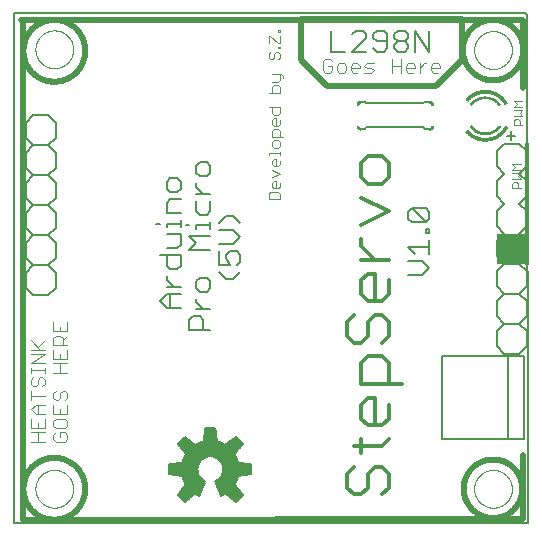
<source format=gto>
G75*
%MOIN*%
%OFA0B0*%
%FSLAX25Y25*%
%IPPOS*%
%LPD*%
%AMOC8*
5,1,8,0,0,1.08239X$1,22.5*
%
%ADD10C,0.00000*%
%ADD11C,0.01200*%
%ADD12R,0.10000X0.10000*%
%ADD13C,0.00600*%
%ADD14C,0.00400*%
%ADD15C,0.02000*%
%ADD16C,0.00300*%
%ADD17C,0.00800*%
%ADD18C,0.00591*%
%ADD19C,0.00060*%
%ADD20C,0.00100*%
%ADD21C,0.00500*%
D10*
X0012501Y0016300D02*
X0012503Y0016458D01*
X0012509Y0016616D01*
X0012519Y0016774D01*
X0012533Y0016932D01*
X0012551Y0017089D01*
X0012572Y0017246D01*
X0012598Y0017402D01*
X0012628Y0017558D01*
X0012661Y0017713D01*
X0012699Y0017866D01*
X0012740Y0018019D01*
X0012785Y0018171D01*
X0012834Y0018322D01*
X0012887Y0018471D01*
X0012943Y0018619D01*
X0013003Y0018765D01*
X0013067Y0018910D01*
X0013135Y0019053D01*
X0013206Y0019195D01*
X0013280Y0019335D01*
X0013358Y0019472D01*
X0013440Y0019608D01*
X0013524Y0019742D01*
X0013613Y0019873D01*
X0013704Y0020002D01*
X0013799Y0020129D01*
X0013896Y0020254D01*
X0013997Y0020376D01*
X0014101Y0020495D01*
X0014208Y0020612D01*
X0014318Y0020726D01*
X0014431Y0020837D01*
X0014546Y0020946D01*
X0014664Y0021051D01*
X0014785Y0021153D01*
X0014908Y0021253D01*
X0015034Y0021349D01*
X0015162Y0021442D01*
X0015292Y0021532D01*
X0015425Y0021618D01*
X0015560Y0021702D01*
X0015696Y0021781D01*
X0015835Y0021858D01*
X0015976Y0021930D01*
X0016118Y0022000D01*
X0016262Y0022065D01*
X0016408Y0022127D01*
X0016555Y0022185D01*
X0016704Y0022240D01*
X0016854Y0022291D01*
X0017005Y0022338D01*
X0017157Y0022381D01*
X0017310Y0022420D01*
X0017465Y0022456D01*
X0017620Y0022487D01*
X0017776Y0022515D01*
X0017932Y0022539D01*
X0018089Y0022559D01*
X0018247Y0022575D01*
X0018404Y0022587D01*
X0018563Y0022595D01*
X0018721Y0022599D01*
X0018879Y0022599D01*
X0019037Y0022595D01*
X0019196Y0022587D01*
X0019353Y0022575D01*
X0019511Y0022559D01*
X0019668Y0022539D01*
X0019824Y0022515D01*
X0019980Y0022487D01*
X0020135Y0022456D01*
X0020290Y0022420D01*
X0020443Y0022381D01*
X0020595Y0022338D01*
X0020746Y0022291D01*
X0020896Y0022240D01*
X0021045Y0022185D01*
X0021192Y0022127D01*
X0021338Y0022065D01*
X0021482Y0022000D01*
X0021624Y0021930D01*
X0021765Y0021858D01*
X0021904Y0021781D01*
X0022040Y0021702D01*
X0022175Y0021618D01*
X0022308Y0021532D01*
X0022438Y0021442D01*
X0022566Y0021349D01*
X0022692Y0021253D01*
X0022815Y0021153D01*
X0022936Y0021051D01*
X0023054Y0020946D01*
X0023169Y0020837D01*
X0023282Y0020726D01*
X0023392Y0020612D01*
X0023499Y0020495D01*
X0023603Y0020376D01*
X0023704Y0020254D01*
X0023801Y0020129D01*
X0023896Y0020002D01*
X0023987Y0019873D01*
X0024076Y0019742D01*
X0024160Y0019608D01*
X0024242Y0019472D01*
X0024320Y0019335D01*
X0024394Y0019195D01*
X0024465Y0019053D01*
X0024533Y0018910D01*
X0024597Y0018765D01*
X0024657Y0018619D01*
X0024713Y0018471D01*
X0024766Y0018322D01*
X0024815Y0018171D01*
X0024860Y0018019D01*
X0024901Y0017866D01*
X0024939Y0017713D01*
X0024972Y0017558D01*
X0025002Y0017402D01*
X0025028Y0017246D01*
X0025049Y0017089D01*
X0025067Y0016932D01*
X0025081Y0016774D01*
X0025091Y0016616D01*
X0025097Y0016458D01*
X0025099Y0016300D01*
X0025097Y0016142D01*
X0025091Y0015984D01*
X0025081Y0015826D01*
X0025067Y0015668D01*
X0025049Y0015511D01*
X0025028Y0015354D01*
X0025002Y0015198D01*
X0024972Y0015042D01*
X0024939Y0014887D01*
X0024901Y0014734D01*
X0024860Y0014581D01*
X0024815Y0014429D01*
X0024766Y0014278D01*
X0024713Y0014129D01*
X0024657Y0013981D01*
X0024597Y0013835D01*
X0024533Y0013690D01*
X0024465Y0013547D01*
X0024394Y0013405D01*
X0024320Y0013265D01*
X0024242Y0013128D01*
X0024160Y0012992D01*
X0024076Y0012858D01*
X0023987Y0012727D01*
X0023896Y0012598D01*
X0023801Y0012471D01*
X0023704Y0012346D01*
X0023603Y0012224D01*
X0023499Y0012105D01*
X0023392Y0011988D01*
X0023282Y0011874D01*
X0023169Y0011763D01*
X0023054Y0011654D01*
X0022936Y0011549D01*
X0022815Y0011447D01*
X0022692Y0011347D01*
X0022566Y0011251D01*
X0022438Y0011158D01*
X0022308Y0011068D01*
X0022175Y0010982D01*
X0022040Y0010898D01*
X0021904Y0010819D01*
X0021765Y0010742D01*
X0021624Y0010670D01*
X0021482Y0010600D01*
X0021338Y0010535D01*
X0021192Y0010473D01*
X0021045Y0010415D01*
X0020896Y0010360D01*
X0020746Y0010309D01*
X0020595Y0010262D01*
X0020443Y0010219D01*
X0020290Y0010180D01*
X0020135Y0010144D01*
X0019980Y0010113D01*
X0019824Y0010085D01*
X0019668Y0010061D01*
X0019511Y0010041D01*
X0019353Y0010025D01*
X0019196Y0010013D01*
X0019037Y0010005D01*
X0018879Y0010001D01*
X0018721Y0010001D01*
X0018563Y0010005D01*
X0018404Y0010013D01*
X0018247Y0010025D01*
X0018089Y0010041D01*
X0017932Y0010061D01*
X0017776Y0010085D01*
X0017620Y0010113D01*
X0017465Y0010144D01*
X0017310Y0010180D01*
X0017157Y0010219D01*
X0017005Y0010262D01*
X0016854Y0010309D01*
X0016704Y0010360D01*
X0016555Y0010415D01*
X0016408Y0010473D01*
X0016262Y0010535D01*
X0016118Y0010600D01*
X0015976Y0010670D01*
X0015835Y0010742D01*
X0015696Y0010819D01*
X0015560Y0010898D01*
X0015425Y0010982D01*
X0015292Y0011068D01*
X0015162Y0011158D01*
X0015034Y0011251D01*
X0014908Y0011347D01*
X0014785Y0011447D01*
X0014664Y0011549D01*
X0014546Y0011654D01*
X0014431Y0011763D01*
X0014318Y0011874D01*
X0014208Y0011988D01*
X0014101Y0012105D01*
X0013997Y0012224D01*
X0013896Y0012346D01*
X0013799Y0012471D01*
X0013704Y0012598D01*
X0013613Y0012727D01*
X0013524Y0012858D01*
X0013440Y0012992D01*
X0013358Y0013128D01*
X0013280Y0013265D01*
X0013206Y0013405D01*
X0013135Y0013547D01*
X0013067Y0013690D01*
X0013003Y0013835D01*
X0012943Y0013981D01*
X0012887Y0014129D01*
X0012834Y0014278D01*
X0012785Y0014429D01*
X0012740Y0014581D01*
X0012699Y0014734D01*
X0012661Y0014887D01*
X0012628Y0015042D01*
X0012598Y0015198D01*
X0012572Y0015354D01*
X0012551Y0015511D01*
X0012533Y0015668D01*
X0012519Y0015826D01*
X0012509Y0015984D01*
X0012503Y0016142D01*
X0012501Y0016300D01*
X0012501Y0162800D02*
X0012503Y0162958D01*
X0012509Y0163116D01*
X0012519Y0163274D01*
X0012533Y0163432D01*
X0012551Y0163589D01*
X0012572Y0163746D01*
X0012598Y0163902D01*
X0012628Y0164058D01*
X0012661Y0164213D01*
X0012699Y0164366D01*
X0012740Y0164519D01*
X0012785Y0164671D01*
X0012834Y0164822D01*
X0012887Y0164971D01*
X0012943Y0165119D01*
X0013003Y0165265D01*
X0013067Y0165410D01*
X0013135Y0165553D01*
X0013206Y0165695D01*
X0013280Y0165835D01*
X0013358Y0165972D01*
X0013440Y0166108D01*
X0013524Y0166242D01*
X0013613Y0166373D01*
X0013704Y0166502D01*
X0013799Y0166629D01*
X0013896Y0166754D01*
X0013997Y0166876D01*
X0014101Y0166995D01*
X0014208Y0167112D01*
X0014318Y0167226D01*
X0014431Y0167337D01*
X0014546Y0167446D01*
X0014664Y0167551D01*
X0014785Y0167653D01*
X0014908Y0167753D01*
X0015034Y0167849D01*
X0015162Y0167942D01*
X0015292Y0168032D01*
X0015425Y0168118D01*
X0015560Y0168202D01*
X0015696Y0168281D01*
X0015835Y0168358D01*
X0015976Y0168430D01*
X0016118Y0168500D01*
X0016262Y0168565D01*
X0016408Y0168627D01*
X0016555Y0168685D01*
X0016704Y0168740D01*
X0016854Y0168791D01*
X0017005Y0168838D01*
X0017157Y0168881D01*
X0017310Y0168920D01*
X0017465Y0168956D01*
X0017620Y0168987D01*
X0017776Y0169015D01*
X0017932Y0169039D01*
X0018089Y0169059D01*
X0018247Y0169075D01*
X0018404Y0169087D01*
X0018563Y0169095D01*
X0018721Y0169099D01*
X0018879Y0169099D01*
X0019037Y0169095D01*
X0019196Y0169087D01*
X0019353Y0169075D01*
X0019511Y0169059D01*
X0019668Y0169039D01*
X0019824Y0169015D01*
X0019980Y0168987D01*
X0020135Y0168956D01*
X0020290Y0168920D01*
X0020443Y0168881D01*
X0020595Y0168838D01*
X0020746Y0168791D01*
X0020896Y0168740D01*
X0021045Y0168685D01*
X0021192Y0168627D01*
X0021338Y0168565D01*
X0021482Y0168500D01*
X0021624Y0168430D01*
X0021765Y0168358D01*
X0021904Y0168281D01*
X0022040Y0168202D01*
X0022175Y0168118D01*
X0022308Y0168032D01*
X0022438Y0167942D01*
X0022566Y0167849D01*
X0022692Y0167753D01*
X0022815Y0167653D01*
X0022936Y0167551D01*
X0023054Y0167446D01*
X0023169Y0167337D01*
X0023282Y0167226D01*
X0023392Y0167112D01*
X0023499Y0166995D01*
X0023603Y0166876D01*
X0023704Y0166754D01*
X0023801Y0166629D01*
X0023896Y0166502D01*
X0023987Y0166373D01*
X0024076Y0166242D01*
X0024160Y0166108D01*
X0024242Y0165972D01*
X0024320Y0165835D01*
X0024394Y0165695D01*
X0024465Y0165553D01*
X0024533Y0165410D01*
X0024597Y0165265D01*
X0024657Y0165119D01*
X0024713Y0164971D01*
X0024766Y0164822D01*
X0024815Y0164671D01*
X0024860Y0164519D01*
X0024901Y0164366D01*
X0024939Y0164213D01*
X0024972Y0164058D01*
X0025002Y0163902D01*
X0025028Y0163746D01*
X0025049Y0163589D01*
X0025067Y0163432D01*
X0025081Y0163274D01*
X0025091Y0163116D01*
X0025097Y0162958D01*
X0025099Y0162800D01*
X0025097Y0162642D01*
X0025091Y0162484D01*
X0025081Y0162326D01*
X0025067Y0162168D01*
X0025049Y0162011D01*
X0025028Y0161854D01*
X0025002Y0161698D01*
X0024972Y0161542D01*
X0024939Y0161387D01*
X0024901Y0161234D01*
X0024860Y0161081D01*
X0024815Y0160929D01*
X0024766Y0160778D01*
X0024713Y0160629D01*
X0024657Y0160481D01*
X0024597Y0160335D01*
X0024533Y0160190D01*
X0024465Y0160047D01*
X0024394Y0159905D01*
X0024320Y0159765D01*
X0024242Y0159628D01*
X0024160Y0159492D01*
X0024076Y0159358D01*
X0023987Y0159227D01*
X0023896Y0159098D01*
X0023801Y0158971D01*
X0023704Y0158846D01*
X0023603Y0158724D01*
X0023499Y0158605D01*
X0023392Y0158488D01*
X0023282Y0158374D01*
X0023169Y0158263D01*
X0023054Y0158154D01*
X0022936Y0158049D01*
X0022815Y0157947D01*
X0022692Y0157847D01*
X0022566Y0157751D01*
X0022438Y0157658D01*
X0022308Y0157568D01*
X0022175Y0157482D01*
X0022040Y0157398D01*
X0021904Y0157319D01*
X0021765Y0157242D01*
X0021624Y0157170D01*
X0021482Y0157100D01*
X0021338Y0157035D01*
X0021192Y0156973D01*
X0021045Y0156915D01*
X0020896Y0156860D01*
X0020746Y0156809D01*
X0020595Y0156762D01*
X0020443Y0156719D01*
X0020290Y0156680D01*
X0020135Y0156644D01*
X0019980Y0156613D01*
X0019824Y0156585D01*
X0019668Y0156561D01*
X0019511Y0156541D01*
X0019353Y0156525D01*
X0019196Y0156513D01*
X0019037Y0156505D01*
X0018879Y0156501D01*
X0018721Y0156501D01*
X0018563Y0156505D01*
X0018404Y0156513D01*
X0018247Y0156525D01*
X0018089Y0156541D01*
X0017932Y0156561D01*
X0017776Y0156585D01*
X0017620Y0156613D01*
X0017465Y0156644D01*
X0017310Y0156680D01*
X0017157Y0156719D01*
X0017005Y0156762D01*
X0016854Y0156809D01*
X0016704Y0156860D01*
X0016555Y0156915D01*
X0016408Y0156973D01*
X0016262Y0157035D01*
X0016118Y0157100D01*
X0015976Y0157170D01*
X0015835Y0157242D01*
X0015696Y0157319D01*
X0015560Y0157398D01*
X0015425Y0157482D01*
X0015292Y0157568D01*
X0015162Y0157658D01*
X0015034Y0157751D01*
X0014908Y0157847D01*
X0014785Y0157947D01*
X0014664Y0158049D01*
X0014546Y0158154D01*
X0014431Y0158263D01*
X0014318Y0158374D01*
X0014208Y0158488D01*
X0014101Y0158605D01*
X0013997Y0158724D01*
X0013896Y0158846D01*
X0013799Y0158971D01*
X0013704Y0159098D01*
X0013613Y0159227D01*
X0013524Y0159358D01*
X0013440Y0159492D01*
X0013358Y0159628D01*
X0013280Y0159765D01*
X0013206Y0159905D01*
X0013135Y0160047D01*
X0013067Y0160190D01*
X0013003Y0160335D01*
X0012943Y0160481D01*
X0012887Y0160629D01*
X0012834Y0160778D01*
X0012785Y0160929D01*
X0012740Y0161081D01*
X0012699Y0161234D01*
X0012661Y0161387D01*
X0012628Y0161542D01*
X0012598Y0161698D01*
X0012572Y0161854D01*
X0012551Y0162011D01*
X0012533Y0162168D01*
X0012519Y0162326D01*
X0012509Y0162484D01*
X0012503Y0162642D01*
X0012501Y0162800D01*
X0158751Y0162550D02*
X0158753Y0162708D01*
X0158759Y0162866D01*
X0158769Y0163024D01*
X0158783Y0163182D01*
X0158801Y0163339D01*
X0158822Y0163496D01*
X0158848Y0163652D01*
X0158878Y0163808D01*
X0158911Y0163963D01*
X0158949Y0164116D01*
X0158990Y0164269D01*
X0159035Y0164421D01*
X0159084Y0164572D01*
X0159137Y0164721D01*
X0159193Y0164869D01*
X0159253Y0165015D01*
X0159317Y0165160D01*
X0159385Y0165303D01*
X0159456Y0165445D01*
X0159530Y0165585D01*
X0159608Y0165722D01*
X0159690Y0165858D01*
X0159774Y0165992D01*
X0159863Y0166123D01*
X0159954Y0166252D01*
X0160049Y0166379D01*
X0160146Y0166504D01*
X0160247Y0166626D01*
X0160351Y0166745D01*
X0160458Y0166862D01*
X0160568Y0166976D01*
X0160681Y0167087D01*
X0160796Y0167196D01*
X0160914Y0167301D01*
X0161035Y0167403D01*
X0161158Y0167503D01*
X0161284Y0167599D01*
X0161412Y0167692D01*
X0161542Y0167782D01*
X0161675Y0167868D01*
X0161810Y0167952D01*
X0161946Y0168031D01*
X0162085Y0168108D01*
X0162226Y0168180D01*
X0162368Y0168250D01*
X0162512Y0168315D01*
X0162658Y0168377D01*
X0162805Y0168435D01*
X0162954Y0168490D01*
X0163104Y0168541D01*
X0163255Y0168588D01*
X0163407Y0168631D01*
X0163560Y0168670D01*
X0163715Y0168706D01*
X0163870Y0168737D01*
X0164026Y0168765D01*
X0164182Y0168789D01*
X0164339Y0168809D01*
X0164497Y0168825D01*
X0164654Y0168837D01*
X0164813Y0168845D01*
X0164971Y0168849D01*
X0165129Y0168849D01*
X0165287Y0168845D01*
X0165446Y0168837D01*
X0165603Y0168825D01*
X0165761Y0168809D01*
X0165918Y0168789D01*
X0166074Y0168765D01*
X0166230Y0168737D01*
X0166385Y0168706D01*
X0166540Y0168670D01*
X0166693Y0168631D01*
X0166845Y0168588D01*
X0166996Y0168541D01*
X0167146Y0168490D01*
X0167295Y0168435D01*
X0167442Y0168377D01*
X0167588Y0168315D01*
X0167732Y0168250D01*
X0167874Y0168180D01*
X0168015Y0168108D01*
X0168154Y0168031D01*
X0168290Y0167952D01*
X0168425Y0167868D01*
X0168558Y0167782D01*
X0168688Y0167692D01*
X0168816Y0167599D01*
X0168942Y0167503D01*
X0169065Y0167403D01*
X0169186Y0167301D01*
X0169304Y0167196D01*
X0169419Y0167087D01*
X0169532Y0166976D01*
X0169642Y0166862D01*
X0169749Y0166745D01*
X0169853Y0166626D01*
X0169954Y0166504D01*
X0170051Y0166379D01*
X0170146Y0166252D01*
X0170237Y0166123D01*
X0170326Y0165992D01*
X0170410Y0165858D01*
X0170492Y0165722D01*
X0170570Y0165585D01*
X0170644Y0165445D01*
X0170715Y0165303D01*
X0170783Y0165160D01*
X0170847Y0165015D01*
X0170907Y0164869D01*
X0170963Y0164721D01*
X0171016Y0164572D01*
X0171065Y0164421D01*
X0171110Y0164269D01*
X0171151Y0164116D01*
X0171189Y0163963D01*
X0171222Y0163808D01*
X0171252Y0163652D01*
X0171278Y0163496D01*
X0171299Y0163339D01*
X0171317Y0163182D01*
X0171331Y0163024D01*
X0171341Y0162866D01*
X0171347Y0162708D01*
X0171349Y0162550D01*
X0171347Y0162392D01*
X0171341Y0162234D01*
X0171331Y0162076D01*
X0171317Y0161918D01*
X0171299Y0161761D01*
X0171278Y0161604D01*
X0171252Y0161448D01*
X0171222Y0161292D01*
X0171189Y0161137D01*
X0171151Y0160984D01*
X0171110Y0160831D01*
X0171065Y0160679D01*
X0171016Y0160528D01*
X0170963Y0160379D01*
X0170907Y0160231D01*
X0170847Y0160085D01*
X0170783Y0159940D01*
X0170715Y0159797D01*
X0170644Y0159655D01*
X0170570Y0159515D01*
X0170492Y0159378D01*
X0170410Y0159242D01*
X0170326Y0159108D01*
X0170237Y0158977D01*
X0170146Y0158848D01*
X0170051Y0158721D01*
X0169954Y0158596D01*
X0169853Y0158474D01*
X0169749Y0158355D01*
X0169642Y0158238D01*
X0169532Y0158124D01*
X0169419Y0158013D01*
X0169304Y0157904D01*
X0169186Y0157799D01*
X0169065Y0157697D01*
X0168942Y0157597D01*
X0168816Y0157501D01*
X0168688Y0157408D01*
X0168558Y0157318D01*
X0168425Y0157232D01*
X0168290Y0157148D01*
X0168154Y0157069D01*
X0168015Y0156992D01*
X0167874Y0156920D01*
X0167732Y0156850D01*
X0167588Y0156785D01*
X0167442Y0156723D01*
X0167295Y0156665D01*
X0167146Y0156610D01*
X0166996Y0156559D01*
X0166845Y0156512D01*
X0166693Y0156469D01*
X0166540Y0156430D01*
X0166385Y0156394D01*
X0166230Y0156363D01*
X0166074Y0156335D01*
X0165918Y0156311D01*
X0165761Y0156291D01*
X0165603Y0156275D01*
X0165446Y0156263D01*
X0165287Y0156255D01*
X0165129Y0156251D01*
X0164971Y0156251D01*
X0164813Y0156255D01*
X0164654Y0156263D01*
X0164497Y0156275D01*
X0164339Y0156291D01*
X0164182Y0156311D01*
X0164026Y0156335D01*
X0163870Y0156363D01*
X0163715Y0156394D01*
X0163560Y0156430D01*
X0163407Y0156469D01*
X0163255Y0156512D01*
X0163104Y0156559D01*
X0162954Y0156610D01*
X0162805Y0156665D01*
X0162658Y0156723D01*
X0162512Y0156785D01*
X0162368Y0156850D01*
X0162226Y0156920D01*
X0162085Y0156992D01*
X0161946Y0157069D01*
X0161810Y0157148D01*
X0161675Y0157232D01*
X0161542Y0157318D01*
X0161412Y0157408D01*
X0161284Y0157501D01*
X0161158Y0157597D01*
X0161035Y0157697D01*
X0160914Y0157799D01*
X0160796Y0157904D01*
X0160681Y0158013D01*
X0160568Y0158124D01*
X0160458Y0158238D01*
X0160351Y0158355D01*
X0160247Y0158474D01*
X0160146Y0158596D01*
X0160049Y0158721D01*
X0159954Y0158848D01*
X0159863Y0158977D01*
X0159774Y0159108D01*
X0159690Y0159242D01*
X0159608Y0159378D01*
X0159530Y0159515D01*
X0159456Y0159655D01*
X0159385Y0159797D01*
X0159317Y0159940D01*
X0159253Y0160085D01*
X0159193Y0160231D01*
X0159137Y0160379D01*
X0159084Y0160528D01*
X0159035Y0160679D01*
X0158990Y0160831D01*
X0158949Y0160984D01*
X0158911Y0161137D01*
X0158878Y0161292D01*
X0158848Y0161448D01*
X0158822Y0161604D01*
X0158801Y0161761D01*
X0158783Y0161918D01*
X0158769Y0162076D01*
X0158759Y0162234D01*
X0158753Y0162392D01*
X0158751Y0162550D01*
X0158751Y0016300D02*
X0158753Y0016458D01*
X0158759Y0016616D01*
X0158769Y0016774D01*
X0158783Y0016932D01*
X0158801Y0017089D01*
X0158822Y0017246D01*
X0158848Y0017402D01*
X0158878Y0017558D01*
X0158911Y0017713D01*
X0158949Y0017866D01*
X0158990Y0018019D01*
X0159035Y0018171D01*
X0159084Y0018322D01*
X0159137Y0018471D01*
X0159193Y0018619D01*
X0159253Y0018765D01*
X0159317Y0018910D01*
X0159385Y0019053D01*
X0159456Y0019195D01*
X0159530Y0019335D01*
X0159608Y0019472D01*
X0159690Y0019608D01*
X0159774Y0019742D01*
X0159863Y0019873D01*
X0159954Y0020002D01*
X0160049Y0020129D01*
X0160146Y0020254D01*
X0160247Y0020376D01*
X0160351Y0020495D01*
X0160458Y0020612D01*
X0160568Y0020726D01*
X0160681Y0020837D01*
X0160796Y0020946D01*
X0160914Y0021051D01*
X0161035Y0021153D01*
X0161158Y0021253D01*
X0161284Y0021349D01*
X0161412Y0021442D01*
X0161542Y0021532D01*
X0161675Y0021618D01*
X0161810Y0021702D01*
X0161946Y0021781D01*
X0162085Y0021858D01*
X0162226Y0021930D01*
X0162368Y0022000D01*
X0162512Y0022065D01*
X0162658Y0022127D01*
X0162805Y0022185D01*
X0162954Y0022240D01*
X0163104Y0022291D01*
X0163255Y0022338D01*
X0163407Y0022381D01*
X0163560Y0022420D01*
X0163715Y0022456D01*
X0163870Y0022487D01*
X0164026Y0022515D01*
X0164182Y0022539D01*
X0164339Y0022559D01*
X0164497Y0022575D01*
X0164654Y0022587D01*
X0164813Y0022595D01*
X0164971Y0022599D01*
X0165129Y0022599D01*
X0165287Y0022595D01*
X0165446Y0022587D01*
X0165603Y0022575D01*
X0165761Y0022559D01*
X0165918Y0022539D01*
X0166074Y0022515D01*
X0166230Y0022487D01*
X0166385Y0022456D01*
X0166540Y0022420D01*
X0166693Y0022381D01*
X0166845Y0022338D01*
X0166996Y0022291D01*
X0167146Y0022240D01*
X0167295Y0022185D01*
X0167442Y0022127D01*
X0167588Y0022065D01*
X0167732Y0022000D01*
X0167874Y0021930D01*
X0168015Y0021858D01*
X0168154Y0021781D01*
X0168290Y0021702D01*
X0168425Y0021618D01*
X0168558Y0021532D01*
X0168688Y0021442D01*
X0168816Y0021349D01*
X0168942Y0021253D01*
X0169065Y0021153D01*
X0169186Y0021051D01*
X0169304Y0020946D01*
X0169419Y0020837D01*
X0169532Y0020726D01*
X0169642Y0020612D01*
X0169749Y0020495D01*
X0169853Y0020376D01*
X0169954Y0020254D01*
X0170051Y0020129D01*
X0170146Y0020002D01*
X0170237Y0019873D01*
X0170326Y0019742D01*
X0170410Y0019608D01*
X0170492Y0019472D01*
X0170570Y0019335D01*
X0170644Y0019195D01*
X0170715Y0019053D01*
X0170783Y0018910D01*
X0170847Y0018765D01*
X0170907Y0018619D01*
X0170963Y0018471D01*
X0171016Y0018322D01*
X0171065Y0018171D01*
X0171110Y0018019D01*
X0171151Y0017866D01*
X0171189Y0017713D01*
X0171222Y0017558D01*
X0171252Y0017402D01*
X0171278Y0017246D01*
X0171299Y0017089D01*
X0171317Y0016932D01*
X0171331Y0016774D01*
X0171341Y0016616D01*
X0171347Y0016458D01*
X0171349Y0016300D01*
X0171347Y0016142D01*
X0171341Y0015984D01*
X0171331Y0015826D01*
X0171317Y0015668D01*
X0171299Y0015511D01*
X0171278Y0015354D01*
X0171252Y0015198D01*
X0171222Y0015042D01*
X0171189Y0014887D01*
X0171151Y0014734D01*
X0171110Y0014581D01*
X0171065Y0014429D01*
X0171016Y0014278D01*
X0170963Y0014129D01*
X0170907Y0013981D01*
X0170847Y0013835D01*
X0170783Y0013690D01*
X0170715Y0013547D01*
X0170644Y0013405D01*
X0170570Y0013265D01*
X0170492Y0013128D01*
X0170410Y0012992D01*
X0170326Y0012858D01*
X0170237Y0012727D01*
X0170146Y0012598D01*
X0170051Y0012471D01*
X0169954Y0012346D01*
X0169853Y0012224D01*
X0169749Y0012105D01*
X0169642Y0011988D01*
X0169532Y0011874D01*
X0169419Y0011763D01*
X0169304Y0011654D01*
X0169186Y0011549D01*
X0169065Y0011447D01*
X0168942Y0011347D01*
X0168816Y0011251D01*
X0168688Y0011158D01*
X0168558Y0011068D01*
X0168425Y0010982D01*
X0168290Y0010898D01*
X0168154Y0010819D01*
X0168015Y0010742D01*
X0167874Y0010670D01*
X0167732Y0010600D01*
X0167588Y0010535D01*
X0167442Y0010473D01*
X0167295Y0010415D01*
X0167146Y0010360D01*
X0166996Y0010309D01*
X0166845Y0010262D01*
X0166693Y0010219D01*
X0166540Y0010180D01*
X0166385Y0010144D01*
X0166230Y0010113D01*
X0166074Y0010085D01*
X0165918Y0010061D01*
X0165761Y0010041D01*
X0165603Y0010025D01*
X0165446Y0010013D01*
X0165287Y0010005D01*
X0165129Y0010001D01*
X0164971Y0010001D01*
X0164813Y0010005D01*
X0164654Y0010013D01*
X0164497Y0010025D01*
X0164339Y0010041D01*
X0164182Y0010061D01*
X0164026Y0010085D01*
X0163870Y0010113D01*
X0163715Y0010144D01*
X0163560Y0010180D01*
X0163407Y0010219D01*
X0163255Y0010262D01*
X0163104Y0010309D01*
X0162954Y0010360D01*
X0162805Y0010415D01*
X0162658Y0010473D01*
X0162512Y0010535D01*
X0162368Y0010600D01*
X0162226Y0010670D01*
X0162085Y0010742D01*
X0161946Y0010819D01*
X0161810Y0010898D01*
X0161675Y0010982D01*
X0161542Y0011068D01*
X0161412Y0011158D01*
X0161284Y0011251D01*
X0161158Y0011347D01*
X0161035Y0011447D01*
X0160914Y0011549D01*
X0160796Y0011654D01*
X0160681Y0011763D01*
X0160568Y0011874D01*
X0160458Y0011988D01*
X0160351Y0012105D01*
X0160247Y0012224D01*
X0160146Y0012346D01*
X0160049Y0012471D01*
X0159954Y0012598D01*
X0159863Y0012727D01*
X0159774Y0012858D01*
X0159690Y0012992D01*
X0159608Y0013128D01*
X0159530Y0013265D01*
X0159456Y0013405D01*
X0159385Y0013547D01*
X0159317Y0013690D01*
X0159253Y0013835D01*
X0159193Y0013981D01*
X0159137Y0014129D01*
X0159084Y0014278D01*
X0159035Y0014429D01*
X0158990Y0014581D01*
X0158949Y0014734D01*
X0158911Y0014887D01*
X0158878Y0015042D01*
X0158848Y0015198D01*
X0158822Y0015354D01*
X0158801Y0015511D01*
X0158783Y0015668D01*
X0158769Y0015826D01*
X0158759Y0015984D01*
X0158753Y0016142D01*
X0158751Y0016300D01*
D11*
X0130200Y0016702D02*
X0127898Y0014400D01*
X0130200Y0016702D02*
X0130200Y0021306D01*
X0127898Y0023608D01*
X0125596Y0023608D01*
X0123294Y0021306D01*
X0123294Y0016702D01*
X0120992Y0014400D01*
X0118690Y0014400D01*
X0116388Y0016702D01*
X0116388Y0021306D01*
X0118690Y0023608D01*
X0120992Y0028212D02*
X0120992Y0032816D01*
X0118690Y0030514D02*
X0127898Y0030514D01*
X0130200Y0032816D01*
X0127898Y0037420D02*
X0123294Y0037420D01*
X0120992Y0039722D01*
X0120992Y0044326D01*
X0123294Y0046628D01*
X0125596Y0046628D01*
X0125596Y0037420D01*
X0127898Y0037420D02*
X0130200Y0039722D01*
X0130200Y0044326D01*
X0130200Y0051231D02*
X0130200Y0058137D01*
X0127898Y0060439D01*
X0123294Y0060439D01*
X0120992Y0058137D01*
X0120992Y0051231D01*
X0134804Y0051231D01*
X0127898Y0065043D02*
X0130200Y0067345D01*
X0130200Y0071949D01*
X0127898Y0074251D01*
X0125596Y0074251D01*
X0123294Y0071949D01*
X0123294Y0067345D01*
X0120992Y0065043D01*
X0118690Y0065043D01*
X0116388Y0067345D01*
X0116388Y0071949D01*
X0118690Y0074251D01*
X0123294Y0078855D02*
X0120992Y0081157D01*
X0120992Y0085761D01*
X0123294Y0088063D01*
X0125596Y0088063D01*
X0125596Y0078855D01*
X0127898Y0078855D02*
X0123294Y0078855D01*
X0127898Y0078855D02*
X0130200Y0081157D01*
X0130200Y0085761D01*
X0130200Y0092667D02*
X0120992Y0092667D01*
X0120992Y0097271D02*
X0120992Y0099573D01*
X0120992Y0097271D02*
X0125596Y0092667D01*
X0120992Y0104177D02*
X0130200Y0108781D01*
X0120992Y0113385D01*
X0123294Y0117988D02*
X0127898Y0117988D01*
X0130200Y0120290D01*
X0130200Y0124894D01*
X0127898Y0127196D01*
X0123294Y0127196D01*
X0120992Y0124894D01*
X0120992Y0120290D01*
X0123294Y0117988D01*
X0176300Y0131300D02*
X0176300Y0091300D01*
D12*
X0171300Y0096300D03*
D13*
X0005300Y0174800D02*
X0005300Y0004800D01*
X0176800Y0004800D01*
X0176300Y0174300D01*
X0175800Y0174800D01*
X0005300Y0174800D01*
X0011800Y0140800D02*
X0009300Y0138300D01*
X0009300Y0133300D01*
X0011800Y0130800D01*
X0009300Y0128300D01*
X0009300Y0123300D01*
X0011800Y0120800D01*
X0016800Y0120800D01*
X0019300Y0123300D01*
X0019300Y0128300D01*
X0016800Y0130800D01*
X0011800Y0130800D01*
X0016800Y0130800D02*
X0019300Y0133300D01*
X0019300Y0138300D01*
X0016800Y0140800D01*
X0011800Y0140800D01*
X0011800Y0120800D02*
X0009300Y0118300D01*
X0009300Y0113300D01*
X0011800Y0110800D01*
X0009300Y0108300D01*
X0009300Y0103300D01*
X0011800Y0100800D01*
X0009300Y0098300D01*
X0009300Y0093300D01*
X0011800Y0090800D01*
X0009300Y0088300D01*
X0009300Y0083300D01*
X0011800Y0080800D01*
X0016800Y0080800D01*
X0019300Y0083300D01*
X0019300Y0088300D01*
X0016800Y0090800D01*
X0011800Y0090800D01*
X0016800Y0090800D02*
X0019300Y0093300D01*
X0019300Y0098300D01*
X0016800Y0100800D01*
X0011800Y0100800D01*
X0016800Y0100800D02*
X0019300Y0103300D01*
X0019300Y0108300D01*
X0016800Y0110800D01*
X0011800Y0110800D01*
X0016800Y0110800D02*
X0019300Y0113300D01*
X0019300Y0118300D01*
X0016800Y0120800D01*
X0052826Y0104593D02*
X0053994Y0104593D01*
X0056329Y0104593D02*
X0061000Y0104593D01*
X0061000Y0103426D02*
X0061000Y0105761D01*
X0062576Y0104091D02*
X0063744Y0104091D01*
X0066079Y0104091D02*
X0066079Y0102924D01*
X0066079Y0104091D02*
X0070750Y0104091D01*
X0070750Y0102924D02*
X0070750Y0105259D01*
X0069582Y0107589D02*
X0070750Y0108756D01*
X0070750Y0112259D01*
X0070750Y0114587D02*
X0066079Y0114587D01*
X0066079Y0112259D02*
X0066079Y0108756D01*
X0067247Y0107589D01*
X0069582Y0107589D01*
X0073744Y0104761D02*
X0076079Y0107097D01*
X0078415Y0107097D01*
X0080750Y0104761D01*
X0078415Y0102434D02*
X0080750Y0100099D01*
X0078415Y0097763D01*
X0073744Y0097763D01*
X0073744Y0095436D02*
X0073744Y0090765D01*
X0077247Y0090765D01*
X0076079Y0093101D01*
X0076079Y0094268D01*
X0077247Y0095436D01*
X0079582Y0095436D01*
X0080750Y0094268D01*
X0080750Y0091933D01*
X0079582Y0090765D01*
X0080750Y0088435D02*
X0078415Y0086100D01*
X0076079Y0086100D01*
X0073744Y0088435D01*
X0070750Y0085433D02*
X0069582Y0086600D01*
X0067247Y0086600D01*
X0066079Y0085433D01*
X0066079Y0083097D01*
X0067247Y0081930D01*
X0069582Y0081930D01*
X0070750Y0083097D01*
X0070750Y0085433D01*
X0066079Y0079601D02*
X0066079Y0078433D01*
X0068415Y0076098D01*
X0070750Y0076098D02*
X0066079Y0076098D01*
X0064912Y0073771D02*
X0067247Y0073771D01*
X0068415Y0072603D01*
X0068415Y0069100D01*
X0070750Y0069100D02*
X0063744Y0069100D01*
X0063744Y0072603D01*
X0064912Y0073771D01*
X0061000Y0076600D02*
X0056329Y0076600D01*
X0053994Y0078935D01*
X0056329Y0081271D01*
X0061000Y0081271D01*
X0061000Y0083598D02*
X0056329Y0083598D01*
X0056329Y0085933D02*
X0056329Y0087101D01*
X0056329Y0085933D02*
X0058665Y0083598D01*
X0057497Y0081271D02*
X0057497Y0076600D01*
X0057497Y0089430D02*
X0056329Y0090597D01*
X0056329Y0094100D01*
X0053994Y0094100D02*
X0061000Y0094100D01*
X0061000Y0090597D01*
X0059832Y0089430D01*
X0057497Y0089430D01*
X0056329Y0096428D02*
X0059832Y0096428D01*
X0061000Y0097595D01*
X0061000Y0101098D01*
X0056329Y0101098D01*
X0056329Y0103426D02*
X0056329Y0104593D01*
X0056329Y0108091D02*
X0056329Y0111594D01*
X0057497Y0112762D01*
X0061000Y0112762D01*
X0059832Y0115089D02*
X0061000Y0116256D01*
X0061000Y0118592D01*
X0059832Y0119759D01*
X0057497Y0119759D01*
X0056329Y0118592D01*
X0056329Y0116256D01*
X0057497Y0115089D01*
X0059832Y0115089D01*
X0066079Y0116922D02*
X0066079Y0118090D01*
X0066079Y0116922D02*
X0068415Y0114587D01*
X0067247Y0120418D02*
X0069582Y0120418D01*
X0070750Y0121586D01*
X0070750Y0123921D01*
X0069582Y0125089D01*
X0067247Y0125089D01*
X0066079Y0123921D01*
X0066079Y0121586D01*
X0067247Y0120418D01*
X0061000Y0108091D02*
X0056329Y0108091D01*
X0063744Y0100596D02*
X0070750Y0100596D01*
X0073744Y0102434D02*
X0078415Y0102434D01*
X0070750Y0095926D02*
X0063744Y0095926D01*
X0066079Y0098261D01*
X0063744Y0100596D01*
X0120800Y0136300D02*
X0122300Y0136300D01*
X0122800Y0136800D01*
X0141800Y0136800D01*
X0142300Y0136300D01*
X0143800Y0136300D01*
X0141800Y0144800D02*
X0122800Y0144800D01*
X0122300Y0145300D01*
X0120800Y0145300D01*
X0122779Y0162000D02*
X0118108Y0162000D01*
X0122779Y0166671D01*
X0122779Y0167838D01*
X0121611Y0169006D01*
X0119276Y0169006D01*
X0118108Y0167838D01*
X0115781Y0162000D02*
X0111110Y0162000D01*
X0111110Y0169006D01*
X0125106Y0167838D02*
X0125106Y0166671D01*
X0126274Y0165503D01*
X0129777Y0165503D01*
X0129777Y0167838D02*
X0128609Y0169006D01*
X0126274Y0169006D01*
X0125106Y0167838D01*
X0125106Y0163168D02*
X0126274Y0162000D01*
X0128609Y0162000D01*
X0129777Y0163168D01*
X0129777Y0167838D01*
X0132104Y0167838D02*
X0132104Y0166671D01*
X0133272Y0165503D01*
X0135607Y0165503D01*
X0136775Y0164335D01*
X0136775Y0163168D01*
X0135607Y0162000D01*
X0133272Y0162000D01*
X0132104Y0163168D01*
X0132104Y0164335D01*
X0133272Y0165503D01*
X0132104Y0167838D02*
X0133272Y0169006D01*
X0135607Y0169006D01*
X0136775Y0167838D01*
X0136775Y0166671D01*
X0135607Y0165503D01*
X0139102Y0162000D02*
X0139102Y0169006D01*
X0143773Y0162000D01*
X0143773Y0169006D01*
X0143800Y0145300D02*
X0142300Y0145300D01*
X0141800Y0144800D01*
X0142682Y0109773D02*
X0138012Y0109773D01*
X0142682Y0105102D01*
X0143850Y0106270D01*
X0143850Y0108605D01*
X0142682Y0109773D01*
X0142682Y0105102D02*
X0138012Y0105102D01*
X0136844Y0106270D01*
X0136844Y0108605D01*
X0138012Y0109773D01*
X0142682Y0102771D02*
X0143850Y0102771D01*
X0143850Y0101603D01*
X0142682Y0101603D01*
X0142682Y0102771D01*
X0143850Y0099276D02*
X0143850Y0094605D01*
X0143850Y0096940D02*
X0136844Y0096940D01*
X0139179Y0094605D01*
X0136844Y0092278D02*
X0141515Y0092278D01*
X0143850Y0089942D01*
X0141515Y0087607D01*
X0136844Y0087607D01*
X0166300Y0088800D02*
X0166300Y0083800D01*
X0168800Y0081300D01*
X0173800Y0081300D01*
X0176300Y0083800D01*
X0176300Y0088800D01*
X0173800Y0091300D01*
X0168800Y0091300D01*
X0166300Y0088800D01*
X0168800Y0081300D02*
X0166300Y0078800D01*
X0166300Y0073800D01*
X0168800Y0071300D01*
X0173800Y0071300D01*
X0176300Y0073800D01*
X0176300Y0078800D01*
X0173800Y0081300D01*
X0173800Y0071300D02*
X0176300Y0068800D01*
X0176300Y0063800D01*
X0173800Y0061300D01*
X0168800Y0061300D01*
X0166300Y0063800D01*
X0166300Y0068800D01*
X0168800Y0071300D01*
D14*
X0146698Y0155000D02*
X0145163Y0155000D01*
X0144396Y0155767D01*
X0144396Y0157302D01*
X0145163Y0158069D01*
X0146698Y0158069D01*
X0147465Y0157302D01*
X0147465Y0156535D01*
X0144396Y0156535D01*
X0142861Y0158069D02*
X0142094Y0158069D01*
X0140559Y0156535D01*
X0139025Y0156535D02*
X0135955Y0156535D01*
X0135955Y0157302D02*
X0136723Y0158069D01*
X0138257Y0158069D01*
X0139025Y0157302D01*
X0139025Y0156535D01*
X0138257Y0155000D02*
X0136723Y0155000D01*
X0135955Y0155767D01*
X0135955Y0157302D01*
X0134421Y0157302D02*
X0131352Y0157302D01*
X0131352Y0155000D02*
X0131352Y0159604D01*
X0134421Y0159604D02*
X0134421Y0155000D01*
X0140559Y0155000D02*
X0140559Y0158069D01*
X0125213Y0158069D02*
X0122911Y0158069D01*
X0122144Y0157302D01*
X0122911Y0156535D01*
X0124446Y0156535D01*
X0125213Y0155767D01*
X0124446Y0155000D01*
X0122144Y0155000D01*
X0120609Y0156535D02*
X0117540Y0156535D01*
X0117540Y0157302D02*
X0118307Y0158069D01*
X0119842Y0158069D01*
X0120609Y0157302D01*
X0120609Y0156535D01*
X0119842Y0155000D02*
X0118307Y0155000D01*
X0117540Y0155767D01*
X0117540Y0157302D01*
X0116005Y0157302D02*
X0116005Y0155767D01*
X0115238Y0155000D01*
X0113703Y0155000D01*
X0112936Y0155767D01*
X0112936Y0157302D01*
X0113703Y0158069D01*
X0115238Y0158069D01*
X0116005Y0157302D01*
X0111401Y0157302D02*
X0111401Y0155767D01*
X0110634Y0155000D01*
X0109099Y0155000D01*
X0108332Y0155767D01*
X0108332Y0158837D01*
X0109099Y0159604D01*
X0110634Y0159604D01*
X0111401Y0158837D01*
X0111401Y0157302D02*
X0109867Y0157302D01*
X0023100Y0071901D02*
X0023100Y0068831D01*
X0018496Y0068831D01*
X0018496Y0071901D01*
X0020798Y0070366D02*
X0020798Y0068831D01*
X0020798Y0067297D02*
X0019263Y0067297D01*
X0018496Y0066529D01*
X0018496Y0064227D01*
X0023100Y0064227D01*
X0023100Y0062693D02*
X0023100Y0059624D01*
X0018496Y0059624D01*
X0018496Y0062693D01*
X0020798Y0061158D02*
X0020798Y0059624D01*
X0020798Y0058089D02*
X0020798Y0055020D01*
X0023100Y0055020D02*
X0018496Y0055020D01*
X0015600Y0055020D02*
X0015600Y0056554D01*
X0015600Y0055787D02*
X0010996Y0055787D01*
X0010996Y0055020D02*
X0010996Y0056554D01*
X0010996Y0058089D02*
X0015600Y0061158D01*
X0010996Y0061158D01*
X0010996Y0062693D02*
X0015600Y0062693D01*
X0014065Y0062693D02*
X0010996Y0065762D01*
X0013298Y0063460D02*
X0015600Y0065762D01*
X0020798Y0067297D02*
X0021565Y0066529D01*
X0021565Y0064227D01*
X0021565Y0065762D02*
X0023100Y0067297D01*
X0023100Y0058089D02*
X0018496Y0058089D01*
X0015600Y0058089D02*
X0010996Y0058089D01*
X0011763Y0053485D02*
X0010996Y0052718D01*
X0010996Y0051183D01*
X0011763Y0050416D01*
X0012531Y0050416D01*
X0013298Y0051183D01*
X0013298Y0052718D01*
X0014065Y0053485D01*
X0014833Y0053485D01*
X0015600Y0052718D01*
X0015600Y0051183D01*
X0014833Y0050416D01*
X0015600Y0047346D02*
X0010996Y0047346D01*
X0010996Y0045812D02*
X0010996Y0048881D01*
X0012531Y0044277D02*
X0015600Y0044277D01*
X0013298Y0044277D02*
X0013298Y0041208D01*
X0012531Y0041208D02*
X0010996Y0042742D01*
X0012531Y0044277D01*
X0012531Y0041208D02*
X0015600Y0041208D01*
X0015600Y0039673D02*
X0015600Y0036604D01*
X0010996Y0036604D01*
X0010996Y0039673D01*
X0013298Y0038139D02*
X0013298Y0036604D01*
X0013298Y0035069D02*
X0013298Y0032000D01*
X0015600Y0032000D02*
X0010996Y0032000D01*
X0010996Y0035069D02*
X0015600Y0035069D01*
X0018496Y0034302D02*
X0018496Y0032767D01*
X0019263Y0032000D01*
X0022333Y0032000D01*
X0023100Y0032767D01*
X0023100Y0034302D01*
X0022333Y0035069D01*
X0020798Y0035069D01*
X0020798Y0033535D01*
X0019263Y0035069D02*
X0018496Y0034302D01*
X0019263Y0036604D02*
X0022333Y0036604D01*
X0023100Y0037371D01*
X0023100Y0038906D01*
X0022333Y0039673D01*
X0019263Y0039673D01*
X0018496Y0038906D01*
X0018496Y0037371D01*
X0019263Y0036604D01*
X0018496Y0041208D02*
X0023100Y0041208D01*
X0023100Y0044277D01*
X0022333Y0045812D02*
X0023100Y0046579D01*
X0023100Y0048114D01*
X0022333Y0048881D01*
X0021565Y0048881D01*
X0020798Y0048114D01*
X0020798Y0046579D01*
X0020031Y0045812D01*
X0019263Y0045812D01*
X0018496Y0046579D01*
X0018496Y0048114D01*
X0019263Y0048881D01*
X0018496Y0044277D02*
X0018496Y0041208D01*
X0020798Y0041208D02*
X0020798Y0042742D01*
D15*
X0008492Y0016300D02*
X0008495Y0016553D01*
X0008504Y0016806D01*
X0008520Y0017058D01*
X0008542Y0017310D01*
X0008570Y0017562D01*
X0008604Y0017812D01*
X0008644Y0018062D01*
X0008690Y0018311D01*
X0008742Y0018558D01*
X0008801Y0018805D01*
X0008865Y0019049D01*
X0008936Y0019292D01*
X0009012Y0019533D01*
X0009095Y0019773D01*
X0009183Y0020010D01*
X0009277Y0020245D01*
X0009376Y0020477D01*
X0009482Y0020707D01*
X0009593Y0020935D01*
X0009709Y0021159D01*
X0009831Y0021381D01*
X0009959Y0021599D01*
X0010091Y0021815D01*
X0010229Y0022027D01*
X0010372Y0022235D01*
X0010521Y0022440D01*
X0010674Y0022642D01*
X0010832Y0022839D01*
X0010995Y0023033D01*
X0011162Y0023222D01*
X0011334Y0023408D01*
X0011511Y0023589D01*
X0011692Y0023766D01*
X0011878Y0023938D01*
X0012067Y0024105D01*
X0012261Y0024268D01*
X0012458Y0024426D01*
X0012660Y0024579D01*
X0012865Y0024728D01*
X0013073Y0024871D01*
X0013285Y0025009D01*
X0013501Y0025141D01*
X0013719Y0025269D01*
X0013941Y0025391D01*
X0014165Y0025507D01*
X0014393Y0025618D01*
X0014623Y0025724D01*
X0014855Y0025823D01*
X0015090Y0025917D01*
X0015327Y0026005D01*
X0015567Y0026088D01*
X0015808Y0026164D01*
X0016051Y0026235D01*
X0016295Y0026299D01*
X0016542Y0026358D01*
X0016789Y0026410D01*
X0017038Y0026456D01*
X0017288Y0026496D01*
X0017538Y0026530D01*
X0017790Y0026558D01*
X0018042Y0026580D01*
X0018294Y0026596D01*
X0018547Y0026605D01*
X0018800Y0026608D01*
X0019053Y0026605D01*
X0019306Y0026596D01*
X0019558Y0026580D01*
X0019810Y0026558D01*
X0020062Y0026530D01*
X0020312Y0026496D01*
X0020562Y0026456D01*
X0020811Y0026410D01*
X0021058Y0026358D01*
X0021305Y0026299D01*
X0021549Y0026235D01*
X0021792Y0026164D01*
X0022033Y0026088D01*
X0022273Y0026005D01*
X0022510Y0025917D01*
X0022745Y0025823D01*
X0022977Y0025724D01*
X0023207Y0025618D01*
X0023435Y0025507D01*
X0023659Y0025391D01*
X0023881Y0025269D01*
X0024099Y0025141D01*
X0024315Y0025009D01*
X0024527Y0024871D01*
X0024735Y0024728D01*
X0024940Y0024579D01*
X0025142Y0024426D01*
X0025339Y0024268D01*
X0025533Y0024105D01*
X0025722Y0023938D01*
X0025908Y0023766D01*
X0026089Y0023589D01*
X0026266Y0023408D01*
X0026438Y0023222D01*
X0026605Y0023033D01*
X0026768Y0022839D01*
X0026926Y0022642D01*
X0027079Y0022440D01*
X0027228Y0022235D01*
X0027371Y0022027D01*
X0027509Y0021815D01*
X0027641Y0021599D01*
X0027769Y0021381D01*
X0027891Y0021159D01*
X0028007Y0020935D01*
X0028118Y0020707D01*
X0028224Y0020477D01*
X0028323Y0020245D01*
X0028417Y0020010D01*
X0028505Y0019773D01*
X0028588Y0019533D01*
X0028664Y0019292D01*
X0028735Y0019049D01*
X0028799Y0018805D01*
X0028858Y0018558D01*
X0028910Y0018311D01*
X0028956Y0018062D01*
X0028996Y0017812D01*
X0029030Y0017562D01*
X0029058Y0017310D01*
X0029080Y0017058D01*
X0029096Y0016806D01*
X0029105Y0016553D01*
X0029108Y0016300D01*
X0029105Y0016047D01*
X0029096Y0015794D01*
X0029080Y0015542D01*
X0029058Y0015290D01*
X0029030Y0015038D01*
X0028996Y0014788D01*
X0028956Y0014538D01*
X0028910Y0014289D01*
X0028858Y0014042D01*
X0028799Y0013795D01*
X0028735Y0013551D01*
X0028664Y0013308D01*
X0028588Y0013067D01*
X0028505Y0012827D01*
X0028417Y0012590D01*
X0028323Y0012355D01*
X0028224Y0012123D01*
X0028118Y0011893D01*
X0028007Y0011665D01*
X0027891Y0011441D01*
X0027769Y0011219D01*
X0027641Y0011001D01*
X0027509Y0010785D01*
X0027371Y0010573D01*
X0027228Y0010365D01*
X0027079Y0010160D01*
X0026926Y0009958D01*
X0026768Y0009761D01*
X0026605Y0009567D01*
X0026438Y0009378D01*
X0026266Y0009192D01*
X0026089Y0009011D01*
X0025908Y0008834D01*
X0025722Y0008662D01*
X0025533Y0008495D01*
X0025339Y0008332D01*
X0025142Y0008174D01*
X0024940Y0008021D01*
X0024735Y0007872D01*
X0024527Y0007729D01*
X0024315Y0007591D01*
X0024099Y0007459D01*
X0023881Y0007331D01*
X0023659Y0007209D01*
X0023435Y0007093D01*
X0023207Y0006982D01*
X0022977Y0006876D01*
X0022745Y0006777D01*
X0022510Y0006683D01*
X0022273Y0006595D01*
X0022033Y0006512D01*
X0021792Y0006436D01*
X0021549Y0006365D01*
X0021305Y0006301D01*
X0021058Y0006242D01*
X0020811Y0006190D01*
X0020562Y0006144D01*
X0020312Y0006104D01*
X0020062Y0006070D01*
X0019810Y0006042D01*
X0019558Y0006020D01*
X0019306Y0006004D01*
X0019053Y0005995D01*
X0018800Y0005992D01*
X0018547Y0005995D01*
X0018294Y0006004D01*
X0018042Y0006020D01*
X0017790Y0006042D01*
X0017538Y0006070D01*
X0017288Y0006104D01*
X0017038Y0006144D01*
X0016789Y0006190D01*
X0016542Y0006242D01*
X0016295Y0006301D01*
X0016051Y0006365D01*
X0015808Y0006436D01*
X0015567Y0006512D01*
X0015327Y0006595D01*
X0015090Y0006683D01*
X0014855Y0006777D01*
X0014623Y0006876D01*
X0014393Y0006982D01*
X0014165Y0007093D01*
X0013941Y0007209D01*
X0013719Y0007331D01*
X0013501Y0007459D01*
X0013285Y0007591D01*
X0013073Y0007729D01*
X0012865Y0007872D01*
X0012660Y0008021D01*
X0012458Y0008174D01*
X0012261Y0008332D01*
X0012067Y0008495D01*
X0011878Y0008662D01*
X0011692Y0008834D01*
X0011511Y0009011D01*
X0011334Y0009192D01*
X0011162Y0009378D01*
X0010995Y0009567D01*
X0010832Y0009761D01*
X0010674Y0009958D01*
X0010521Y0010160D01*
X0010372Y0010365D01*
X0010229Y0010573D01*
X0010091Y0010785D01*
X0009959Y0011001D01*
X0009831Y0011219D01*
X0009709Y0011441D01*
X0009593Y0011665D01*
X0009482Y0011893D01*
X0009376Y0012123D01*
X0009277Y0012355D01*
X0009183Y0012590D01*
X0009095Y0012827D01*
X0009012Y0013067D01*
X0008936Y0013308D01*
X0008865Y0013551D01*
X0008801Y0013795D01*
X0008742Y0014042D01*
X0008690Y0014289D01*
X0008644Y0014538D01*
X0008604Y0014788D01*
X0008570Y0015038D01*
X0008542Y0015290D01*
X0008520Y0015542D01*
X0008504Y0015794D01*
X0008495Y0016047D01*
X0008492Y0016300D01*
X0008300Y0005800D02*
X0008300Y0172300D01*
X0007800Y0172550D02*
X0175050Y0172550D01*
X0175050Y0150050D01*
X0154972Y0162550D02*
X0154975Y0162797D01*
X0154984Y0163045D01*
X0154999Y0163291D01*
X0155021Y0163538D01*
X0155048Y0163784D01*
X0155081Y0164029D01*
X0155120Y0164273D01*
X0155166Y0164516D01*
X0155217Y0164758D01*
X0155274Y0164999D01*
X0155337Y0165238D01*
X0155406Y0165475D01*
X0155481Y0165711D01*
X0155561Y0165945D01*
X0155647Y0166177D01*
X0155739Y0166407D01*
X0155837Y0166634D01*
X0155940Y0166859D01*
X0156048Y0167081D01*
X0156162Y0167301D01*
X0156281Y0167517D01*
X0156406Y0167731D01*
X0156536Y0167942D01*
X0156670Y0168149D01*
X0156810Y0168353D01*
X0156955Y0168553D01*
X0157105Y0168750D01*
X0157260Y0168943D01*
X0157419Y0169133D01*
X0157583Y0169318D01*
X0157751Y0169499D01*
X0157924Y0169676D01*
X0158101Y0169849D01*
X0158282Y0170017D01*
X0158467Y0170181D01*
X0158657Y0170340D01*
X0158850Y0170495D01*
X0159047Y0170645D01*
X0159247Y0170790D01*
X0159451Y0170930D01*
X0159658Y0171064D01*
X0159869Y0171194D01*
X0160083Y0171319D01*
X0160299Y0171438D01*
X0160519Y0171552D01*
X0160741Y0171660D01*
X0160966Y0171763D01*
X0161193Y0171861D01*
X0161423Y0171953D01*
X0161655Y0172039D01*
X0161889Y0172119D01*
X0162125Y0172194D01*
X0162362Y0172263D01*
X0162601Y0172326D01*
X0162842Y0172383D01*
X0163084Y0172434D01*
X0163327Y0172480D01*
X0163571Y0172519D01*
X0163816Y0172552D01*
X0164062Y0172579D01*
X0164309Y0172601D01*
X0164555Y0172616D01*
X0164803Y0172625D01*
X0165050Y0172628D01*
X0165297Y0172625D01*
X0165545Y0172616D01*
X0165791Y0172601D01*
X0166038Y0172579D01*
X0166284Y0172552D01*
X0166529Y0172519D01*
X0166773Y0172480D01*
X0167016Y0172434D01*
X0167258Y0172383D01*
X0167499Y0172326D01*
X0167738Y0172263D01*
X0167975Y0172194D01*
X0168211Y0172119D01*
X0168445Y0172039D01*
X0168677Y0171953D01*
X0168907Y0171861D01*
X0169134Y0171763D01*
X0169359Y0171660D01*
X0169581Y0171552D01*
X0169801Y0171438D01*
X0170017Y0171319D01*
X0170231Y0171194D01*
X0170442Y0171064D01*
X0170649Y0170930D01*
X0170853Y0170790D01*
X0171053Y0170645D01*
X0171250Y0170495D01*
X0171443Y0170340D01*
X0171633Y0170181D01*
X0171818Y0170017D01*
X0171999Y0169849D01*
X0172176Y0169676D01*
X0172349Y0169499D01*
X0172517Y0169318D01*
X0172681Y0169133D01*
X0172840Y0168943D01*
X0172995Y0168750D01*
X0173145Y0168553D01*
X0173290Y0168353D01*
X0173430Y0168149D01*
X0173564Y0167942D01*
X0173694Y0167731D01*
X0173819Y0167517D01*
X0173938Y0167301D01*
X0174052Y0167081D01*
X0174160Y0166859D01*
X0174263Y0166634D01*
X0174361Y0166407D01*
X0174453Y0166177D01*
X0174539Y0165945D01*
X0174619Y0165711D01*
X0174694Y0165475D01*
X0174763Y0165238D01*
X0174826Y0164999D01*
X0174883Y0164758D01*
X0174934Y0164516D01*
X0174980Y0164273D01*
X0175019Y0164029D01*
X0175052Y0163784D01*
X0175079Y0163538D01*
X0175101Y0163291D01*
X0175116Y0163045D01*
X0175125Y0162797D01*
X0175128Y0162550D01*
X0175125Y0162303D01*
X0175116Y0162055D01*
X0175101Y0161809D01*
X0175079Y0161562D01*
X0175052Y0161316D01*
X0175019Y0161071D01*
X0174980Y0160827D01*
X0174934Y0160584D01*
X0174883Y0160342D01*
X0174826Y0160101D01*
X0174763Y0159862D01*
X0174694Y0159625D01*
X0174619Y0159389D01*
X0174539Y0159155D01*
X0174453Y0158923D01*
X0174361Y0158693D01*
X0174263Y0158466D01*
X0174160Y0158241D01*
X0174052Y0158019D01*
X0173938Y0157799D01*
X0173819Y0157583D01*
X0173694Y0157369D01*
X0173564Y0157158D01*
X0173430Y0156951D01*
X0173290Y0156747D01*
X0173145Y0156547D01*
X0172995Y0156350D01*
X0172840Y0156157D01*
X0172681Y0155967D01*
X0172517Y0155782D01*
X0172349Y0155601D01*
X0172176Y0155424D01*
X0171999Y0155251D01*
X0171818Y0155083D01*
X0171633Y0154919D01*
X0171443Y0154760D01*
X0171250Y0154605D01*
X0171053Y0154455D01*
X0170853Y0154310D01*
X0170649Y0154170D01*
X0170442Y0154036D01*
X0170231Y0153906D01*
X0170017Y0153781D01*
X0169801Y0153662D01*
X0169581Y0153548D01*
X0169359Y0153440D01*
X0169134Y0153337D01*
X0168907Y0153239D01*
X0168677Y0153147D01*
X0168445Y0153061D01*
X0168211Y0152981D01*
X0167975Y0152906D01*
X0167738Y0152837D01*
X0167499Y0152774D01*
X0167258Y0152717D01*
X0167016Y0152666D01*
X0166773Y0152620D01*
X0166529Y0152581D01*
X0166284Y0152548D01*
X0166038Y0152521D01*
X0165791Y0152499D01*
X0165545Y0152484D01*
X0165297Y0152475D01*
X0165050Y0152472D01*
X0164803Y0152475D01*
X0164555Y0152484D01*
X0164309Y0152499D01*
X0164062Y0152521D01*
X0163816Y0152548D01*
X0163571Y0152581D01*
X0163327Y0152620D01*
X0163084Y0152666D01*
X0162842Y0152717D01*
X0162601Y0152774D01*
X0162362Y0152837D01*
X0162125Y0152906D01*
X0161889Y0152981D01*
X0161655Y0153061D01*
X0161423Y0153147D01*
X0161193Y0153239D01*
X0160966Y0153337D01*
X0160741Y0153440D01*
X0160519Y0153548D01*
X0160299Y0153662D01*
X0160083Y0153781D01*
X0159869Y0153906D01*
X0159658Y0154036D01*
X0159451Y0154170D01*
X0159247Y0154310D01*
X0159047Y0154455D01*
X0158850Y0154605D01*
X0158657Y0154760D01*
X0158467Y0154919D01*
X0158282Y0155083D01*
X0158101Y0155251D01*
X0157924Y0155424D01*
X0157751Y0155601D01*
X0157583Y0155782D01*
X0157419Y0155967D01*
X0157260Y0156157D01*
X0157105Y0156350D01*
X0156955Y0156547D01*
X0156810Y0156747D01*
X0156670Y0156951D01*
X0156536Y0157158D01*
X0156406Y0157369D01*
X0156281Y0157583D01*
X0156162Y0157799D01*
X0156048Y0158019D01*
X0155940Y0158241D01*
X0155837Y0158466D01*
X0155739Y0158693D01*
X0155647Y0158923D01*
X0155561Y0159155D01*
X0155481Y0159389D01*
X0155406Y0159625D01*
X0155337Y0159862D01*
X0155274Y0160101D01*
X0155217Y0160342D01*
X0155166Y0160584D01*
X0155120Y0160827D01*
X0155081Y0161071D01*
X0155048Y0161316D01*
X0155021Y0161562D01*
X0154999Y0161809D01*
X0154984Y0162055D01*
X0154975Y0162303D01*
X0154972Y0162550D01*
X0154800Y0159300D02*
X0154800Y0173050D01*
X0101050Y0173050D01*
X0101050Y0159300D01*
X0109800Y0150550D01*
X0146050Y0150550D01*
X0154800Y0159300D01*
X0175050Y0027550D02*
X0175050Y0006300D01*
X0008300Y0005800D01*
X0155287Y0016300D02*
X0155290Y0016540D01*
X0155299Y0016779D01*
X0155313Y0017018D01*
X0155334Y0017257D01*
X0155360Y0017495D01*
X0155393Y0017733D01*
X0155431Y0017969D01*
X0155475Y0018205D01*
X0155524Y0018439D01*
X0155580Y0018672D01*
X0155641Y0018904D01*
X0155707Y0019134D01*
X0155780Y0019362D01*
X0155858Y0019589D01*
X0155941Y0019814D01*
X0156030Y0020036D01*
X0156125Y0020256D01*
X0156224Y0020474D01*
X0156329Y0020690D01*
X0156440Y0020902D01*
X0156555Y0021112D01*
X0156676Y0021319D01*
X0156802Y0021523D01*
X0156932Y0021724D01*
X0157068Y0021922D01*
X0157208Y0022116D01*
X0157353Y0022307D01*
X0157503Y0022494D01*
X0157657Y0022677D01*
X0157816Y0022856D01*
X0157979Y0023032D01*
X0158147Y0023203D01*
X0158318Y0023371D01*
X0158494Y0023534D01*
X0158673Y0023693D01*
X0158856Y0023847D01*
X0159043Y0023997D01*
X0159234Y0024142D01*
X0159428Y0024282D01*
X0159626Y0024418D01*
X0159827Y0024548D01*
X0160031Y0024674D01*
X0160238Y0024795D01*
X0160448Y0024910D01*
X0160660Y0025021D01*
X0160876Y0025126D01*
X0161094Y0025225D01*
X0161314Y0025320D01*
X0161536Y0025409D01*
X0161761Y0025492D01*
X0161988Y0025570D01*
X0162216Y0025643D01*
X0162446Y0025709D01*
X0162678Y0025770D01*
X0162911Y0025826D01*
X0163145Y0025875D01*
X0163381Y0025919D01*
X0163617Y0025957D01*
X0163855Y0025990D01*
X0164093Y0026016D01*
X0164332Y0026037D01*
X0164571Y0026051D01*
X0164810Y0026060D01*
X0165050Y0026063D01*
X0165290Y0026060D01*
X0165529Y0026051D01*
X0165768Y0026037D01*
X0166007Y0026016D01*
X0166245Y0025990D01*
X0166483Y0025957D01*
X0166719Y0025919D01*
X0166955Y0025875D01*
X0167189Y0025826D01*
X0167422Y0025770D01*
X0167654Y0025709D01*
X0167884Y0025643D01*
X0168112Y0025570D01*
X0168339Y0025492D01*
X0168564Y0025409D01*
X0168786Y0025320D01*
X0169006Y0025225D01*
X0169224Y0025126D01*
X0169440Y0025021D01*
X0169652Y0024910D01*
X0169862Y0024795D01*
X0170069Y0024674D01*
X0170273Y0024548D01*
X0170474Y0024418D01*
X0170672Y0024282D01*
X0170866Y0024142D01*
X0171057Y0023997D01*
X0171244Y0023847D01*
X0171427Y0023693D01*
X0171606Y0023534D01*
X0171782Y0023371D01*
X0171953Y0023203D01*
X0172121Y0023032D01*
X0172284Y0022856D01*
X0172443Y0022677D01*
X0172597Y0022494D01*
X0172747Y0022307D01*
X0172892Y0022116D01*
X0173032Y0021922D01*
X0173168Y0021724D01*
X0173298Y0021523D01*
X0173424Y0021319D01*
X0173545Y0021112D01*
X0173660Y0020902D01*
X0173771Y0020690D01*
X0173876Y0020474D01*
X0173975Y0020256D01*
X0174070Y0020036D01*
X0174159Y0019814D01*
X0174242Y0019589D01*
X0174320Y0019362D01*
X0174393Y0019134D01*
X0174459Y0018904D01*
X0174520Y0018672D01*
X0174576Y0018439D01*
X0174625Y0018205D01*
X0174669Y0017969D01*
X0174707Y0017733D01*
X0174740Y0017495D01*
X0174766Y0017257D01*
X0174787Y0017018D01*
X0174801Y0016779D01*
X0174810Y0016540D01*
X0174813Y0016300D01*
X0174810Y0016060D01*
X0174801Y0015821D01*
X0174787Y0015582D01*
X0174766Y0015343D01*
X0174740Y0015105D01*
X0174707Y0014867D01*
X0174669Y0014631D01*
X0174625Y0014395D01*
X0174576Y0014161D01*
X0174520Y0013928D01*
X0174459Y0013696D01*
X0174393Y0013466D01*
X0174320Y0013238D01*
X0174242Y0013011D01*
X0174159Y0012786D01*
X0174070Y0012564D01*
X0173975Y0012344D01*
X0173876Y0012126D01*
X0173771Y0011910D01*
X0173660Y0011698D01*
X0173545Y0011488D01*
X0173424Y0011281D01*
X0173298Y0011077D01*
X0173168Y0010876D01*
X0173032Y0010678D01*
X0172892Y0010484D01*
X0172747Y0010293D01*
X0172597Y0010106D01*
X0172443Y0009923D01*
X0172284Y0009744D01*
X0172121Y0009568D01*
X0171953Y0009397D01*
X0171782Y0009229D01*
X0171606Y0009066D01*
X0171427Y0008907D01*
X0171244Y0008753D01*
X0171057Y0008603D01*
X0170866Y0008458D01*
X0170672Y0008318D01*
X0170474Y0008182D01*
X0170273Y0008052D01*
X0170069Y0007926D01*
X0169862Y0007805D01*
X0169652Y0007690D01*
X0169440Y0007579D01*
X0169224Y0007474D01*
X0169006Y0007375D01*
X0168786Y0007280D01*
X0168564Y0007191D01*
X0168339Y0007108D01*
X0168112Y0007030D01*
X0167884Y0006957D01*
X0167654Y0006891D01*
X0167422Y0006830D01*
X0167189Y0006774D01*
X0166955Y0006725D01*
X0166719Y0006681D01*
X0166483Y0006643D01*
X0166245Y0006610D01*
X0166007Y0006584D01*
X0165768Y0006563D01*
X0165529Y0006549D01*
X0165290Y0006540D01*
X0165050Y0006537D01*
X0164810Y0006540D01*
X0164571Y0006549D01*
X0164332Y0006563D01*
X0164093Y0006584D01*
X0163855Y0006610D01*
X0163617Y0006643D01*
X0163381Y0006681D01*
X0163145Y0006725D01*
X0162911Y0006774D01*
X0162678Y0006830D01*
X0162446Y0006891D01*
X0162216Y0006957D01*
X0161988Y0007030D01*
X0161761Y0007108D01*
X0161536Y0007191D01*
X0161314Y0007280D01*
X0161094Y0007375D01*
X0160876Y0007474D01*
X0160660Y0007579D01*
X0160448Y0007690D01*
X0160238Y0007805D01*
X0160031Y0007926D01*
X0159827Y0008052D01*
X0159626Y0008182D01*
X0159428Y0008318D01*
X0159234Y0008458D01*
X0159043Y0008603D01*
X0158856Y0008753D01*
X0158673Y0008907D01*
X0158494Y0009066D01*
X0158318Y0009229D01*
X0158147Y0009397D01*
X0157979Y0009568D01*
X0157816Y0009744D01*
X0157657Y0009923D01*
X0157503Y0010106D01*
X0157353Y0010293D01*
X0157208Y0010484D01*
X0157068Y0010678D01*
X0156932Y0010876D01*
X0156802Y0011077D01*
X0156676Y0011281D01*
X0156555Y0011488D01*
X0156440Y0011698D01*
X0156329Y0011910D01*
X0156224Y0012126D01*
X0156125Y0012344D01*
X0156030Y0012564D01*
X0155941Y0012786D01*
X0155858Y0013011D01*
X0155780Y0013238D01*
X0155707Y0013466D01*
X0155641Y0013696D01*
X0155580Y0013928D01*
X0155524Y0014161D01*
X0155475Y0014395D01*
X0155431Y0014631D01*
X0155393Y0014867D01*
X0155360Y0015105D01*
X0155334Y0015343D01*
X0155313Y0015582D01*
X0155299Y0015821D01*
X0155290Y0016060D01*
X0155287Y0016300D01*
X0008492Y0162300D02*
X0008495Y0162553D01*
X0008504Y0162806D01*
X0008520Y0163058D01*
X0008542Y0163310D01*
X0008570Y0163562D01*
X0008604Y0163812D01*
X0008644Y0164062D01*
X0008690Y0164311D01*
X0008742Y0164558D01*
X0008801Y0164805D01*
X0008865Y0165049D01*
X0008936Y0165292D01*
X0009012Y0165533D01*
X0009095Y0165773D01*
X0009183Y0166010D01*
X0009277Y0166245D01*
X0009376Y0166477D01*
X0009482Y0166707D01*
X0009593Y0166935D01*
X0009709Y0167159D01*
X0009831Y0167381D01*
X0009959Y0167599D01*
X0010091Y0167815D01*
X0010229Y0168027D01*
X0010372Y0168235D01*
X0010521Y0168440D01*
X0010674Y0168642D01*
X0010832Y0168839D01*
X0010995Y0169033D01*
X0011162Y0169222D01*
X0011334Y0169408D01*
X0011511Y0169589D01*
X0011692Y0169766D01*
X0011878Y0169938D01*
X0012067Y0170105D01*
X0012261Y0170268D01*
X0012458Y0170426D01*
X0012660Y0170579D01*
X0012865Y0170728D01*
X0013073Y0170871D01*
X0013285Y0171009D01*
X0013501Y0171141D01*
X0013719Y0171269D01*
X0013941Y0171391D01*
X0014165Y0171507D01*
X0014393Y0171618D01*
X0014623Y0171724D01*
X0014855Y0171823D01*
X0015090Y0171917D01*
X0015327Y0172005D01*
X0015567Y0172088D01*
X0015808Y0172164D01*
X0016051Y0172235D01*
X0016295Y0172299D01*
X0016542Y0172358D01*
X0016789Y0172410D01*
X0017038Y0172456D01*
X0017288Y0172496D01*
X0017538Y0172530D01*
X0017790Y0172558D01*
X0018042Y0172580D01*
X0018294Y0172596D01*
X0018547Y0172605D01*
X0018800Y0172608D01*
X0019053Y0172605D01*
X0019306Y0172596D01*
X0019558Y0172580D01*
X0019810Y0172558D01*
X0020062Y0172530D01*
X0020312Y0172496D01*
X0020562Y0172456D01*
X0020811Y0172410D01*
X0021058Y0172358D01*
X0021305Y0172299D01*
X0021549Y0172235D01*
X0021792Y0172164D01*
X0022033Y0172088D01*
X0022273Y0172005D01*
X0022510Y0171917D01*
X0022745Y0171823D01*
X0022977Y0171724D01*
X0023207Y0171618D01*
X0023435Y0171507D01*
X0023659Y0171391D01*
X0023881Y0171269D01*
X0024099Y0171141D01*
X0024315Y0171009D01*
X0024527Y0170871D01*
X0024735Y0170728D01*
X0024940Y0170579D01*
X0025142Y0170426D01*
X0025339Y0170268D01*
X0025533Y0170105D01*
X0025722Y0169938D01*
X0025908Y0169766D01*
X0026089Y0169589D01*
X0026266Y0169408D01*
X0026438Y0169222D01*
X0026605Y0169033D01*
X0026768Y0168839D01*
X0026926Y0168642D01*
X0027079Y0168440D01*
X0027228Y0168235D01*
X0027371Y0168027D01*
X0027509Y0167815D01*
X0027641Y0167599D01*
X0027769Y0167381D01*
X0027891Y0167159D01*
X0028007Y0166935D01*
X0028118Y0166707D01*
X0028224Y0166477D01*
X0028323Y0166245D01*
X0028417Y0166010D01*
X0028505Y0165773D01*
X0028588Y0165533D01*
X0028664Y0165292D01*
X0028735Y0165049D01*
X0028799Y0164805D01*
X0028858Y0164558D01*
X0028910Y0164311D01*
X0028956Y0164062D01*
X0028996Y0163812D01*
X0029030Y0163562D01*
X0029058Y0163310D01*
X0029080Y0163058D01*
X0029096Y0162806D01*
X0029105Y0162553D01*
X0029108Y0162300D01*
X0029105Y0162047D01*
X0029096Y0161794D01*
X0029080Y0161542D01*
X0029058Y0161290D01*
X0029030Y0161038D01*
X0028996Y0160788D01*
X0028956Y0160538D01*
X0028910Y0160289D01*
X0028858Y0160042D01*
X0028799Y0159795D01*
X0028735Y0159551D01*
X0028664Y0159308D01*
X0028588Y0159067D01*
X0028505Y0158827D01*
X0028417Y0158590D01*
X0028323Y0158355D01*
X0028224Y0158123D01*
X0028118Y0157893D01*
X0028007Y0157665D01*
X0027891Y0157441D01*
X0027769Y0157219D01*
X0027641Y0157001D01*
X0027509Y0156785D01*
X0027371Y0156573D01*
X0027228Y0156365D01*
X0027079Y0156160D01*
X0026926Y0155958D01*
X0026768Y0155761D01*
X0026605Y0155567D01*
X0026438Y0155378D01*
X0026266Y0155192D01*
X0026089Y0155011D01*
X0025908Y0154834D01*
X0025722Y0154662D01*
X0025533Y0154495D01*
X0025339Y0154332D01*
X0025142Y0154174D01*
X0024940Y0154021D01*
X0024735Y0153872D01*
X0024527Y0153729D01*
X0024315Y0153591D01*
X0024099Y0153459D01*
X0023881Y0153331D01*
X0023659Y0153209D01*
X0023435Y0153093D01*
X0023207Y0152982D01*
X0022977Y0152876D01*
X0022745Y0152777D01*
X0022510Y0152683D01*
X0022273Y0152595D01*
X0022033Y0152512D01*
X0021792Y0152436D01*
X0021549Y0152365D01*
X0021305Y0152301D01*
X0021058Y0152242D01*
X0020811Y0152190D01*
X0020562Y0152144D01*
X0020312Y0152104D01*
X0020062Y0152070D01*
X0019810Y0152042D01*
X0019558Y0152020D01*
X0019306Y0152004D01*
X0019053Y0151995D01*
X0018800Y0151992D01*
X0018547Y0151995D01*
X0018294Y0152004D01*
X0018042Y0152020D01*
X0017790Y0152042D01*
X0017538Y0152070D01*
X0017288Y0152104D01*
X0017038Y0152144D01*
X0016789Y0152190D01*
X0016542Y0152242D01*
X0016295Y0152301D01*
X0016051Y0152365D01*
X0015808Y0152436D01*
X0015567Y0152512D01*
X0015327Y0152595D01*
X0015090Y0152683D01*
X0014855Y0152777D01*
X0014623Y0152876D01*
X0014393Y0152982D01*
X0014165Y0153093D01*
X0013941Y0153209D01*
X0013719Y0153331D01*
X0013501Y0153459D01*
X0013285Y0153591D01*
X0013073Y0153729D01*
X0012865Y0153872D01*
X0012660Y0154021D01*
X0012458Y0154174D01*
X0012261Y0154332D01*
X0012067Y0154495D01*
X0011878Y0154662D01*
X0011692Y0154834D01*
X0011511Y0155011D01*
X0011334Y0155192D01*
X0011162Y0155378D01*
X0010995Y0155567D01*
X0010832Y0155761D01*
X0010674Y0155958D01*
X0010521Y0156160D01*
X0010372Y0156365D01*
X0010229Y0156573D01*
X0010091Y0156785D01*
X0009959Y0157001D01*
X0009831Y0157219D01*
X0009709Y0157441D01*
X0009593Y0157665D01*
X0009482Y0157893D01*
X0009376Y0158123D01*
X0009277Y0158355D01*
X0009183Y0158590D01*
X0009095Y0158827D01*
X0009012Y0159067D01*
X0008936Y0159308D01*
X0008865Y0159551D01*
X0008801Y0159795D01*
X0008742Y0160042D01*
X0008690Y0160289D01*
X0008644Y0160538D01*
X0008604Y0160788D01*
X0008570Y0161038D01*
X0008542Y0161290D01*
X0008520Y0161542D01*
X0008504Y0161794D01*
X0008495Y0162047D01*
X0008492Y0162300D01*
D16*
X0090197Y0161252D02*
X0090197Y0160018D01*
X0090814Y0159401D01*
X0091431Y0159401D01*
X0092048Y0160018D01*
X0092048Y0161252D01*
X0092666Y0161869D01*
X0093283Y0161869D01*
X0093900Y0161252D01*
X0093900Y0160018D01*
X0093283Y0159401D01*
X0090814Y0161869D02*
X0090197Y0161252D01*
X0093283Y0163084D02*
X0093283Y0163701D01*
X0093900Y0163701D01*
X0093900Y0163084D01*
X0093283Y0163084D01*
X0093283Y0164925D02*
X0093900Y0164925D01*
X0093900Y0167394D01*
X0093900Y0168608D02*
X0093900Y0169226D01*
X0093283Y0169226D01*
X0093283Y0168608D01*
X0093900Y0168608D01*
X0090814Y0167394D02*
X0093283Y0164925D01*
X0090197Y0164925D02*
X0090197Y0167394D01*
X0090814Y0167394D01*
X0091431Y0154503D02*
X0094517Y0154503D01*
X0095134Y0153886D01*
X0095134Y0153269D01*
X0093900Y0152651D02*
X0093900Y0154503D01*
X0093900Y0152651D02*
X0093283Y0152034D01*
X0091431Y0152034D01*
X0092048Y0150820D02*
X0091431Y0150203D01*
X0091431Y0148351D01*
X0090197Y0148351D02*
X0093900Y0148351D01*
X0093900Y0150203D01*
X0093283Y0150820D01*
X0092048Y0150820D01*
X0091431Y0143454D02*
X0091431Y0141602D01*
X0092048Y0140985D01*
X0093283Y0140985D01*
X0093900Y0141602D01*
X0093900Y0143454D01*
X0090197Y0143454D01*
X0092048Y0139770D02*
X0092666Y0139770D01*
X0092666Y0137302D01*
X0093283Y0137302D02*
X0092048Y0137302D01*
X0091431Y0137919D01*
X0091431Y0139153D01*
X0092048Y0139770D01*
X0093900Y0139153D02*
X0093900Y0137919D01*
X0093283Y0137302D01*
X0093283Y0136087D02*
X0092048Y0136087D01*
X0091431Y0135470D01*
X0091431Y0133619D01*
X0095134Y0133619D01*
X0093900Y0133619D02*
X0093900Y0135470D01*
X0093283Y0136087D01*
X0093283Y0132404D02*
X0092048Y0132404D01*
X0091431Y0131787D01*
X0091431Y0130553D01*
X0092048Y0129935D01*
X0093283Y0129935D01*
X0093900Y0130553D01*
X0093900Y0131787D01*
X0093283Y0132404D01*
X0093900Y0128714D02*
X0093900Y0127480D01*
X0093900Y0128097D02*
X0090197Y0128097D01*
X0090197Y0127480D01*
X0091431Y0125648D02*
X0092048Y0126266D01*
X0092666Y0126266D01*
X0092666Y0123797D01*
X0093283Y0123797D02*
X0092048Y0123797D01*
X0091431Y0124414D01*
X0091431Y0125648D01*
X0093900Y0125648D02*
X0093900Y0124414D01*
X0093283Y0123797D01*
X0091431Y0122582D02*
X0093900Y0121348D01*
X0091431Y0120114D01*
X0092048Y0118899D02*
X0092666Y0118899D01*
X0092666Y0116430D01*
X0093283Y0116430D02*
X0092048Y0116430D01*
X0091431Y0117048D01*
X0091431Y0118282D01*
X0092048Y0118899D01*
X0093900Y0118282D02*
X0093900Y0117048D01*
X0093283Y0116430D01*
X0093283Y0115216D02*
X0090814Y0115216D01*
X0090197Y0114599D01*
X0090197Y0112747D01*
X0093900Y0112747D01*
X0093900Y0114599D01*
X0093283Y0115216D01*
X0171448Y0116610D02*
X0171448Y0118062D01*
X0171931Y0118545D01*
X0172899Y0118545D01*
X0173383Y0118062D01*
X0173383Y0116610D01*
X0174350Y0116610D02*
X0171448Y0116610D01*
X0171448Y0119557D02*
X0174350Y0119557D01*
X0173383Y0120524D01*
X0174350Y0121492D01*
X0171448Y0121492D01*
X0171448Y0122503D02*
X0172415Y0123471D01*
X0171448Y0124438D01*
X0174350Y0124438D01*
X0174350Y0122503D02*
X0171448Y0122503D01*
X0171948Y0137610D02*
X0171948Y0139062D01*
X0172431Y0139545D01*
X0173399Y0139545D01*
X0173883Y0139062D01*
X0173883Y0137610D01*
X0174850Y0137610D02*
X0171948Y0137610D01*
X0171948Y0140557D02*
X0174850Y0140557D01*
X0173883Y0141524D01*
X0174850Y0142492D01*
X0171948Y0142492D01*
X0171948Y0143503D02*
X0172915Y0144471D01*
X0171948Y0145438D01*
X0174850Y0145438D01*
X0174850Y0143503D02*
X0171948Y0143503D01*
D17*
X0173800Y0131300D02*
X0168800Y0131300D01*
X0166300Y0128800D01*
X0166300Y0123800D01*
X0168800Y0121300D01*
X0166300Y0118800D01*
X0166300Y0113800D01*
X0168800Y0111300D01*
X0166300Y0108800D01*
X0166300Y0103800D01*
X0168800Y0101300D01*
X0166300Y0098800D01*
X0166300Y0093800D01*
X0168800Y0091300D01*
X0173800Y0091300D01*
X0176300Y0093800D01*
X0176300Y0098800D01*
X0173800Y0101300D01*
X0176300Y0103800D01*
X0176300Y0108800D01*
X0173800Y0111300D01*
X0176300Y0113800D01*
X0176300Y0118800D01*
X0173800Y0121300D01*
X0176300Y0123800D01*
X0176300Y0128800D01*
X0173800Y0131300D01*
D18*
X0079283Y0033658D02*
X0075820Y0030834D01*
X0074903Y0031339D01*
X0073936Y0031739D01*
X0072931Y0032031D01*
X0072479Y0036477D01*
X0069121Y0036477D01*
X0068669Y0032031D01*
X0067664Y0031739D01*
X0066697Y0031339D01*
X0065780Y0030834D01*
X0062317Y0033658D01*
X0059942Y0031283D01*
X0062766Y0027820D01*
X0062261Y0026903D01*
X0061861Y0025936D01*
X0061569Y0024931D01*
X0057123Y0024479D01*
X0057123Y0021121D01*
X0061569Y0020669D01*
X0061861Y0019664D01*
X0062261Y0018697D01*
X0062766Y0017780D01*
X0059942Y0014317D01*
X0062317Y0011942D01*
X0065780Y0014766D01*
X0066462Y0014378D01*
X0067174Y0014048D01*
X0069152Y0018822D01*
X0068509Y0019154D01*
X0067930Y0019589D01*
X0067433Y0020115D01*
X0067031Y0020717D01*
X0066735Y0021378D01*
X0066555Y0022079D01*
X0066494Y0022800D01*
X0066569Y0023604D01*
X0066794Y0024380D01*
X0067159Y0025100D01*
X0067653Y0025739D01*
X0068257Y0026275D01*
X0068950Y0026689D01*
X0069709Y0026966D01*
X0070506Y0027096D01*
X0071313Y0027076D01*
X0072103Y0026904D01*
X0072846Y0026589D01*
X0073517Y0026140D01*
X0074093Y0025574D01*
X0074553Y0024911D01*
X0074881Y0024173D01*
X0075066Y0023387D01*
X0075100Y0022580D01*
X0074984Y0021781D01*
X0074720Y0021017D01*
X0074318Y0020317D01*
X0073793Y0019704D01*
X0073162Y0019199D01*
X0072448Y0018822D01*
X0074426Y0014048D01*
X0075138Y0014378D01*
X0075820Y0014766D01*
X0079283Y0011942D01*
X0081658Y0014317D01*
X0078834Y0017780D01*
X0079339Y0018697D01*
X0079739Y0019664D01*
X0080031Y0020669D01*
X0084477Y0021121D01*
X0084477Y0024479D01*
X0080031Y0024931D01*
X0079739Y0025936D01*
X0079339Y0026903D01*
X0078834Y0027820D01*
X0081658Y0031283D01*
X0079283Y0033658D01*
X0079390Y0033552D02*
X0079153Y0033552D01*
X0078430Y0032963D02*
X0079979Y0032963D01*
X0080568Y0032373D02*
X0077708Y0032373D01*
X0076985Y0031784D02*
X0081157Y0031784D01*
X0081586Y0031195D02*
X0076263Y0031195D01*
X0075164Y0031195D02*
X0066436Y0031195D01*
X0065337Y0031195D02*
X0060014Y0031195D01*
X0060443Y0031784D02*
X0064615Y0031784D01*
X0063892Y0032373D02*
X0061032Y0032373D01*
X0061621Y0032963D02*
X0063170Y0032963D01*
X0062447Y0033552D02*
X0062210Y0033552D01*
X0060494Y0030606D02*
X0081106Y0030606D01*
X0080626Y0030017D02*
X0060974Y0030017D01*
X0061455Y0029428D02*
X0080145Y0029428D01*
X0079665Y0028839D02*
X0061935Y0028839D01*
X0062415Y0028250D02*
X0079185Y0028250D01*
X0078922Y0027661D02*
X0062678Y0027661D01*
X0062354Y0027072D02*
X0070357Y0027072D01*
X0071330Y0027072D02*
X0079246Y0027072D01*
X0079513Y0026483D02*
X0073005Y0026483D01*
X0073768Y0025894D02*
X0079752Y0025894D01*
X0079922Y0025305D02*
X0074280Y0025305D01*
X0074640Y0024716D02*
X0082150Y0024716D01*
X0084477Y0024127D02*
X0074892Y0024127D01*
X0075031Y0023537D02*
X0084477Y0023537D01*
X0084477Y0022948D02*
X0075085Y0022948D01*
X0075068Y0022359D02*
X0084477Y0022359D01*
X0084477Y0021770D02*
X0074980Y0021770D01*
X0074777Y0021181D02*
X0084477Y0021181D01*
X0080008Y0020592D02*
X0074476Y0020592D01*
X0074049Y0020003D02*
X0079838Y0020003D01*
X0079636Y0019414D02*
X0073430Y0019414D01*
X0072454Y0018825D02*
X0079392Y0018825D01*
X0079085Y0018236D02*
X0072691Y0018236D01*
X0072935Y0017647D02*
X0078943Y0017647D01*
X0079423Y0017058D02*
X0073179Y0017058D01*
X0073423Y0016469D02*
X0079903Y0016469D01*
X0080384Y0015880D02*
X0073667Y0015880D01*
X0073911Y0015291D02*
X0080864Y0015291D01*
X0081344Y0014702D02*
X0075899Y0014702D01*
X0075707Y0014702D02*
X0074155Y0014702D01*
X0074399Y0014112D02*
X0074565Y0014112D01*
X0076621Y0014112D02*
X0081454Y0014112D01*
X0080865Y0013523D02*
X0077344Y0013523D01*
X0078066Y0012934D02*
X0080276Y0012934D01*
X0079687Y0012345D02*
X0078789Y0012345D01*
X0068177Y0016469D02*
X0061697Y0016469D01*
X0062177Y0017058D02*
X0068421Y0017058D01*
X0068665Y0017647D02*
X0062657Y0017647D01*
X0062515Y0018236D02*
X0068909Y0018236D01*
X0069145Y0018825D02*
X0062208Y0018825D01*
X0061964Y0019414D02*
X0068163Y0019414D01*
X0067539Y0020003D02*
X0061762Y0020003D01*
X0061592Y0020592D02*
X0067114Y0020592D01*
X0066823Y0021181D02*
X0057123Y0021181D01*
X0057123Y0021770D02*
X0066634Y0021770D01*
X0066531Y0022359D02*
X0057123Y0022359D01*
X0057123Y0022948D02*
X0066508Y0022948D01*
X0066563Y0023537D02*
X0057123Y0023537D01*
X0057123Y0024127D02*
X0066721Y0024127D01*
X0066964Y0024716D02*
X0059450Y0024716D01*
X0061678Y0025305D02*
X0067317Y0025305D01*
X0067827Y0025894D02*
X0061848Y0025894D01*
X0062087Y0026483D02*
X0068605Y0026483D01*
X0067819Y0031784D02*
X0073781Y0031784D01*
X0072896Y0032373D02*
X0068704Y0032373D01*
X0068764Y0032963D02*
X0072836Y0032963D01*
X0072777Y0033552D02*
X0068824Y0033552D01*
X0068883Y0034141D02*
X0072717Y0034141D01*
X0072657Y0034730D02*
X0068943Y0034730D01*
X0069003Y0035319D02*
X0072597Y0035319D01*
X0072537Y0035908D02*
X0069063Y0035908D01*
X0067933Y0015880D02*
X0061216Y0015880D01*
X0060736Y0015291D02*
X0067689Y0015291D01*
X0067445Y0014702D02*
X0065893Y0014702D01*
X0065701Y0014702D02*
X0060256Y0014702D01*
X0060146Y0014112D02*
X0064979Y0014112D01*
X0064256Y0013523D02*
X0060735Y0013523D01*
X0061324Y0012934D02*
X0063534Y0012934D01*
X0062811Y0012345D02*
X0061913Y0012345D01*
X0067034Y0014112D02*
X0067201Y0014112D01*
D19*
X0119531Y0137271D02*
X0120071Y0137271D01*
X0120071Y0137270D02*
X0120075Y0137218D01*
X0120082Y0137167D01*
X0120093Y0137117D01*
X0120108Y0137067D01*
X0120126Y0137019D01*
X0120148Y0136972D01*
X0120173Y0136926D01*
X0120201Y0136883D01*
X0120232Y0136842D01*
X0120266Y0136802D01*
X0120302Y0136766D01*
X0120342Y0136732D01*
X0120383Y0136701D01*
X0120426Y0136673D01*
X0120472Y0136648D01*
X0120519Y0136626D01*
X0120567Y0136608D01*
X0120617Y0136593D01*
X0120667Y0136582D01*
X0120718Y0136575D01*
X0120770Y0136571D01*
X0120771Y0136031D01*
X0120770Y0136030D01*
X0120701Y0136034D01*
X0120632Y0136041D01*
X0120564Y0136052D01*
X0120497Y0136067D01*
X0120430Y0136085D01*
X0120364Y0136107D01*
X0120300Y0136132D01*
X0120237Y0136161D01*
X0120176Y0136194D01*
X0120117Y0136229D01*
X0120060Y0136268D01*
X0120005Y0136310D01*
X0119952Y0136354D01*
X0119902Y0136402D01*
X0119854Y0136452D01*
X0119810Y0136505D01*
X0119768Y0136560D01*
X0119729Y0136617D01*
X0119694Y0136676D01*
X0119661Y0136737D01*
X0119632Y0136800D01*
X0119607Y0136864D01*
X0119585Y0136930D01*
X0119567Y0136997D01*
X0119552Y0137064D01*
X0119541Y0137132D01*
X0119534Y0137201D01*
X0119530Y0137270D01*
X0119586Y0137270D01*
X0119590Y0137202D01*
X0119597Y0137134D01*
X0119609Y0137066D01*
X0119624Y0137000D01*
X0119643Y0136934D01*
X0119665Y0136869D01*
X0119691Y0136806D01*
X0119721Y0136744D01*
X0119754Y0136684D01*
X0119790Y0136626D01*
X0119830Y0136571D01*
X0119872Y0136517D01*
X0119918Y0136466D01*
X0119966Y0136418D01*
X0120017Y0136372D01*
X0120071Y0136330D01*
X0120126Y0136290D01*
X0120184Y0136254D01*
X0120244Y0136221D01*
X0120306Y0136191D01*
X0120369Y0136165D01*
X0120434Y0136143D01*
X0120500Y0136124D01*
X0120566Y0136109D01*
X0120634Y0136097D01*
X0120702Y0136090D01*
X0120770Y0136086D01*
X0120770Y0136142D01*
X0120702Y0136146D01*
X0120635Y0136154D01*
X0120569Y0136165D01*
X0120503Y0136181D01*
X0120438Y0136200D01*
X0120374Y0136223D01*
X0120312Y0136250D01*
X0120252Y0136280D01*
X0120193Y0136314D01*
X0120136Y0136351D01*
X0120082Y0136391D01*
X0120030Y0136435D01*
X0119981Y0136481D01*
X0119935Y0136530D01*
X0119891Y0136582D01*
X0119851Y0136636D01*
X0119814Y0136693D01*
X0119780Y0136752D01*
X0119750Y0136812D01*
X0119723Y0136874D01*
X0119700Y0136938D01*
X0119681Y0137003D01*
X0119665Y0137069D01*
X0119654Y0137135D01*
X0119646Y0137202D01*
X0119642Y0137270D01*
X0119698Y0137270D01*
X0119702Y0137206D01*
X0119709Y0137142D01*
X0119720Y0137079D01*
X0119735Y0137016D01*
X0119754Y0136955D01*
X0119775Y0136894D01*
X0119801Y0136835D01*
X0119830Y0136778D01*
X0119862Y0136722D01*
X0119897Y0136668D01*
X0119935Y0136617D01*
X0119977Y0136568D01*
X0120021Y0136521D01*
X0120068Y0136477D01*
X0120117Y0136435D01*
X0120168Y0136397D01*
X0120222Y0136362D01*
X0120278Y0136330D01*
X0120335Y0136301D01*
X0120394Y0136275D01*
X0120455Y0136254D01*
X0120516Y0136235D01*
X0120579Y0136220D01*
X0120642Y0136209D01*
X0120706Y0136202D01*
X0120770Y0136198D01*
X0120770Y0136254D01*
X0120707Y0136258D01*
X0120644Y0136266D01*
X0120582Y0136277D01*
X0120520Y0136292D01*
X0120460Y0136311D01*
X0120400Y0136333D01*
X0120343Y0136359D01*
X0120287Y0136389D01*
X0120232Y0136421D01*
X0120180Y0136457D01*
X0120130Y0136496D01*
X0120083Y0136538D01*
X0120038Y0136583D01*
X0119996Y0136630D01*
X0119957Y0136680D01*
X0119921Y0136732D01*
X0119889Y0136787D01*
X0119859Y0136843D01*
X0119833Y0136900D01*
X0119811Y0136960D01*
X0119792Y0137020D01*
X0119777Y0137082D01*
X0119766Y0137144D01*
X0119758Y0137207D01*
X0119754Y0137270D01*
X0119810Y0137270D01*
X0119814Y0137208D01*
X0119822Y0137146D01*
X0119834Y0137085D01*
X0119849Y0137025D01*
X0119868Y0136965D01*
X0119891Y0136907D01*
X0119918Y0136851D01*
X0119948Y0136796D01*
X0119981Y0136744D01*
X0120018Y0136693D01*
X0120057Y0136645D01*
X0120100Y0136600D01*
X0120145Y0136557D01*
X0120193Y0136518D01*
X0120244Y0136481D01*
X0120296Y0136448D01*
X0120351Y0136418D01*
X0120407Y0136391D01*
X0120465Y0136368D01*
X0120525Y0136349D01*
X0120585Y0136334D01*
X0120646Y0136322D01*
X0120708Y0136314D01*
X0120770Y0136310D01*
X0120770Y0136366D01*
X0120712Y0136370D01*
X0120653Y0136378D01*
X0120596Y0136389D01*
X0120539Y0136403D01*
X0120483Y0136421D01*
X0120429Y0136443D01*
X0120376Y0136468D01*
X0120324Y0136496D01*
X0120275Y0136528D01*
X0120227Y0136562D01*
X0120182Y0136599D01*
X0120140Y0136640D01*
X0120099Y0136682D01*
X0120062Y0136727D01*
X0120028Y0136775D01*
X0119996Y0136824D01*
X0119968Y0136876D01*
X0119943Y0136929D01*
X0119921Y0136983D01*
X0119903Y0137039D01*
X0119889Y0137096D01*
X0119878Y0137153D01*
X0119870Y0137212D01*
X0119866Y0137270D01*
X0119923Y0137270D01*
X0119926Y0137213D01*
X0119934Y0137156D01*
X0119945Y0137100D01*
X0119960Y0137044D01*
X0119979Y0136990D01*
X0120001Y0136937D01*
X0120026Y0136886D01*
X0120055Y0136836D01*
X0120086Y0136788D01*
X0120121Y0136743D01*
X0120159Y0136700D01*
X0120200Y0136659D01*
X0120243Y0136621D01*
X0120288Y0136586D01*
X0120336Y0136555D01*
X0120386Y0136526D01*
X0120437Y0136501D01*
X0120490Y0136479D01*
X0120544Y0136460D01*
X0120600Y0136445D01*
X0120656Y0136434D01*
X0120713Y0136426D01*
X0120770Y0136423D01*
X0120770Y0136479D01*
X0120714Y0136482D01*
X0120659Y0136490D01*
X0120604Y0136502D01*
X0120550Y0136517D01*
X0120497Y0136536D01*
X0120446Y0136558D01*
X0120397Y0136584D01*
X0120349Y0136613D01*
X0120303Y0136645D01*
X0120260Y0136681D01*
X0120219Y0136719D01*
X0120181Y0136760D01*
X0120145Y0136803D01*
X0120113Y0136849D01*
X0120084Y0136897D01*
X0120058Y0136946D01*
X0120036Y0136997D01*
X0120017Y0137050D01*
X0120002Y0137104D01*
X0119990Y0137159D01*
X0119982Y0137214D01*
X0119979Y0137270D01*
X0120035Y0137270D01*
X0120039Y0137216D01*
X0120047Y0137162D01*
X0120058Y0137109D01*
X0120074Y0137057D01*
X0120093Y0137006D01*
X0120116Y0136956D01*
X0120142Y0136908D01*
X0120171Y0136863D01*
X0120204Y0136819D01*
X0120239Y0136778D01*
X0120278Y0136739D01*
X0120319Y0136704D01*
X0120363Y0136671D01*
X0120408Y0136642D01*
X0120456Y0136616D01*
X0120506Y0136593D01*
X0120557Y0136574D01*
X0120609Y0136558D01*
X0120662Y0136547D01*
X0120716Y0136539D01*
X0120770Y0136535D01*
X0120771Y0145569D02*
X0120771Y0145029D01*
X0120770Y0145029D02*
X0120718Y0145025D01*
X0120667Y0145018D01*
X0120617Y0145007D01*
X0120567Y0144992D01*
X0120519Y0144974D01*
X0120472Y0144952D01*
X0120426Y0144927D01*
X0120383Y0144899D01*
X0120342Y0144868D01*
X0120302Y0144834D01*
X0120266Y0144798D01*
X0120232Y0144758D01*
X0120201Y0144717D01*
X0120173Y0144674D01*
X0120148Y0144628D01*
X0120126Y0144581D01*
X0120108Y0144533D01*
X0120093Y0144483D01*
X0120082Y0144433D01*
X0120075Y0144382D01*
X0120071Y0144330D01*
X0119531Y0144329D01*
X0119530Y0144330D01*
X0119534Y0144399D01*
X0119541Y0144468D01*
X0119552Y0144536D01*
X0119567Y0144603D01*
X0119585Y0144670D01*
X0119607Y0144736D01*
X0119632Y0144800D01*
X0119661Y0144863D01*
X0119694Y0144924D01*
X0119729Y0144983D01*
X0119768Y0145040D01*
X0119810Y0145095D01*
X0119854Y0145148D01*
X0119902Y0145198D01*
X0119952Y0145246D01*
X0120005Y0145290D01*
X0120060Y0145332D01*
X0120117Y0145371D01*
X0120176Y0145406D01*
X0120237Y0145439D01*
X0120300Y0145468D01*
X0120364Y0145493D01*
X0120430Y0145515D01*
X0120497Y0145533D01*
X0120564Y0145548D01*
X0120632Y0145559D01*
X0120701Y0145566D01*
X0120770Y0145570D01*
X0120770Y0145514D01*
X0120702Y0145510D01*
X0120634Y0145503D01*
X0120566Y0145491D01*
X0120500Y0145476D01*
X0120434Y0145457D01*
X0120369Y0145435D01*
X0120306Y0145409D01*
X0120244Y0145379D01*
X0120184Y0145346D01*
X0120126Y0145310D01*
X0120071Y0145270D01*
X0120017Y0145228D01*
X0119966Y0145182D01*
X0119918Y0145134D01*
X0119872Y0145083D01*
X0119830Y0145029D01*
X0119790Y0144974D01*
X0119754Y0144916D01*
X0119721Y0144856D01*
X0119691Y0144794D01*
X0119665Y0144731D01*
X0119643Y0144666D01*
X0119624Y0144600D01*
X0119609Y0144534D01*
X0119597Y0144466D01*
X0119590Y0144398D01*
X0119586Y0144330D01*
X0119642Y0144330D01*
X0119646Y0144398D01*
X0119654Y0144465D01*
X0119665Y0144531D01*
X0119681Y0144597D01*
X0119700Y0144662D01*
X0119723Y0144726D01*
X0119750Y0144788D01*
X0119780Y0144848D01*
X0119814Y0144907D01*
X0119851Y0144964D01*
X0119891Y0145018D01*
X0119935Y0145070D01*
X0119981Y0145119D01*
X0120030Y0145165D01*
X0120082Y0145209D01*
X0120136Y0145249D01*
X0120193Y0145286D01*
X0120252Y0145320D01*
X0120312Y0145350D01*
X0120374Y0145377D01*
X0120438Y0145400D01*
X0120503Y0145419D01*
X0120569Y0145435D01*
X0120635Y0145446D01*
X0120702Y0145454D01*
X0120770Y0145458D01*
X0120770Y0145402D01*
X0120706Y0145398D01*
X0120642Y0145391D01*
X0120579Y0145380D01*
X0120516Y0145365D01*
X0120455Y0145346D01*
X0120394Y0145325D01*
X0120335Y0145299D01*
X0120278Y0145270D01*
X0120222Y0145238D01*
X0120168Y0145203D01*
X0120117Y0145165D01*
X0120068Y0145123D01*
X0120021Y0145079D01*
X0119977Y0145032D01*
X0119935Y0144983D01*
X0119897Y0144932D01*
X0119862Y0144878D01*
X0119830Y0144822D01*
X0119801Y0144765D01*
X0119775Y0144706D01*
X0119754Y0144645D01*
X0119735Y0144584D01*
X0119720Y0144521D01*
X0119709Y0144458D01*
X0119702Y0144394D01*
X0119698Y0144330D01*
X0119754Y0144330D01*
X0119758Y0144393D01*
X0119766Y0144456D01*
X0119777Y0144518D01*
X0119792Y0144580D01*
X0119811Y0144640D01*
X0119833Y0144700D01*
X0119859Y0144757D01*
X0119889Y0144813D01*
X0119921Y0144868D01*
X0119957Y0144920D01*
X0119996Y0144970D01*
X0120038Y0145017D01*
X0120083Y0145062D01*
X0120130Y0145104D01*
X0120180Y0145143D01*
X0120232Y0145179D01*
X0120287Y0145211D01*
X0120343Y0145241D01*
X0120400Y0145267D01*
X0120460Y0145289D01*
X0120520Y0145308D01*
X0120582Y0145323D01*
X0120644Y0145334D01*
X0120707Y0145342D01*
X0120770Y0145346D01*
X0120770Y0145290D01*
X0120708Y0145286D01*
X0120646Y0145278D01*
X0120585Y0145266D01*
X0120525Y0145251D01*
X0120465Y0145232D01*
X0120407Y0145209D01*
X0120351Y0145182D01*
X0120296Y0145152D01*
X0120244Y0145119D01*
X0120193Y0145082D01*
X0120145Y0145043D01*
X0120100Y0145000D01*
X0120057Y0144955D01*
X0120018Y0144907D01*
X0119981Y0144856D01*
X0119948Y0144804D01*
X0119918Y0144749D01*
X0119891Y0144693D01*
X0119868Y0144635D01*
X0119849Y0144575D01*
X0119834Y0144515D01*
X0119822Y0144454D01*
X0119814Y0144392D01*
X0119810Y0144330D01*
X0119866Y0144330D01*
X0119870Y0144388D01*
X0119878Y0144447D01*
X0119889Y0144504D01*
X0119903Y0144561D01*
X0119921Y0144617D01*
X0119943Y0144671D01*
X0119968Y0144724D01*
X0119996Y0144776D01*
X0120028Y0144825D01*
X0120062Y0144873D01*
X0120099Y0144918D01*
X0120140Y0144960D01*
X0120182Y0145001D01*
X0120227Y0145038D01*
X0120275Y0145072D01*
X0120324Y0145104D01*
X0120376Y0145132D01*
X0120429Y0145157D01*
X0120483Y0145179D01*
X0120539Y0145197D01*
X0120596Y0145211D01*
X0120653Y0145222D01*
X0120712Y0145230D01*
X0120770Y0145234D01*
X0120770Y0145177D01*
X0120713Y0145174D01*
X0120656Y0145166D01*
X0120600Y0145155D01*
X0120544Y0145140D01*
X0120490Y0145121D01*
X0120437Y0145099D01*
X0120386Y0145074D01*
X0120336Y0145045D01*
X0120288Y0145014D01*
X0120243Y0144979D01*
X0120200Y0144941D01*
X0120159Y0144900D01*
X0120121Y0144857D01*
X0120086Y0144812D01*
X0120055Y0144764D01*
X0120026Y0144714D01*
X0120001Y0144663D01*
X0119979Y0144610D01*
X0119960Y0144556D01*
X0119945Y0144500D01*
X0119934Y0144444D01*
X0119926Y0144387D01*
X0119923Y0144330D01*
X0119979Y0144330D01*
X0119982Y0144386D01*
X0119990Y0144441D01*
X0120002Y0144496D01*
X0120017Y0144550D01*
X0120036Y0144603D01*
X0120058Y0144654D01*
X0120084Y0144703D01*
X0120113Y0144751D01*
X0120145Y0144797D01*
X0120181Y0144840D01*
X0120219Y0144881D01*
X0120260Y0144919D01*
X0120303Y0144955D01*
X0120349Y0144987D01*
X0120397Y0145016D01*
X0120446Y0145042D01*
X0120497Y0145064D01*
X0120550Y0145083D01*
X0120604Y0145098D01*
X0120659Y0145110D01*
X0120714Y0145118D01*
X0120770Y0145121D01*
X0120770Y0145065D01*
X0120716Y0145061D01*
X0120662Y0145053D01*
X0120609Y0145042D01*
X0120557Y0145026D01*
X0120506Y0145007D01*
X0120456Y0144984D01*
X0120408Y0144958D01*
X0120363Y0144929D01*
X0120319Y0144896D01*
X0120278Y0144861D01*
X0120239Y0144822D01*
X0120204Y0144781D01*
X0120171Y0144737D01*
X0120142Y0144692D01*
X0120116Y0144644D01*
X0120093Y0144594D01*
X0120074Y0144543D01*
X0120058Y0144491D01*
X0120047Y0144438D01*
X0120039Y0144384D01*
X0120035Y0144330D01*
X0145069Y0144329D02*
X0144529Y0144329D01*
X0144529Y0144330D02*
X0144525Y0144382D01*
X0144518Y0144433D01*
X0144507Y0144483D01*
X0144492Y0144533D01*
X0144474Y0144581D01*
X0144452Y0144628D01*
X0144427Y0144674D01*
X0144399Y0144717D01*
X0144368Y0144758D01*
X0144334Y0144798D01*
X0144298Y0144834D01*
X0144258Y0144868D01*
X0144217Y0144899D01*
X0144174Y0144927D01*
X0144128Y0144952D01*
X0144081Y0144974D01*
X0144033Y0144992D01*
X0143983Y0145007D01*
X0143933Y0145018D01*
X0143882Y0145025D01*
X0143830Y0145029D01*
X0143829Y0145569D01*
X0143830Y0145570D01*
X0143899Y0145566D01*
X0143968Y0145559D01*
X0144036Y0145548D01*
X0144103Y0145533D01*
X0144170Y0145515D01*
X0144236Y0145493D01*
X0144300Y0145468D01*
X0144363Y0145439D01*
X0144424Y0145406D01*
X0144483Y0145371D01*
X0144540Y0145332D01*
X0144595Y0145290D01*
X0144648Y0145246D01*
X0144698Y0145198D01*
X0144746Y0145148D01*
X0144790Y0145095D01*
X0144832Y0145040D01*
X0144871Y0144983D01*
X0144906Y0144924D01*
X0144939Y0144863D01*
X0144968Y0144800D01*
X0144993Y0144736D01*
X0145015Y0144670D01*
X0145033Y0144603D01*
X0145048Y0144536D01*
X0145059Y0144468D01*
X0145066Y0144399D01*
X0145070Y0144330D01*
X0145014Y0144330D01*
X0145010Y0144398D01*
X0145003Y0144466D01*
X0144991Y0144534D01*
X0144976Y0144600D01*
X0144957Y0144666D01*
X0144935Y0144731D01*
X0144909Y0144794D01*
X0144879Y0144856D01*
X0144846Y0144916D01*
X0144810Y0144974D01*
X0144770Y0145029D01*
X0144728Y0145083D01*
X0144682Y0145134D01*
X0144634Y0145182D01*
X0144583Y0145228D01*
X0144529Y0145270D01*
X0144474Y0145310D01*
X0144416Y0145346D01*
X0144356Y0145379D01*
X0144294Y0145409D01*
X0144231Y0145435D01*
X0144166Y0145457D01*
X0144100Y0145476D01*
X0144034Y0145491D01*
X0143966Y0145503D01*
X0143898Y0145510D01*
X0143830Y0145514D01*
X0143830Y0145458D01*
X0143898Y0145454D01*
X0143965Y0145446D01*
X0144031Y0145435D01*
X0144097Y0145419D01*
X0144162Y0145400D01*
X0144226Y0145377D01*
X0144288Y0145350D01*
X0144348Y0145320D01*
X0144407Y0145286D01*
X0144464Y0145249D01*
X0144518Y0145209D01*
X0144570Y0145165D01*
X0144619Y0145119D01*
X0144665Y0145070D01*
X0144709Y0145018D01*
X0144749Y0144964D01*
X0144786Y0144907D01*
X0144820Y0144848D01*
X0144850Y0144788D01*
X0144877Y0144726D01*
X0144900Y0144662D01*
X0144919Y0144597D01*
X0144935Y0144531D01*
X0144946Y0144465D01*
X0144954Y0144398D01*
X0144958Y0144330D01*
X0144902Y0144330D01*
X0144898Y0144394D01*
X0144891Y0144458D01*
X0144880Y0144521D01*
X0144865Y0144584D01*
X0144846Y0144645D01*
X0144825Y0144706D01*
X0144799Y0144765D01*
X0144770Y0144822D01*
X0144738Y0144878D01*
X0144703Y0144932D01*
X0144665Y0144983D01*
X0144623Y0145032D01*
X0144579Y0145079D01*
X0144532Y0145123D01*
X0144483Y0145165D01*
X0144432Y0145203D01*
X0144378Y0145238D01*
X0144322Y0145270D01*
X0144265Y0145299D01*
X0144206Y0145325D01*
X0144145Y0145346D01*
X0144084Y0145365D01*
X0144021Y0145380D01*
X0143958Y0145391D01*
X0143894Y0145398D01*
X0143830Y0145402D01*
X0143830Y0145346D01*
X0143893Y0145342D01*
X0143956Y0145334D01*
X0144018Y0145323D01*
X0144080Y0145308D01*
X0144140Y0145289D01*
X0144200Y0145267D01*
X0144257Y0145241D01*
X0144313Y0145211D01*
X0144368Y0145179D01*
X0144420Y0145143D01*
X0144470Y0145104D01*
X0144517Y0145062D01*
X0144562Y0145017D01*
X0144604Y0144970D01*
X0144643Y0144920D01*
X0144679Y0144868D01*
X0144711Y0144813D01*
X0144741Y0144757D01*
X0144767Y0144700D01*
X0144789Y0144640D01*
X0144808Y0144580D01*
X0144823Y0144518D01*
X0144834Y0144456D01*
X0144842Y0144393D01*
X0144846Y0144330D01*
X0144790Y0144330D01*
X0144786Y0144392D01*
X0144778Y0144454D01*
X0144766Y0144515D01*
X0144751Y0144575D01*
X0144732Y0144635D01*
X0144709Y0144693D01*
X0144682Y0144749D01*
X0144652Y0144804D01*
X0144619Y0144856D01*
X0144582Y0144907D01*
X0144543Y0144955D01*
X0144500Y0145000D01*
X0144455Y0145043D01*
X0144407Y0145082D01*
X0144356Y0145119D01*
X0144304Y0145152D01*
X0144249Y0145182D01*
X0144193Y0145209D01*
X0144135Y0145232D01*
X0144075Y0145251D01*
X0144015Y0145266D01*
X0143954Y0145278D01*
X0143892Y0145286D01*
X0143830Y0145290D01*
X0143830Y0145234D01*
X0143888Y0145230D01*
X0143947Y0145222D01*
X0144004Y0145211D01*
X0144061Y0145197D01*
X0144117Y0145179D01*
X0144171Y0145157D01*
X0144224Y0145132D01*
X0144276Y0145104D01*
X0144325Y0145072D01*
X0144373Y0145038D01*
X0144418Y0145001D01*
X0144460Y0144960D01*
X0144501Y0144918D01*
X0144538Y0144873D01*
X0144572Y0144825D01*
X0144604Y0144776D01*
X0144632Y0144724D01*
X0144657Y0144671D01*
X0144679Y0144617D01*
X0144697Y0144561D01*
X0144711Y0144504D01*
X0144722Y0144447D01*
X0144730Y0144388D01*
X0144734Y0144330D01*
X0144677Y0144330D01*
X0144674Y0144387D01*
X0144666Y0144444D01*
X0144655Y0144500D01*
X0144640Y0144556D01*
X0144621Y0144610D01*
X0144599Y0144663D01*
X0144574Y0144714D01*
X0144545Y0144764D01*
X0144514Y0144812D01*
X0144479Y0144857D01*
X0144441Y0144900D01*
X0144400Y0144941D01*
X0144357Y0144979D01*
X0144312Y0145014D01*
X0144264Y0145045D01*
X0144214Y0145074D01*
X0144163Y0145099D01*
X0144110Y0145121D01*
X0144056Y0145140D01*
X0144000Y0145155D01*
X0143944Y0145166D01*
X0143887Y0145174D01*
X0143830Y0145177D01*
X0143830Y0145121D01*
X0143886Y0145118D01*
X0143941Y0145110D01*
X0143996Y0145098D01*
X0144050Y0145083D01*
X0144103Y0145064D01*
X0144154Y0145042D01*
X0144203Y0145016D01*
X0144251Y0144987D01*
X0144297Y0144955D01*
X0144340Y0144919D01*
X0144381Y0144881D01*
X0144419Y0144840D01*
X0144455Y0144797D01*
X0144487Y0144751D01*
X0144516Y0144703D01*
X0144542Y0144654D01*
X0144564Y0144603D01*
X0144583Y0144550D01*
X0144598Y0144496D01*
X0144610Y0144441D01*
X0144618Y0144386D01*
X0144621Y0144330D01*
X0144565Y0144330D01*
X0144561Y0144384D01*
X0144553Y0144438D01*
X0144542Y0144491D01*
X0144526Y0144543D01*
X0144507Y0144594D01*
X0144484Y0144644D01*
X0144458Y0144692D01*
X0144429Y0144737D01*
X0144396Y0144781D01*
X0144361Y0144822D01*
X0144322Y0144861D01*
X0144281Y0144896D01*
X0144237Y0144929D01*
X0144192Y0144958D01*
X0144144Y0144984D01*
X0144094Y0145007D01*
X0144043Y0145026D01*
X0143991Y0145042D01*
X0143938Y0145053D01*
X0143884Y0145061D01*
X0143830Y0145065D01*
X0143829Y0136031D02*
X0143829Y0136571D01*
X0143830Y0136571D02*
X0143882Y0136575D01*
X0143933Y0136582D01*
X0143983Y0136593D01*
X0144033Y0136608D01*
X0144081Y0136626D01*
X0144128Y0136648D01*
X0144174Y0136673D01*
X0144217Y0136701D01*
X0144258Y0136732D01*
X0144298Y0136766D01*
X0144334Y0136802D01*
X0144368Y0136842D01*
X0144399Y0136883D01*
X0144427Y0136926D01*
X0144452Y0136972D01*
X0144474Y0137019D01*
X0144492Y0137067D01*
X0144507Y0137117D01*
X0144518Y0137167D01*
X0144525Y0137218D01*
X0144529Y0137270D01*
X0145069Y0137271D01*
X0145070Y0137270D01*
X0145066Y0137201D01*
X0145059Y0137132D01*
X0145048Y0137064D01*
X0145033Y0136997D01*
X0145015Y0136930D01*
X0144993Y0136864D01*
X0144968Y0136800D01*
X0144939Y0136737D01*
X0144906Y0136676D01*
X0144871Y0136617D01*
X0144832Y0136560D01*
X0144790Y0136505D01*
X0144746Y0136452D01*
X0144698Y0136402D01*
X0144648Y0136354D01*
X0144595Y0136310D01*
X0144540Y0136268D01*
X0144483Y0136229D01*
X0144424Y0136194D01*
X0144363Y0136161D01*
X0144300Y0136132D01*
X0144236Y0136107D01*
X0144170Y0136085D01*
X0144103Y0136067D01*
X0144036Y0136052D01*
X0143968Y0136041D01*
X0143899Y0136034D01*
X0143830Y0136030D01*
X0143830Y0136086D01*
X0143898Y0136090D01*
X0143966Y0136097D01*
X0144034Y0136109D01*
X0144100Y0136124D01*
X0144166Y0136143D01*
X0144231Y0136165D01*
X0144294Y0136191D01*
X0144356Y0136221D01*
X0144416Y0136254D01*
X0144474Y0136290D01*
X0144529Y0136330D01*
X0144583Y0136372D01*
X0144634Y0136418D01*
X0144682Y0136466D01*
X0144728Y0136517D01*
X0144770Y0136571D01*
X0144810Y0136626D01*
X0144846Y0136684D01*
X0144879Y0136744D01*
X0144909Y0136806D01*
X0144935Y0136869D01*
X0144957Y0136934D01*
X0144976Y0137000D01*
X0144991Y0137066D01*
X0145003Y0137134D01*
X0145010Y0137202D01*
X0145014Y0137270D01*
X0144958Y0137270D01*
X0144954Y0137202D01*
X0144946Y0137135D01*
X0144935Y0137069D01*
X0144919Y0137003D01*
X0144900Y0136938D01*
X0144877Y0136874D01*
X0144850Y0136812D01*
X0144820Y0136752D01*
X0144786Y0136693D01*
X0144749Y0136636D01*
X0144709Y0136582D01*
X0144665Y0136530D01*
X0144619Y0136481D01*
X0144570Y0136435D01*
X0144518Y0136391D01*
X0144464Y0136351D01*
X0144407Y0136314D01*
X0144348Y0136280D01*
X0144288Y0136250D01*
X0144226Y0136223D01*
X0144162Y0136200D01*
X0144097Y0136181D01*
X0144031Y0136165D01*
X0143965Y0136154D01*
X0143898Y0136146D01*
X0143830Y0136142D01*
X0143830Y0136198D01*
X0143894Y0136202D01*
X0143958Y0136209D01*
X0144021Y0136220D01*
X0144084Y0136235D01*
X0144145Y0136254D01*
X0144206Y0136275D01*
X0144265Y0136301D01*
X0144322Y0136330D01*
X0144378Y0136362D01*
X0144432Y0136397D01*
X0144483Y0136435D01*
X0144532Y0136477D01*
X0144579Y0136521D01*
X0144623Y0136568D01*
X0144665Y0136617D01*
X0144703Y0136668D01*
X0144738Y0136722D01*
X0144770Y0136778D01*
X0144799Y0136835D01*
X0144825Y0136894D01*
X0144846Y0136955D01*
X0144865Y0137016D01*
X0144880Y0137079D01*
X0144891Y0137142D01*
X0144898Y0137206D01*
X0144902Y0137270D01*
X0144846Y0137270D01*
X0144842Y0137207D01*
X0144834Y0137144D01*
X0144823Y0137082D01*
X0144808Y0137020D01*
X0144789Y0136960D01*
X0144767Y0136900D01*
X0144741Y0136843D01*
X0144711Y0136787D01*
X0144679Y0136732D01*
X0144643Y0136680D01*
X0144604Y0136630D01*
X0144562Y0136583D01*
X0144517Y0136538D01*
X0144470Y0136496D01*
X0144420Y0136457D01*
X0144368Y0136421D01*
X0144313Y0136389D01*
X0144257Y0136359D01*
X0144200Y0136333D01*
X0144140Y0136311D01*
X0144080Y0136292D01*
X0144018Y0136277D01*
X0143956Y0136266D01*
X0143893Y0136258D01*
X0143830Y0136254D01*
X0143830Y0136310D01*
X0143892Y0136314D01*
X0143954Y0136322D01*
X0144015Y0136334D01*
X0144075Y0136349D01*
X0144135Y0136368D01*
X0144193Y0136391D01*
X0144249Y0136418D01*
X0144304Y0136448D01*
X0144356Y0136481D01*
X0144407Y0136518D01*
X0144455Y0136557D01*
X0144500Y0136600D01*
X0144543Y0136645D01*
X0144582Y0136693D01*
X0144619Y0136744D01*
X0144652Y0136796D01*
X0144682Y0136851D01*
X0144709Y0136907D01*
X0144732Y0136965D01*
X0144751Y0137025D01*
X0144766Y0137085D01*
X0144778Y0137146D01*
X0144786Y0137208D01*
X0144790Y0137270D01*
X0144734Y0137270D01*
X0144730Y0137212D01*
X0144722Y0137153D01*
X0144711Y0137096D01*
X0144697Y0137039D01*
X0144679Y0136983D01*
X0144657Y0136929D01*
X0144632Y0136876D01*
X0144604Y0136824D01*
X0144572Y0136775D01*
X0144538Y0136727D01*
X0144501Y0136682D01*
X0144460Y0136640D01*
X0144418Y0136599D01*
X0144373Y0136562D01*
X0144325Y0136528D01*
X0144276Y0136496D01*
X0144224Y0136468D01*
X0144171Y0136443D01*
X0144117Y0136421D01*
X0144061Y0136403D01*
X0144004Y0136389D01*
X0143947Y0136378D01*
X0143888Y0136370D01*
X0143830Y0136366D01*
X0143830Y0136423D01*
X0143887Y0136426D01*
X0143944Y0136434D01*
X0144000Y0136445D01*
X0144056Y0136460D01*
X0144110Y0136479D01*
X0144163Y0136501D01*
X0144214Y0136526D01*
X0144264Y0136555D01*
X0144312Y0136586D01*
X0144357Y0136621D01*
X0144400Y0136659D01*
X0144441Y0136700D01*
X0144479Y0136743D01*
X0144514Y0136788D01*
X0144545Y0136836D01*
X0144574Y0136886D01*
X0144599Y0136937D01*
X0144621Y0136990D01*
X0144640Y0137044D01*
X0144655Y0137100D01*
X0144666Y0137156D01*
X0144674Y0137213D01*
X0144677Y0137270D01*
X0144621Y0137270D01*
X0144618Y0137214D01*
X0144610Y0137159D01*
X0144598Y0137104D01*
X0144583Y0137050D01*
X0144564Y0136997D01*
X0144542Y0136946D01*
X0144516Y0136897D01*
X0144487Y0136849D01*
X0144455Y0136803D01*
X0144419Y0136760D01*
X0144381Y0136719D01*
X0144340Y0136681D01*
X0144297Y0136645D01*
X0144251Y0136613D01*
X0144203Y0136584D01*
X0144154Y0136558D01*
X0144103Y0136536D01*
X0144050Y0136517D01*
X0143996Y0136502D01*
X0143941Y0136490D01*
X0143886Y0136482D01*
X0143830Y0136479D01*
X0143830Y0136535D01*
X0143884Y0136539D01*
X0143938Y0136547D01*
X0143991Y0136558D01*
X0144043Y0136574D01*
X0144094Y0136593D01*
X0144144Y0136616D01*
X0144192Y0136642D01*
X0144237Y0136671D01*
X0144281Y0136704D01*
X0144322Y0136739D01*
X0144361Y0136778D01*
X0144396Y0136819D01*
X0144429Y0136863D01*
X0144458Y0136908D01*
X0144484Y0136956D01*
X0144507Y0137006D01*
X0144526Y0137057D01*
X0144542Y0137109D01*
X0144553Y0137162D01*
X0144561Y0137216D01*
X0144565Y0137270D01*
X0167230Y0144672D02*
X0166804Y0144341D01*
X0166805Y0144341D02*
X0166712Y0144456D01*
X0166617Y0144568D01*
X0166519Y0144678D01*
X0166418Y0144785D01*
X0166314Y0144889D01*
X0166207Y0144991D01*
X0166098Y0145090D01*
X0165987Y0145186D01*
X0165873Y0145280D01*
X0165757Y0145370D01*
X0165638Y0145457D01*
X0165517Y0145541D01*
X0165395Y0145622D01*
X0165270Y0145700D01*
X0165143Y0145775D01*
X0165014Y0145846D01*
X0164884Y0145915D01*
X0164751Y0145979D01*
X0164617Y0146040D01*
X0164482Y0146098D01*
X0164345Y0146153D01*
X0164207Y0146203D01*
X0164067Y0146251D01*
X0163927Y0146294D01*
X0163785Y0146334D01*
X0163643Y0146371D01*
X0163499Y0146403D01*
X0163355Y0146432D01*
X0163210Y0146457D01*
X0163064Y0146479D01*
X0162918Y0146497D01*
X0162771Y0146511D01*
X0162624Y0146521D01*
X0162477Y0146527D01*
X0162330Y0146530D01*
X0162330Y0147069D01*
X0162330Y0147070D01*
X0162487Y0147067D01*
X0162643Y0147061D01*
X0162800Y0147050D01*
X0162956Y0147036D01*
X0163112Y0147017D01*
X0163267Y0146995D01*
X0163421Y0146969D01*
X0163575Y0146939D01*
X0163728Y0146905D01*
X0163881Y0146867D01*
X0164032Y0146826D01*
X0164182Y0146781D01*
X0164331Y0146732D01*
X0164479Y0146679D01*
X0164625Y0146623D01*
X0164770Y0146563D01*
X0164913Y0146499D01*
X0165055Y0146432D01*
X0165195Y0146362D01*
X0165333Y0146288D01*
X0165469Y0146210D01*
X0165604Y0146129D01*
X0165736Y0146045D01*
X0165866Y0145957D01*
X0165994Y0145867D01*
X0166119Y0145773D01*
X0166242Y0145676D01*
X0166363Y0145575D01*
X0166481Y0145472D01*
X0166597Y0145366D01*
X0166709Y0145258D01*
X0166820Y0145146D01*
X0166927Y0145032D01*
X0167031Y0144915D01*
X0167133Y0144795D01*
X0167231Y0144673D01*
X0167187Y0144638D01*
X0167089Y0144759D01*
X0166989Y0144878D01*
X0166885Y0144994D01*
X0166779Y0145107D01*
X0166670Y0145218D01*
X0166558Y0145326D01*
X0166444Y0145431D01*
X0166327Y0145533D01*
X0166207Y0145632D01*
X0166085Y0145728D01*
X0165961Y0145821D01*
X0165834Y0145911D01*
X0165705Y0145998D01*
X0165574Y0146082D01*
X0165441Y0146162D01*
X0165306Y0146239D01*
X0165169Y0146312D01*
X0165030Y0146382D01*
X0164890Y0146449D01*
X0164748Y0146512D01*
X0164604Y0146571D01*
X0164459Y0146627D01*
X0164313Y0146679D01*
X0164165Y0146727D01*
X0164017Y0146772D01*
X0163867Y0146813D01*
X0163716Y0146851D01*
X0163564Y0146884D01*
X0163412Y0146914D01*
X0163258Y0146940D01*
X0163105Y0146962D01*
X0162950Y0146980D01*
X0162796Y0146994D01*
X0162641Y0147005D01*
X0162485Y0147011D01*
X0162330Y0147014D01*
X0162330Y0146958D01*
X0162484Y0146955D01*
X0162638Y0146949D01*
X0162791Y0146938D01*
X0162945Y0146924D01*
X0163098Y0146906D01*
X0163250Y0146884D01*
X0163402Y0146859D01*
X0163553Y0146829D01*
X0163703Y0146796D01*
X0163853Y0146759D01*
X0164001Y0146718D01*
X0164149Y0146674D01*
X0164295Y0146626D01*
X0164440Y0146574D01*
X0164584Y0146519D01*
X0164726Y0146460D01*
X0164867Y0146398D01*
X0165006Y0146332D01*
X0165143Y0146262D01*
X0165279Y0146190D01*
X0165413Y0146113D01*
X0165544Y0146034D01*
X0165674Y0145951D01*
X0165802Y0145865D01*
X0165927Y0145776D01*
X0166051Y0145684D01*
X0166172Y0145589D01*
X0166290Y0145490D01*
X0166406Y0145389D01*
X0166520Y0145285D01*
X0166630Y0145178D01*
X0166739Y0145069D01*
X0166844Y0144956D01*
X0166946Y0144841D01*
X0167046Y0144724D01*
X0167142Y0144604D01*
X0167098Y0144570D01*
X0167003Y0144688D01*
X0166904Y0144805D01*
X0166802Y0144919D01*
X0166698Y0145030D01*
X0166591Y0145139D01*
X0166481Y0145244D01*
X0166369Y0145348D01*
X0166254Y0145448D01*
X0166136Y0145545D01*
X0166017Y0145640D01*
X0165894Y0145731D01*
X0165770Y0145819D01*
X0165643Y0145904D01*
X0165515Y0145986D01*
X0165384Y0146065D01*
X0165252Y0146141D01*
X0165117Y0146213D01*
X0164981Y0146281D01*
X0164843Y0146347D01*
X0164704Y0146409D01*
X0164563Y0146467D01*
X0164420Y0146522D01*
X0164277Y0146573D01*
X0164132Y0146621D01*
X0163986Y0146665D01*
X0163839Y0146705D01*
X0163691Y0146741D01*
X0163542Y0146774D01*
X0163392Y0146804D01*
X0163242Y0146829D01*
X0163091Y0146851D01*
X0162939Y0146868D01*
X0162787Y0146883D01*
X0162635Y0146893D01*
X0162483Y0146899D01*
X0162330Y0146902D01*
X0162330Y0146846D01*
X0162481Y0146843D01*
X0162632Y0146837D01*
X0162783Y0146827D01*
X0162933Y0146813D01*
X0163083Y0146795D01*
X0163233Y0146774D01*
X0163382Y0146748D01*
X0163530Y0146719D01*
X0163678Y0146687D01*
X0163825Y0146651D01*
X0163970Y0146611D01*
X0164115Y0146567D01*
X0164259Y0146520D01*
X0164401Y0146469D01*
X0164542Y0146415D01*
X0164682Y0146357D01*
X0164820Y0146296D01*
X0164956Y0146231D01*
X0165091Y0146163D01*
X0165225Y0146092D01*
X0165356Y0146017D01*
X0165485Y0145939D01*
X0165613Y0145858D01*
X0165738Y0145773D01*
X0165861Y0145686D01*
X0165982Y0145595D01*
X0166101Y0145502D01*
X0166217Y0145405D01*
X0166331Y0145306D01*
X0166443Y0145204D01*
X0166551Y0145099D01*
X0166657Y0144991D01*
X0166761Y0144881D01*
X0166861Y0144768D01*
X0166959Y0144653D01*
X0167054Y0144535D01*
X0167010Y0144501D01*
X0166913Y0144621D01*
X0166813Y0144738D01*
X0166711Y0144853D01*
X0166605Y0144965D01*
X0166497Y0145074D01*
X0166385Y0145181D01*
X0166271Y0145284D01*
X0166155Y0145385D01*
X0166036Y0145482D01*
X0165914Y0145577D01*
X0165790Y0145668D01*
X0165664Y0145756D01*
X0165535Y0145841D01*
X0165405Y0145923D01*
X0165272Y0146001D01*
X0165137Y0146075D01*
X0165001Y0146147D01*
X0164862Y0146214D01*
X0164722Y0146278D01*
X0164581Y0146339D01*
X0164438Y0146396D01*
X0164293Y0146449D01*
X0164147Y0146498D01*
X0164000Y0146544D01*
X0163852Y0146585D01*
X0163703Y0146623D01*
X0163553Y0146658D01*
X0163402Y0146688D01*
X0163250Y0146714D01*
X0163098Y0146737D01*
X0162945Y0146755D01*
X0162791Y0146770D01*
X0162638Y0146780D01*
X0162484Y0146787D01*
X0162330Y0146790D01*
X0162330Y0146734D01*
X0162483Y0146731D01*
X0162635Y0146725D01*
X0162787Y0146714D01*
X0162939Y0146700D01*
X0163090Y0146681D01*
X0163241Y0146659D01*
X0163392Y0146633D01*
X0163541Y0146603D01*
X0163690Y0146569D01*
X0163838Y0146531D01*
X0163984Y0146490D01*
X0164130Y0146445D01*
X0164275Y0146396D01*
X0164418Y0146343D01*
X0164560Y0146287D01*
X0164700Y0146227D01*
X0164839Y0146164D01*
X0164976Y0146097D01*
X0165111Y0146026D01*
X0165244Y0145952D01*
X0165376Y0145875D01*
X0165505Y0145794D01*
X0165632Y0145710D01*
X0165757Y0145623D01*
X0165880Y0145532D01*
X0166001Y0145439D01*
X0166119Y0145342D01*
X0166234Y0145242D01*
X0166347Y0145140D01*
X0166457Y0145034D01*
X0166565Y0144926D01*
X0166669Y0144815D01*
X0166771Y0144701D01*
X0166870Y0144585D01*
X0166966Y0144467D01*
X0166921Y0144432D01*
X0166827Y0144550D01*
X0166729Y0144665D01*
X0166628Y0144777D01*
X0166524Y0144887D01*
X0166418Y0144995D01*
X0166309Y0145099D01*
X0166197Y0145201D01*
X0166083Y0145299D01*
X0165966Y0145395D01*
X0165846Y0145488D01*
X0165725Y0145577D01*
X0165601Y0145664D01*
X0165475Y0145747D01*
X0165347Y0145827D01*
X0165216Y0145904D01*
X0165084Y0145977D01*
X0164950Y0146047D01*
X0164815Y0146113D01*
X0164677Y0146176D01*
X0164538Y0146235D01*
X0164398Y0146291D01*
X0164256Y0146343D01*
X0164113Y0146391D01*
X0163969Y0146436D01*
X0163823Y0146477D01*
X0163677Y0146514D01*
X0163530Y0146548D01*
X0163381Y0146578D01*
X0163233Y0146604D01*
X0163083Y0146626D01*
X0162933Y0146644D01*
X0162783Y0146658D01*
X0162632Y0146669D01*
X0162481Y0146675D01*
X0162330Y0146678D01*
X0162330Y0146622D01*
X0162480Y0146619D01*
X0162629Y0146613D01*
X0162778Y0146602D01*
X0162927Y0146588D01*
X0163076Y0146570D01*
X0163224Y0146548D01*
X0163371Y0146523D01*
X0163518Y0146493D01*
X0163664Y0146460D01*
X0163809Y0146423D01*
X0163953Y0146382D01*
X0164096Y0146338D01*
X0164237Y0146290D01*
X0164378Y0146239D01*
X0164517Y0146183D01*
X0164655Y0146125D01*
X0164791Y0146062D01*
X0164925Y0145997D01*
X0165058Y0145927D01*
X0165189Y0145855D01*
X0165317Y0145779D01*
X0165444Y0145700D01*
X0165569Y0145617D01*
X0165692Y0145532D01*
X0165812Y0145443D01*
X0165931Y0145351D01*
X0166046Y0145256D01*
X0166160Y0145159D01*
X0166270Y0145058D01*
X0166378Y0144955D01*
X0166484Y0144849D01*
X0166587Y0144740D01*
X0166686Y0144628D01*
X0166783Y0144514D01*
X0166877Y0144398D01*
X0166833Y0144363D01*
X0166740Y0144479D01*
X0166644Y0144592D01*
X0166545Y0144702D01*
X0166444Y0144810D01*
X0166339Y0144915D01*
X0166232Y0145017D01*
X0166122Y0145117D01*
X0166010Y0145214D01*
X0165896Y0145308D01*
X0165779Y0145399D01*
X0165659Y0145486D01*
X0165538Y0145571D01*
X0165414Y0145653D01*
X0165288Y0145731D01*
X0165161Y0145806D01*
X0165031Y0145878D01*
X0164900Y0145947D01*
X0164767Y0146012D01*
X0164632Y0146073D01*
X0164496Y0146132D01*
X0164358Y0146186D01*
X0164219Y0146237D01*
X0164079Y0146285D01*
X0163937Y0146329D01*
X0163794Y0146369D01*
X0163651Y0146406D01*
X0163506Y0146438D01*
X0163361Y0146468D01*
X0163215Y0146493D01*
X0163069Y0146515D01*
X0162921Y0146532D01*
X0162774Y0146546D01*
X0162626Y0146557D01*
X0162478Y0146563D01*
X0162330Y0146566D01*
X0162329Y0134531D02*
X0162329Y0135071D01*
X0162330Y0135070D02*
X0162480Y0135073D01*
X0162630Y0135080D01*
X0162780Y0135090D01*
X0162929Y0135105D01*
X0163078Y0135123D01*
X0163226Y0135145D01*
X0163374Y0135172D01*
X0163521Y0135202D01*
X0163668Y0135236D01*
X0163813Y0135273D01*
X0163957Y0135315D01*
X0164100Y0135360D01*
X0164242Y0135409D01*
X0164383Y0135462D01*
X0164522Y0135518D01*
X0164659Y0135578D01*
X0164795Y0135642D01*
X0164929Y0135709D01*
X0165062Y0135780D01*
X0165192Y0135854D01*
X0165321Y0135931D01*
X0165447Y0136012D01*
X0165572Y0136096D01*
X0165694Y0136183D01*
X0165814Y0136274D01*
X0165931Y0136367D01*
X0166046Y0136464D01*
X0166158Y0136564D01*
X0166268Y0136666D01*
X0166375Y0136771D01*
X0166479Y0136879D01*
X0166580Y0136990D01*
X0166678Y0137104D01*
X0166774Y0137220D01*
X0166866Y0137338D01*
X0167297Y0137015D01*
X0167298Y0137014D01*
X0167203Y0136891D01*
X0167104Y0136771D01*
X0167003Y0136653D01*
X0166898Y0136538D01*
X0166791Y0136425D01*
X0166681Y0136315D01*
X0166569Y0136208D01*
X0166454Y0136103D01*
X0166336Y0136002D01*
X0166216Y0135903D01*
X0166093Y0135807D01*
X0165968Y0135715D01*
X0165841Y0135625D01*
X0165711Y0135539D01*
X0165580Y0135456D01*
X0165446Y0135376D01*
X0165311Y0135300D01*
X0165173Y0135227D01*
X0165034Y0135158D01*
X0164893Y0135092D01*
X0164751Y0135029D01*
X0164607Y0134970D01*
X0164462Y0134915D01*
X0164315Y0134863D01*
X0164167Y0134815D01*
X0164018Y0134770D01*
X0163868Y0134729D01*
X0163717Y0134692D01*
X0163565Y0134659D01*
X0163413Y0134630D01*
X0163259Y0134604D01*
X0163105Y0134582D01*
X0162951Y0134564D01*
X0162796Y0134550D01*
X0162641Y0134539D01*
X0162485Y0134533D01*
X0162330Y0134530D01*
X0162330Y0134586D01*
X0162484Y0134589D01*
X0162638Y0134595D01*
X0162792Y0134605D01*
X0162945Y0134620D01*
X0163098Y0134637D01*
X0163251Y0134659D01*
X0163403Y0134685D01*
X0163554Y0134714D01*
X0163705Y0134747D01*
X0163854Y0134784D01*
X0164003Y0134824D01*
X0164151Y0134868D01*
X0164297Y0134916D01*
X0164443Y0134967D01*
X0164587Y0135022D01*
X0164729Y0135081D01*
X0164870Y0135143D01*
X0165010Y0135208D01*
X0165148Y0135277D01*
X0165284Y0135349D01*
X0165418Y0135425D01*
X0165550Y0135504D01*
X0165681Y0135586D01*
X0165809Y0135672D01*
X0165935Y0135760D01*
X0166059Y0135852D01*
X0166180Y0135947D01*
X0166300Y0136044D01*
X0166416Y0136145D01*
X0166531Y0136248D01*
X0166642Y0136355D01*
X0166751Y0136464D01*
X0166857Y0136576D01*
X0166961Y0136690D01*
X0167061Y0136807D01*
X0167159Y0136926D01*
X0167253Y0137048D01*
X0167208Y0137081D01*
X0167115Y0136961D01*
X0167018Y0136842D01*
X0166918Y0136727D01*
X0166816Y0136613D01*
X0166711Y0136503D01*
X0166603Y0136395D01*
X0166492Y0136289D01*
X0166379Y0136187D01*
X0166263Y0136087D01*
X0166145Y0135990D01*
X0166025Y0135896D01*
X0165902Y0135806D01*
X0165777Y0135718D01*
X0165650Y0135633D01*
X0165521Y0135552D01*
X0165390Y0135473D01*
X0165257Y0135398D01*
X0165122Y0135327D01*
X0164985Y0135258D01*
X0164847Y0135194D01*
X0164707Y0135132D01*
X0164566Y0135074D01*
X0164423Y0135020D01*
X0164279Y0134969D01*
X0164134Y0134922D01*
X0163988Y0134878D01*
X0163841Y0134838D01*
X0163692Y0134801D01*
X0163543Y0134769D01*
X0163393Y0134740D01*
X0163243Y0134715D01*
X0163091Y0134693D01*
X0162940Y0134675D01*
X0162788Y0134661D01*
X0162635Y0134651D01*
X0162483Y0134645D01*
X0162330Y0134642D01*
X0162330Y0134698D01*
X0162485Y0134701D01*
X0162641Y0134708D01*
X0162796Y0134718D01*
X0162951Y0134733D01*
X0163105Y0134751D01*
X0163259Y0134774D01*
X0163412Y0134800D01*
X0163565Y0134831D01*
X0163717Y0134865D01*
X0163867Y0134903D01*
X0164017Y0134945D01*
X0164166Y0134990D01*
X0164313Y0135040D01*
X0164459Y0135093D01*
X0164604Y0135150D01*
X0164747Y0135210D01*
X0164889Y0135274D01*
X0165029Y0135342D01*
X0165167Y0135414D01*
X0165303Y0135488D01*
X0165438Y0135567D01*
X0165570Y0135648D01*
X0165700Y0135733D01*
X0165828Y0135822D01*
X0165954Y0135913D01*
X0166077Y0136008D01*
X0166198Y0136106D01*
X0166317Y0136206D01*
X0166432Y0136310D01*
X0166545Y0136417D01*
X0166656Y0136527D01*
X0166763Y0136639D01*
X0166868Y0136754D01*
X0166969Y0136872D01*
X0167068Y0136992D01*
X0167164Y0137115D01*
X0167119Y0137148D01*
X0167024Y0137027D01*
X0166926Y0136908D01*
X0166826Y0136791D01*
X0166722Y0136677D01*
X0166616Y0136566D01*
X0166506Y0136457D01*
X0166394Y0136351D01*
X0166280Y0136249D01*
X0166162Y0136149D01*
X0166043Y0136052D01*
X0165920Y0135958D01*
X0165796Y0135867D01*
X0165669Y0135780D01*
X0165540Y0135695D01*
X0165409Y0135615D01*
X0165276Y0135537D01*
X0165141Y0135463D01*
X0165004Y0135392D01*
X0164865Y0135325D01*
X0164725Y0135262D01*
X0164583Y0135202D01*
X0164440Y0135145D01*
X0164295Y0135093D01*
X0164149Y0135044D01*
X0164001Y0134998D01*
X0163853Y0134957D01*
X0163704Y0134919D01*
X0163553Y0134885D01*
X0163402Y0134855D01*
X0163250Y0134829D01*
X0163098Y0134807D01*
X0162945Y0134789D01*
X0162792Y0134774D01*
X0162638Y0134763D01*
X0162484Y0134757D01*
X0162330Y0134754D01*
X0162330Y0134810D01*
X0162483Y0134813D01*
X0162635Y0134819D01*
X0162787Y0134830D01*
X0162939Y0134844D01*
X0163091Y0134862D01*
X0163242Y0134885D01*
X0163392Y0134910D01*
X0163542Y0134940D01*
X0163691Y0134974D01*
X0163839Y0135011D01*
X0163986Y0135052D01*
X0164132Y0135097D01*
X0164276Y0135145D01*
X0164420Y0135198D01*
X0164562Y0135253D01*
X0164702Y0135313D01*
X0164841Y0135376D01*
X0164979Y0135442D01*
X0165114Y0135512D01*
X0165248Y0135586D01*
X0165380Y0135663D01*
X0165510Y0135743D01*
X0165638Y0135826D01*
X0165763Y0135913D01*
X0165887Y0136003D01*
X0166008Y0136096D01*
X0166127Y0136192D01*
X0166243Y0136291D01*
X0166356Y0136392D01*
X0166467Y0136497D01*
X0166576Y0136605D01*
X0166681Y0136715D01*
X0166784Y0136828D01*
X0166883Y0136944D01*
X0166980Y0137062D01*
X0167074Y0137182D01*
X0167029Y0137216D01*
X0166936Y0137096D01*
X0166840Y0136979D01*
X0166742Y0136865D01*
X0166640Y0136753D01*
X0166535Y0136644D01*
X0166428Y0136537D01*
X0166318Y0136434D01*
X0166206Y0136333D01*
X0166091Y0136235D01*
X0165973Y0136139D01*
X0165853Y0136047D01*
X0165731Y0135958D01*
X0165607Y0135873D01*
X0165480Y0135790D01*
X0165351Y0135711D01*
X0165221Y0135635D01*
X0165088Y0135562D01*
X0164954Y0135492D01*
X0164818Y0135427D01*
X0164680Y0135364D01*
X0164541Y0135305D01*
X0164400Y0135250D01*
X0164258Y0135198D01*
X0164115Y0135150D01*
X0163970Y0135106D01*
X0163825Y0135065D01*
X0163678Y0135028D01*
X0163530Y0134995D01*
X0163382Y0134966D01*
X0163233Y0134940D01*
X0163084Y0134918D01*
X0162934Y0134900D01*
X0162783Y0134886D01*
X0162632Y0134875D01*
X0162481Y0134869D01*
X0162330Y0134866D01*
X0162330Y0134922D01*
X0162480Y0134925D01*
X0162629Y0134931D01*
X0162779Y0134942D01*
X0162928Y0134956D01*
X0163076Y0134974D01*
X0163225Y0134995D01*
X0163372Y0135021D01*
X0163519Y0135050D01*
X0163665Y0135083D01*
X0163810Y0135119D01*
X0163954Y0135160D01*
X0164098Y0135204D01*
X0164240Y0135251D01*
X0164380Y0135302D01*
X0164520Y0135357D01*
X0164658Y0135416D01*
X0164794Y0135477D01*
X0164929Y0135543D01*
X0165062Y0135611D01*
X0165193Y0135683D01*
X0165322Y0135759D01*
X0165450Y0135837D01*
X0165575Y0135919D01*
X0165699Y0136004D01*
X0165820Y0136092D01*
X0165938Y0136183D01*
X0166055Y0136278D01*
X0166169Y0136375D01*
X0166280Y0136475D01*
X0166389Y0136577D01*
X0166495Y0136683D01*
X0166599Y0136791D01*
X0166700Y0136902D01*
X0166797Y0137015D01*
X0166892Y0137131D01*
X0166984Y0137249D01*
X0166940Y0137283D01*
X0166848Y0137166D01*
X0166754Y0137051D01*
X0166657Y0136939D01*
X0166558Y0136829D01*
X0166455Y0136722D01*
X0166350Y0136618D01*
X0166242Y0136516D01*
X0166132Y0136417D01*
X0166019Y0136321D01*
X0165904Y0136227D01*
X0165786Y0136137D01*
X0165666Y0136050D01*
X0165544Y0135966D01*
X0165420Y0135884D01*
X0165294Y0135807D01*
X0165165Y0135732D01*
X0165035Y0135661D01*
X0164904Y0135593D01*
X0164770Y0135528D01*
X0164635Y0135467D01*
X0164499Y0135409D01*
X0164361Y0135355D01*
X0164221Y0135304D01*
X0164081Y0135257D01*
X0163939Y0135213D01*
X0163796Y0135173D01*
X0163652Y0135137D01*
X0163508Y0135105D01*
X0163362Y0135076D01*
X0163216Y0135051D01*
X0163069Y0135029D01*
X0162922Y0135011D01*
X0162774Y0134997D01*
X0162626Y0134987D01*
X0162478Y0134981D01*
X0162330Y0134978D01*
X0162330Y0135034D01*
X0162481Y0135037D01*
X0162632Y0135044D01*
X0162783Y0135054D01*
X0162933Y0135069D01*
X0163083Y0135087D01*
X0163232Y0135110D01*
X0163381Y0135136D01*
X0163529Y0135166D01*
X0163676Y0135201D01*
X0163822Y0135239D01*
X0163967Y0135280D01*
X0164111Y0135326D01*
X0164254Y0135375D01*
X0164396Y0135428D01*
X0164536Y0135485D01*
X0164674Y0135545D01*
X0164811Y0135609D01*
X0164946Y0135677D01*
X0165079Y0135748D01*
X0165211Y0135823D01*
X0165340Y0135900D01*
X0165467Y0135982D01*
X0165592Y0136066D01*
X0165715Y0136154D01*
X0165836Y0136245D01*
X0165954Y0136340D01*
X0166069Y0136437D01*
X0166182Y0136537D01*
X0166293Y0136640D01*
X0166400Y0136746D01*
X0166505Y0136855D01*
X0166607Y0136966D01*
X0166706Y0137081D01*
X0166802Y0137197D01*
X0166895Y0137316D01*
X0157216Y0137132D02*
X0157655Y0137446D01*
X0157655Y0137445D02*
X0157744Y0137325D01*
X0157836Y0137207D01*
X0157932Y0137092D01*
X0158030Y0136979D01*
X0158131Y0136869D01*
X0158235Y0136761D01*
X0158342Y0136657D01*
X0158452Y0136555D01*
X0158564Y0136456D01*
X0158678Y0136360D01*
X0158796Y0136267D01*
X0158915Y0136177D01*
X0159037Y0136090D01*
X0159161Y0136006D01*
X0159287Y0135926D01*
X0159416Y0135849D01*
X0159546Y0135775D01*
X0159678Y0135705D01*
X0159812Y0135638D01*
X0159948Y0135575D01*
X0160085Y0135516D01*
X0160223Y0135459D01*
X0160364Y0135407D01*
X0160505Y0135358D01*
X0160648Y0135313D01*
X0160792Y0135272D01*
X0160936Y0135235D01*
X0161082Y0135201D01*
X0161229Y0135171D01*
X0161376Y0135145D01*
X0161524Y0135123D01*
X0161673Y0135104D01*
X0161822Y0135090D01*
X0161971Y0135079D01*
X0162120Y0135073D01*
X0162270Y0135070D01*
X0162270Y0134531D01*
X0162270Y0134530D01*
X0162115Y0134533D01*
X0161960Y0134539D01*
X0161805Y0134550D01*
X0161650Y0134564D01*
X0161496Y0134582D01*
X0161342Y0134604D01*
X0161189Y0134629D01*
X0161037Y0134659D01*
X0160885Y0134692D01*
X0160734Y0134729D01*
X0160584Y0134769D01*
X0160435Y0134814D01*
X0160288Y0134862D01*
X0160141Y0134913D01*
X0159996Y0134969D01*
X0159853Y0135027D01*
X0159710Y0135090D01*
X0159570Y0135156D01*
X0159431Y0135225D01*
X0159294Y0135298D01*
X0159158Y0135374D01*
X0159025Y0135453D01*
X0158894Y0135536D01*
X0158764Y0135622D01*
X0158637Y0135711D01*
X0158512Y0135803D01*
X0158390Y0135899D01*
X0158270Y0135997D01*
X0158152Y0136098D01*
X0158037Y0136202D01*
X0157924Y0136309D01*
X0157814Y0136419D01*
X0157707Y0136531D01*
X0157603Y0136646D01*
X0157502Y0136764D01*
X0157403Y0136884D01*
X0157308Y0137007D01*
X0157215Y0137131D01*
X0157261Y0137164D01*
X0157353Y0137040D01*
X0157447Y0136919D01*
X0157545Y0136800D01*
X0157645Y0136683D01*
X0157749Y0136569D01*
X0157855Y0136458D01*
X0157963Y0136349D01*
X0158075Y0136243D01*
X0158189Y0136140D01*
X0158306Y0136040D01*
X0158425Y0135942D01*
X0158546Y0135848D01*
X0158670Y0135756D01*
X0158796Y0135668D01*
X0158924Y0135583D01*
X0159054Y0135501D01*
X0159186Y0135422D01*
X0159321Y0135347D01*
X0159457Y0135275D01*
X0159594Y0135206D01*
X0159733Y0135141D01*
X0159874Y0135079D01*
X0160017Y0135021D01*
X0160161Y0134966D01*
X0160306Y0134915D01*
X0160452Y0134867D01*
X0160599Y0134823D01*
X0160748Y0134783D01*
X0160897Y0134746D01*
X0161048Y0134714D01*
X0161199Y0134684D01*
X0161350Y0134659D01*
X0161503Y0134637D01*
X0161656Y0134620D01*
X0161809Y0134605D01*
X0161962Y0134595D01*
X0162116Y0134589D01*
X0162270Y0134586D01*
X0162270Y0134642D01*
X0162113Y0134645D01*
X0161957Y0134652D01*
X0161801Y0134662D01*
X0161645Y0134677D01*
X0161489Y0134696D01*
X0161334Y0134718D01*
X0161180Y0134745D01*
X0161026Y0134775D01*
X0160874Y0134809D01*
X0160722Y0134848D01*
X0160571Y0134890D01*
X0160421Y0134936D01*
X0160273Y0134985D01*
X0160126Y0135039D01*
X0159980Y0135096D01*
X0159836Y0135157D01*
X0159693Y0135221D01*
X0159552Y0135289D01*
X0159413Y0135361D01*
X0159275Y0135436D01*
X0159140Y0135515D01*
X0159007Y0135597D01*
X0158875Y0135682D01*
X0158746Y0135771D01*
X0158620Y0135863D01*
X0158495Y0135958D01*
X0158373Y0136056D01*
X0158254Y0136158D01*
X0158137Y0136262D01*
X0158023Y0136369D01*
X0157912Y0136479D01*
X0157804Y0136592D01*
X0157698Y0136708D01*
X0157596Y0136826D01*
X0157496Y0136947D01*
X0157400Y0137071D01*
X0157307Y0137196D01*
X0157352Y0137229D01*
X0157444Y0137104D01*
X0157540Y0136982D01*
X0157639Y0136862D01*
X0157740Y0136745D01*
X0157845Y0136630D01*
X0157952Y0136519D01*
X0158062Y0136409D01*
X0158175Y0136303D01*
X0158291Y0136200D01*
X0158409Y0136099D01*
X0158530Y0136002D01*
X0158653Y0135908D01*
X0158779Y0135816D01*
X0158907Y0135729D01*
X0159037Y0135644D01*
X0159169Y0135563D01*
X0159303Y0135485D01*
X0159439Y0135410D01*
X0159577Y0135339D01*
X0159717Y0135272D01*
X0159858Y0135208D01*
X0160001Y0135148D01*
X0160145Y0135091D01*
X0160291Y0135038D01*
X0160438Y0134989D01*
X0160587Y0134943D01*
X0160736Y0134902D01*
X0160887Y0134864D01*
X0161038Y0134830D01*
X0161190Y0134800D01*
X0161343Y0134774D01*
X0161497Y0134751D01*
X0161651Y0134733D01*
X0161805Y0134718D01*
X0161960Y0134707D01*
X0162115Y0134701D01*
X0162270Y0134698D01*
X0162270Y0134754D01*
X0162116Y0134757D01*
X0161963Y0134763D01*
X0161809Y0134774D01*
X0161656Y0134788D01*
X0161504Y0134807D01*
X0161352Y0134829D01*
X0161200Y0134855D01*
X0161049Y0134885D01*
X0160899Y0134918D01*
X0160750Y0134956D01*
X0160602Y0134997D01*
X0160455Y0135042D01*
X0160310Y0135091D01*
X0160165Y0135143D01*
X0160022Y0135200D01*
X0159880Y0135259D01*
X0159740Y0135323D01*
X0159602Y0135389D01*
X0159465Y0135460D01*
X0159330Y0135534D01*
X0159198Y0135611D01*
X0159067Y0135691D01*
X0158938Y0135775D01*
X0158811Y0135862D01*
X0158687Y0135952D01*
X0158565Y0136046D01*
X0158445Y0136142D01*
X0158328Y0136242D01*
X0158213Y0136344D01*
X0158101Y0136450D01*
X0157992Y0136558D01*
X0157886Y0136669D01*
X0157782Y0136782D01*
X0157681Y0136898D01*
X0157584Y0137017D01*
X0157489Y0137138D01*
X0157398Y0137261D01*
X0157443Y0137294D01*
X0157534Y0137172D01*
X0157628Y0137052D01*
X0157724Y0136934D01*
X0157824Y0136819D01*
X0157927Y0136707D01*
X0158032Y0136597D01*
X0158140Y0136490D01*
X0158251Y0136385D01*
X0158365Y0136284D01*
X0158481Y0136185D01*
X0158599Y0136090D01*
X0158720Y0135997D01*
X0158844Y0135908D01*
X0158969Y0135822D01*
X0159097Y0135739D01*
X0159226Y0135659D01*
X0159358Y0135582D01*
X0159492Y0135509D01*
X0159627Y0135440D01*
X0159764Y0135373D01*
X0159903Y0135311D01*
X0160043Y0135251D01*
X0160185Y0135196D01*
X0160328Y0135144D01*
X0160472Y0135096D01*
X0160618Y0135051D01*
X0160765Y0135010D01*
X0160912Y0134973D01*
X0161061Y0134940D01*
X0161210Y0134910D01*
X0161360Y0134884D01*
X0161511Y0134862D01*
X0161662Y0134844D01*
X0161814Y0134830D01*
X0161966Y0134819D01*
X0162118Y0134813D01*
X0162270Y0134810D01*
X0162270Y0134866D01*
X0162119Y0134869D01*
X0161968Y0134875D01*
X0161818Y0134886D01*
X0161668Y0134900D01*
X0161518Y0134918D01*
X0161369Y0134940D01*
X0161220Y0134965D01*
X0161072Y0134994D01*
X0160925Y0135027D01*
X0160779Y0135064D01*
X0160634Y0135105D01*
X0160489Y0135149D01*
X0160346Y0135197D01*
X0160205Y0135248D01*
X0160064Y0135303D01*
X0159925Y0135362D01*
X0159788Y0135424D01*
X0159652Y0135490D01*
X0159518Y0135559D01*
X0159385Y0135631D01*
X0159255Y0135707D01*
X0159127Y0135786D01*
X0159000Y0135868D01*
X0158876Y0135954D01*
X0158754Y0136042D01*
X0158634Y0136134D01*
X0158517Y0136228D01*
X0158402Y0136326D01*
X0158289Y0136427D01*
X0158179Y0136530D01*
X0158072Y0136636D01*
X0157968Y0136745D01*
X0157866Y0136856D01*
X0157767Y0136970D01*
X0157671Y0137087D01*
X0157579Y0137205D01*
X0157489Y0137327D01*
X0157534Y0137359D01*
X0157623Y0137239D01*
X0157715Y0137121D01*
X0157810Y0137006D01*
X0157908Y0136893D01*
X0158009Y0136783D01*
X0158112Y0136675D01*
X0158218Y0136570D01*
X0158327Y0136468D01*
X0158439Y0136368D01*
X0158553Y0136272D01*
X0158669Y0136178D01*
X0158787Y0136087D01*
X0158908Y0135999D01*
X0159031Y0135915D01*
X0159157Y0135833D01*
X0159284Y0135755D01*
X0159413Y0135680D01*
X0159544Y0135608D01*
X0159677Y0135540D01*
X0159811Y0135475D01*
X0159948Y0135413D01*
X0160085Y0135355D01*
X0160224Y0135301D01*
X0160365Y0135250D01*
X0160506Y0135202D01*
X0160649Y0135159D01*
X0160793Y0135118D01*
X0160938Y0135082D01*
X0161084Y0135049D01*
X0161230Y0135020D01*
X0161377Y0134995D01*
X0161525Y0134973D01*
X0161674Y0134955D01*
X0161822Y0134941D01*
X0161971Y0134931D01*
X0162121Y0134925D01*
X0162270Y0134922D01*
X0162270Y0134978D01*
X0162118Y0134981D01*
X0161966Y0134988D01*
X0161814Y0134998D01*
X0161663Y0135013D01*
X0161512Y0135032D01*
X0161362Y0135054D01*
X0161212Y0135081D01*
X0161063Y0135111D01*
X0160915Y0135145D01*
X0160768Y0135183D01*
X0160621Y0135225D01*
X0160476Y0135271D01*
X0160333Y0135320D01*
X0160190Y0135374D01*
X0160049Y0135431D01*
X0159910Y0135491D01*
X0159772Y0135555D01*
X0159636Y0135623D01*
X0159502Y0135695D01*
X0159369Y0135769D01*
X0159239Y0135848D01*
X0159111Y0135929D01*
X0158984Y0136014D01*
X0158861Y0136103D01*
X0158739Y0136194D01*
X0158620Y0136288D01*
X0158504Y0136386D01*
X0158390Y0136487D01*
X0158278Y0136590D01*
X0158170Y0136697D01*
X0158064Y0136806D01*
X0157961Y0136918D01*
X0157861Y0137033D01*
X0157764Y0137150D01*
X0157671Y0137270D01*
X0157580Y0137392D01*
X0157625Y0137424D01*
X0157715Y0137303D01*
X0157808Y0137185D01*
X0157904Y0137069D01*
X0158003Y0136955D01*
X0158105Y0136844D01*
X0158210Y0136736D01*
X0158317Y0136631D01*
X0158427Y0136528D01*
X0158540Y0136428D01*
X0158656Y0136332D01*
X0158773Y0136238D01*
X0158894Y0136148D01*
X0159016Y0136060D01*
X0159141Y0135976D01*
X0159268Y0135895D01*
X0159397Y0135818D01*
X0159529Y0135744D01*
X0159662Y0135673D01*
X0159796Y0135606D01*
X0159933Y0135542D01*
X0160071Y0135482D01*
X0160210Y0135426D01*
X0160352Y0135373D01*
X0160494Y0135324D01*
X0160637Y0135279D01*
X0160782Y0135237D01*
X0160928Y0135200D01*
X0161075Y0135166D01*
X0161222Y0135136D01*
X0161370Y0135109D01*
X0161519Y0135087D01*
X0161669Y0135069D01*
X0161819Y0135054D01*
X0161969Y0135044D01*
X0162119Y0135037D01*
X0162270Y0135034D01*
X0162270Y0147069D02*
X0162270Y0146529D01*
X0162270Y0146530D02*
X0162123Y0146527D01*
X0161976Y0146521D01*
X0161829Y0146511D01*
X0161682Y0146497D01*
X0161536Y0146479D01*
X0161390Y0146457D01*
X0161245Y0146432D01*
X0161101Y0146403D01*
X0160957Y0146371D01*
X0160815Y0146334D01*
X0160673Y0146294D01*
X0160533Y0146251D01*
X0160393Y0146203D01*
X0160255Y0146153D01*
X0160118Y0146098D01*
X0159983Y0146040D01*
X0159849Y0145979D01*
X0159716Y0145915D01*
X0159586Y0145846D01*
X0159457Y0145775D01*
X0159330Y0145700D01*
X0159205Y0145622D01*
X0159083Y0145541D01*
X0158962Y0145457D01*
X0158843Y0145370D01*
X0158727Y0145280D01*
X0158613Y0145186D01*
X0158502Y0145090D01*
X0158393Y0144991D01*
X0158286Y0144889D01*
X0158182Y0144785D01*
X0158081Y0144678D01*
X0157983Y0144568D01*
X0157888Y0144456D01*
X0157795Y0144341D01*
X0157370Y0144672D01*
X0157369Y0144673D01*
X0157467Y0144795D01*
X0157569Y0144915D01*
X0157673Y0145032D01*
X0157780Y0145146D01*
X0157891Y0145258D01*
X0158003Y0145366D01*
X0158119Y0145472D01*
X0158237Y0145575D01*
X0158358Y0145676D01*
X0158481Y0145773D01*
X0158606Y0145867D01*
X0158734Y0145957D01*
X0158864Y0146045D01*
X0158996Y0146129D01*
X0159131Y0146210D01*
X0159267Y0146288D01*
X0159405Y0146362D01*
X0159545Y0146432D01*
X0159687Y0146499D01*
X0159830Y0146563D01*
X0159975Y0146623D01*
X0160121Y0146679D01*
X0160269Y0146732D01*
X0160418Y0146781D01*
X0160568Y0146826D01*
X0160719Y0146867D01*
X0160872Y0146905D01*
X0161025Y0146939D01*
X0161179Y0146969D01*
X0161333Y0146995D01*
X0161488Y0147017D01*
X0161644Y0147036D01*
X0161800Y0147050D01*
X0161957Y0147061D01*
X0162113Y0147067D01*
X0162270Y0147070D01*
X0162270Y0147014D01*
X0162115Y0147011D01*
X0161959Y0147005D01*
X0161804Y0146994D01*
X0161650Y0146980D01*
X0161495Y0146962D01*
X0161342Y0146940D01*
X0161188Y0146914D01*
X0161036Y0146884D01*
X0160884Y0146851D01*
X0160733Y0146813D01*
X0160583Y0146772D01*
X0160435Y0146727D01*
X0160287Y0146679D01*
X0160141Y0146627D01*
X0159996Y0146571D01*
X0159852Y0146512D01*
X0159710Y0146449D01*
X0159570Y0146382D01*
X0159431Y0146312D01*
X0159294Y0146239D01*
X0159159Y0146162D01*
X0159026Y0146082D01*
X0158895Y0145998D01*
X0158766Y0145911D01*
X0158639Y0145821D01*
X0158515Y0145728D01*
X0158393Y0145632D01*
X0158273Y0145533D01*
X0158156Y0145431D01*
X0158042Y0145326D01*
X0157930Y0145218D01*
X0157821Y0145107D01*
X0157715Y0144994D01*
X0157611Y0144878D01*
X0157511Y0144759D01*
X0157413Y0144638D01*
X0157458Y0144604D01*
X0157554Y0144724D01*
X0157654Y0144841D01*
X0157756Y0144956D01*
X0157861Y0145069D01*
X0157970Y0145178D01*
X0158080Y0145285D01*
X0158194Y0145389D01*
X0158310Y0145490D01*
X0158428Y0145589D01*
X0158549Y0145684D01*
X0158673Y0145776D01*
X0158798Y0145865D01*
X0158926Y0145951D01*
X0159056Y0146034D01*
X0159187Y0146113D01*
X0159321Y0146190D01*
X0159457Y0146262D01*
X0159594Y0146332D01*
X0159733Y0146398D01*
X0159874Y0146460D01*
X0160016Y0146519D01*
X0160160Y0146574D01*
X0160305Y0146626D01*
X0160451Y0146674D01*
X0160599Y0146718D01*
X0160747Y0146759D01*
X0160897Y0146796D01*
X0161047Y0146829D01*
X0161198Y0146859D01*
X0161350Y0146884D01*
X0161502Y0146906D01*
X0161655Y0146924D01*
X0161809Y0146938D01*
X0161962Y0146949D01*
X0162116Y0146955D01*
X0162270Y0146958D01*
X0162270Y0146902D01*
X0162117Y0146899D01*
X0161965Y0146893D01*
X0161813Y0146883D01*
X0161661Y0146868D01*
X0161509Y0146851D01*
X0161358Y0146829D01*
X0161208Y0146804D01*
X0161058Y0146774D01*
X0160909Y0146741D01*
X0160761Y0146705D01*
X0160614Y0146665D01*
X0160468Y0146621D01*
X0160323Y0146573D01*
X0160180Y0146522D01*
X0160037Y0146467D01*
X0159896Y0146409D01*
X0159757Y0146347D01*
X0159619Y0146281D01*
X0159483Y0146213D01*
X0159348Y0146141D01*
X0159216Y0146065D01*
X0159085Y0145986D01*
X0158957Y0145904D01*
X0158830Y0145819D01*
X0158706Y0145731D01*
X0158583Y0145640D01*
X0158464Y0145545D01*
X0158346Y0145448D01*
X0158231Y0145348D01*
X0158119Y0145244D01*
X0158009Y0145139D01*
X0157902Y0145030D01*
X0157798Y0144919D01*
X0157696Y0144805D01*
X0157597Y0144688D01*
X0157502Y0144570D01*
X0157546Y0144535D01*
X0157641Y0144653D01*
X0157739Y0144768D01*
X0157839Y0144881D01*
X0157943Y0144991D01*
X0158049Y0145099D01*
X0158157Y0145204D01*
X0158269Y0145306D01*
X0158383Y0145405D01*
X0158499Y0145502D01*
X0158618Y0145595D01*
X0158739Y0145686D01*
X0158862Y0145773D01*
X0158987Y0145858D01*
X0159115Y0145939D01*
X0159244Y0146017D01*
X0159375Y0146092D01*
X0159509Y0146163D01*
X0159644Y0146231D01*
X0159780Y0146296D01*
X0159918Y0146357D01*
X0160058Y0146415D01*
X0160199Y0146469D01*
X0160341Y0146520D01*
X0160485Y0146567D01*
X0160630Y0146611D01*
X0160775Y0146651D01*
X0160922Y0146687D01*
X0161070Y0146719D01*
X0161218Y0146748D01*
X0161367Y0146774D01*
X0161517Y0146795D01*
X0161667Y0146813D01*
X0161817Y0146827D01*
X0161968Y0146837D01*
X0162119Y0146843D01*
X0162270Y0146846D01*
X0162270Y0146790D01*
X0162116Y0146787D01*
X0161962Y0146780D01*
X0161809Y0146770D01*
X0161655Y0146755D01*
X0161502Y0146737D01*
X0161350Y0146714D01*
X0161198Y0146688D01*
X0161047Y0146658D01*
X0160897Y0146623D01*
X0160748Y0146585D01*
X0160600Y0146544D01*
X0160453Y0146498D01*
X0160307Y0146449D01*
X0160162Y0146396D01*
X0160019Y0146339D01*
X0159878Y0146278D01*
X0159738Y0146214D01*
X0159599Y0146147D01*
X0159463Y0146075D01*
X0159328Y0146001D01*
X0159195Y0145923D01*
X0159065Y0145841D01*
X0158936Y0145756D01*
X0158810Y0145668D01*
X0158686Y0145577D01*
X0158564Y0145482D01*
X0158445Y0145385D01*
X0158329Y0145284D01*
X0158215Y0145181D01*
X0158103Y0145074D01*
X0157995Y0144965D01*
X0157889Y0144853D01*
X0157787Y0144738D01*
X0157687Y0144621D01*
X0157590Y0144501D01*
X0157634Y0144467D01*
X0157730Y0144585D01*
X0157829Y0144701D01*
X0157931Y0144815D01*
X0158035Y0144926D01*
X0158143Y0145034D01*
X0158253Y0145140D01*
X0158366Y0145242D01*
X0158481Y0145342D01*
X0158599Y0145439D01*
X0158720Y0145532D01*
X0158843Y0145623D01*
X0158968Y0145710D01*
X0159095Y0145794D01*
X0159224Y0145875D01*
X0159356Y0145952D01*
X0159489Y0146026D01*
X0159624Y0146097D01*
X0159761Y0146164D01*
X0159900Y0146227D01*
X0160040Y0146287D01*
X0160182Y0146343D01*
X0160325Y0146396D01*
X0160470Y0146445D01*
X0160616Y0146490D01*
X0160762Y0146531D01*
X0160910Y0146569D01*
X0161059Y0146603D01*
X0161208Y0146633D01*
X0161359Y0146659D01*
X0161510Y0146681D01*
X0161661Y0146700D01*
X0161813Y0146714D01*
X0161965Y0146725D01*
X0162117Y0146731D01*
X0162270Y0146734D01*
X0162270Y0146678D01*
X0162119Y0146675D01*
X0161968Y0146669D01*
X0161817Y0146658D01*
X0161667Y0146644D01*
X0161517Y0146626D01*
X0161367Y0146604D01*
X0161219Y0146578D01*
X0161070Y0146548D01*
X0160923Y0146514D01*
X0160777Y0146477D01*
X0160631Y0146436D01*
X0160487Y0146391D01*
X0160344Y0146343D01*
X0160202Y0146291D01*
X0160062Y0146235D01*
X0159923Y0146176D01*
X0159785Y0146113D01*
X0159650Y0146047D01*
X0159516Y0145977D01*
X0159384Y0145904D01*
X0159253Y0145827D01*
X0159125Y0145747D01*
X0158999Y0145664D01*
X0158875Y0145577D01*
X0158754Y0145488D01*
X0158634Y0145395D01*
X0158517Y0145299D01*
X0158403Y0145201D01*
X0158291Y0145099D01*
X0158182Y0144995D01*
X0158076Y0144887D01*
X0157972Y0144777D01*
X0157871Y0144665D01*
X0157773Y0144550D01*
X0157679Y0144432D01*
X0157723Y0144398D01*
X0157817Y0144514D01*
X0157914Y0144628D01*
X0158013Y0144740D01*
X0158116Y0144849D01*
X0158222Y0144955D01*
X0158330Y0145058D01*
X0158440Y0145159D01*
X0158554Y0145256D01*
X0158669Y0145351D01*
X0158788Y0145443D01*
X0158908Y0145532D01*
X0159031Y0145617D01*
X0159156Y0145700D01*
X0159283Y0145779D01*
X0159411Y0145855D01*
X0159542Y0145927D01*
X0159675Y0145997D01*
X0159809Y0146062D01*
X0159945Y0146125D01*
X0160083Y0146183D01*
X0160222Y0146239D01*
X0160363Y0146290D01*
X0160504Y0146338D01*
X0160647Y0146382D01*
X0160791Y0146423D01*
X0160936Y0146460D01*
X0161082Y0146493D01*
X0161229Y0146523D01*
X0161376Y0146548D01*
X0161524Y0146570D01*
X0161673Y0146588D01*
X0161822Y0146602D01*
X0161971Y0146613D01*
X0162120Y0146619D01*
X0162270Y0146622D01*
X0162270Y0146566D01*
X0162122Y0146563D01*
X0161974Y0146557D01*
X0161826Y0146546D01*
X0161679Y0146532D01*
X0161531Y0146515D01*
X0161385Y0146493D01*
X0161239Y0146468D01*
X0161094Y0146438D01*
X0160949Y0146406D01*
X0160806Y0146369D01*
X0160663Y0146329D01*
X0160521Y0146285D01*
X0160381Y0146237D01*
X0160242Y0146186D01*
X0160104Y0146132D01*
X0159968Y0146073D01*
X0159833Y0146012D01*
X0159700Y0145947D01*
X0159569Y0145878D01*
X0159439Y0145806D01*
X0159312Y0145731D01*
X0159186Y0145653D01*
X0159062Y0145571D01*
X0158941Y0145486D01*
X0158821Y0145399D01*
X0158704Y0145308D01*
X0158590Y0145214D01*
X0158478Y0145117D01*
X0158368Y0145017D01*
X0158261Y0144915D01*
X0158156Y0144810D01*
X0158055Y0144702D01*
X0157956Y0144592D01*
X0157860Y0144479D01*
X0157767Y0144363D01*
D20*
X0162350Y0132351D02*
X0162350Y0133251D01*
X0162350Y0133250D02*
X0162533Y0133254D01*
X0162716Y0133261D01*
X0162899Y0133274D01*
X0163082Y0133291D01*
X0163264Y0133312D01*
X0163445Y0133337D01*
X0163626Y0133367D01*
X0163806Y0133402D01*
X0163985Y0133440D01*
X0164163Y0133483D01*
X0164340Y0133531D01*
X0164515Y0133582D01*
X0164690Y0133638D01*
X0164863Y0133698D01*
X0165034Y0133763D01*
X0165204Y0133831D01*
X0165373Y0133903D01*
X0165539Y0133980D01*
X0165703Y0134061D01*
X0165866Y0134145D01*
X0166026Y0134234D01*
X0166185Y0134326D01*
X0166341Y0134422D01*
X0166494Y0134522D01*
X0166645Y0134626D01*
X0166794Y0134733D01*
X0166940Y0134844D01*
X0167083Y0134958D01*
X0167223Y0135076D01*
X0167360Y0135197D01*
X0167495Y0135321D01*
X0167626Y0135449D01*
X0167755Y0135580D01*
X0167880Y0135714D01*
X0168001Y0135850D01*
X0168120Y0135990D01*
X0168235Y0136133D01*
X0168346Y0136278D01*
X0168454Y0136426D01*
X0168558Y0136577D01*
X0168659Y0136730D01*
X0168756Y0136885D01*
X0168849Y0137043D01*
X0168938Y0137203D01*
X0169732Y0136780D01*
X0169632Y0136600D01*
X0169528Y0136423D01*
X0169420Y0136249D01*
X0169307Y0136077D01*
X0169190Y0135909D01*
X0169069Y0135743D01*
X0168945Y0135580D01*
X0168816Y0135420D01*
X0168683Y0135263D01*
X0168547Y0135110D01*
X0168407Y0134960D01*
X0168263Y0134813D01*
X0168116Y0134670D01*
X0167965Y0134530D01*
X0167811Y0134395D01*
X0167654Y0134263D01*
X0167494Y0134135D01*
X0167330Y0134010D01*
X0167164Y0133890D01*
X0166994Y0133774D01*
X0166822Y0133662D01*
X0166648Y0133554D01*
X0166470Y0133451D01*
X0166291Y0133352D01*
X0166108Y0133257D01*
X0165924Y0133167D01*
X0165738Y0133081D01*
X0165549Y0133000D01*
X0165359Y0132923D01*
X0165166Y0132851D01*
X0164972Y0132784D01*
X0164777Y0132721D01*
X0164580Y0132663D01*
X0164382Y0132610D01*
X0164182Y0132562D01*
X0163981Y0132519D01*
X0163780Y0132481D01*
X0163577Y0132447D01*
X0163374Y0132419D01*
X0163170Y0132395D01*
X0162965Y0132376D01*
X0162761Y0132363D01*
X0162556Y0132354D01*
X0162350Y0132350D01*
X0162350Y0132444D01*
X0162553Y0132448D01*
X0162756Y0132456D01*
X0162959Y0132470D01*
X0163161Y0132488D01*
X0163362Y0132512D01*
X0163563Y0132540D01*
X0163764Y0132573D01*
X0163963Y0132611D01*
X0164161Y0132654D01*
X0164359Y0132702D01*
X0164555Y0132754D01*
X0164750Y0132811D01*
X0164943Y0132873D01*
X0165135Y0132940D01*
X0165325Y0133011D01*
X0165513Y0133086D01*
X0165699Y0133167D01*
X0165884Y0133252D01*
X0166066Y0133341D01*
X0166246Y0133435D01*
X0166424Y0133533D01*
X0166599Y0133635D01*
X0166772Y0133741D01*
X0166942Y0133852D01*
X0167110Y0133967D01*
X0167274Y0134086D01*
X0167436Y0134209D01*
X0167594Y0134335D01*
X0167750Y0134466D01*
X0167902Y0134600D01*
X0168051Y0134738D01*
X0168197Y0134879D01*
X0168339Y0135024D01*
X0168477Y0135173D01*
X0168612Y0135324D01*
X0168743Y0135479D01*
X0168870Y0135637D01*
X0168994Y0135799D01*
X0169113Y0135963D01*
X0169229Y0136130D01*
X0169340Y0136299D01*
X0169448Y0136472D01*
X0169551Y0136647D01*
X0169649Y0136824D01*
X0169566Y0136868D01*
X0169469Y0136693D01*
X0169367Y0136520D01*
X0169261Y0136350D01*
X0169151Y0136182D01*
X0169037Y0136017D01*
X0168918Y0135855D01*
X0168796Y0135695D01*
X0168670Y0135539D01*
X0168541Y0135386D01*
X0168407Y0135236D01*
X0168271Y0135089D01*
X0168130Y0134946D01*
X0167986Y0134806D01*
X0167839Y0134670D01*
X0167688Y0134537D01*
X0167535Y0134408D01*
X0167378Y0134283D01*
X0167218Y0134161D01*
X0167055Y0134044D01*
X0166890Y0133930D01*
X0166722Y0133821D01*
X0166551Y0133715D01*
X0166378Y0133614D01*
X0166202Y0133517D01*
X0166024Y0133425D01*
X0165844Y0133337D01*
X0165661Y0133253D01*
X0165477Y0133173D01*
X0165291Y0133098D01*
X0165103Y0133028D01*
X0164913Y0132962D01*
X0164722Y0132901D01*
X0164530Y0132845D01*
X0164336Y0132793D01*
X0164141Y0132746D01*
X0163945Y0132703D01*
X0163747Y0132666D01*
X0163549Y0132633D01*
X0163351Y0132605D01*
X0163151Y0132582D01*
X0162952Y0132564D01*
X0162751Y0132550D01*
X0162551Y0132542D01*
X0162350Y0132538D01*
X0162350Y0132632D01*
X0162549Y0132636D01*
X0162747Y0132644D01*
X0162945Y0132657D01*
X0163142Y0132676D01*
X0163339Y0132698D01*
X0163536Y0132726D01*
X0163731Y0132758D01*
X0163926Y0132796D01*
X0164120Y0132837D01*
X0164313Y0132884D01*
X0164505Y0132935D01*
X0164695Y0132991D01*
X0164884Y0133051D01*
X0165071Y0133116D01*
X0165257Y0133186D01*
X0165441Y0133260D01*
X0165623Y0133339D01*
X0165803Y0133422D01*
X0165982Y0133509D01*
X0166158Y0133600D01*
X0166331Y0133696D01*
X0166503Y0133796D01*
X0166671Y0133900D01*
X0166838Y0134008D01*
X0167001Y0134121D01*
X0167162Y0134237D01*
X0167320Y0134357D01*
X0167475Y0134481D01*
X0167627Y0134608D01*
X0167776Y0134739D01*
X0167921Y0134874D01*
X0168064Y0135012D01*
X0168202Y0135154D01*
X0168338Y0135299D01*
X0168470Y0135447D01*
X0168598Y0135599D01*
X0168722Y0135753D01*
X0168843Y0135910D01*
X0168960Y0136071D01*
X0169073Y0136234D01*
X0169181Y0136400D01*
X0169286Y0136568D01*
X0169387Y0136739D01*
X0169483Y0136912D01*
X0169401Y0136957D01*
X0169305Y0136785D01*
X0169206Y0136616D01*
X0169102Y0136450D01*
X0168994Y0136286D01*
X0168883Y0136125D01*
X0168767Y0135966D01*
X0168648Y0135811D01*
X0168525Y0135658D01*
X0168398Y0135509D01*
X0168268Y0135362D01*
X0168134Y0135219D01*
X0167997Y0135079D01*
X0167856Y0134942D01*
X0167713Y0134809D01*
X0167566Y0134679D01*
X0167415Y0134553D01*
X0167262Y0134431D01*
X0167106Y0134312D01*
X0166947Y0134197D01*
X0166785Y0134087D01*
X0166621Y0133980D01*
X0166454Y0133877D01*
X0166285Y0133778D01*
X0166113Y0133683D01*
X0165939Y0133593D01*
X0165763Y0133506D01*
X0165585Y0133425D01*
X0165405Y0133347D01*
X0165223Y0133274D01*
X0165040Y0133205D01*
X0164854Y0133141D01*
X0164668Y0133081D01*
X0164480Y0133026D01*
X0164290Y0132975D01*
X0164100Y0132929D01*
X0163908Y0132888D01*
X0163715Y0132851D01*
X0163522Y0132819D01*
X0163328Y0132792D01*
X0163133Y0132769D01*
X0162938Y0132751D01*
X0162742Y0132738D01*
X0162546Y0132730D01*
X0162350Y0132726D01*
X0162350Y0132820D01*
X0162544Y0132824D01*
X0162738Y0132832D01*
X0162931Y0132845D01*
X0163124Y0132863D01*
X0163316Y0132885D01*
X0163508Y0132912D01*
X0163699Y0132944D01*
X0163890Y0132980D01*
X0164079Y0133021D01*
X0164267Y0133066D01*
X0164454Y0133116D01*
X0164640Y0133171D01*
X0164825Y0133230D01*
X0165008Y0133293D01*
X0165189Y0133361D01*
X0165369Y0133434D01*
X0165547Y0133510D01*
X0165723Y0133591D01*
X0165897Y0133677D01*
X0166069Y0133766D01*
X0166239Y0133860D01*
X0166406Y0133957D01*
X0166571Y0134059D01*
X0166733Y0134165D01*
X0166893Y0134274D01*
X0167050Y0134388D01*
X0167204Y0134505D01*
X0167356Y0134626D01*
X0167504Y0134750D01*
X0167649Y0134878D01*
X0167792Y0135010D01*
X0167931Y0135145D01*
X0168066Y0135283D01*
X0168198Y0135425D01*
X0168327Y0135570D01*
X0168452Y0135718D01*
X0168574Y0135869D01*
X0168692Y0136022D01*
X0168806Y0136179D01*
X0168916Y0136338D01*
X0169022Y0136500D01*
X0169125Y0136665D01*
X0169223Y0136832D01*
X0169318Y0137001D01*
X0169235Y0137045D01*
X0169141Y0136878D01*
X0169044Y0136713D01*
X0168943Y0136550D01*
X0168838Y0136390D01*
X0168729Y0136233D01*
X0168616Y0136078D01*
X0168500Y0135926D01*
X0168380Y0135777D01*
X0168256Y0135631D01*
X0168129Y0135488D01*
X0167998Y0135348D01*
X0167864Y0135212D01*
X0167727Y0135078D01*
X0167586Y0134948D01*
X0167443Y0134821D01*
X0167296Y0134698D01*
X0167146Y0134579D01*
X0166994Y0134463D01*
X0166839Y0134351D01*
X0166681Y0134243D01*
X0166520Y0134138D01*
X0166357Y0134038D01*
X0166192Y0133941D01*
X0166025Y0133849D01*
X0165855Y0133761D01*
X0165683Y0133676D01*
X0165509Y0133596D01*
X0165333Y0133521D01*
X0165155Y0133449D01*
X0164976Y0133382D01*
X0164795Y0133319D01*
X0164613Y0133261D01*
X0164429Y0133207D01*
X0164244Y0133157D01*
X0164058Y0133113D01*
X0163871Y0133072D01*
X0163683Y0133036D01*
X0163494Y0133005D01*
X0163305Y0132978D01*
X0163115Y0132956D01*
X0162924Y0132939D01*
X0162733Y0132926D01*
X0162542Y0132918D01*
X0162350Y0132914D01*
X0162350Y0133008D01*
X0162539Y0133012D01*
X0162728Y0133020D01*
X0162917Y0133032D01*
X0163105Y0133050D01*
X0163293Y0133072D01*
X0163480Y0133098D01*
X0163667Y0133129D01*
X0163853Y0133164D01*
X0164038Y0133204D01*
X0164222Y0133249D01*
X0164404Y0133298D01*
X0164586Y0133351D01*
X0164766Y0133408D01*
X0164944Y0133470D01*
X0165122Y0133537D01*
X0165297Y0133607D01*
X0165471Y0133682D01*
X0165643Y0133761D01*
X0165812Y0133845D01*
X0165980Y0133932D01*
X0166146Y0134023D01*
X0166309Y0134119D01*
X0166470Y0134218D01*
X0166629Y0134321D01*
X0166785Y0134428D01*
X0166938Y0134539D01*
X0167089Y0134653D01*
X0167236Y0134771D01*
X0167381Y0134893D01*
X0167523Y0135018D01*
X0167662Y0135146D01*
X0167797Y0135278D01*
X0167930Y0135413D01*
X0168059Y0135551D01*
X0168185Y0135693D01*
X0168307Y0135837D01*
X0168426Y0135984D01*
X0168541Y0136134D01*
X0168652Y0136287D01*
X0168760Y0136443D01*
X0168864Y0136601D01*
X0168964Y0136761D01*
X0169060Y0136924D01*
X0169152Y0137089D01*
X0169069Y0137134D01*
X0168978Y0136970D01*
X0168883Y0136809D01*
X0168784Y0136651D01*
X0168682Y0136495D01*
X0168575Y0136341D01*
X0168465Y0136190D01*
X0168351Y0136042D01*
X0168234Y0135896D01*
X0168113Y0135754D01*
X0167989Y0135614D01*
X0167862Y0135478D01*
X0167731Y0135344D01*
X0167597Y0135214D01*
X0167460Y0135087D01*
X0167320Y0134964D01*
X0167177Y0134844D01*
X0167031Y0134727D01*
X0166882Y0134614D01*
X0166730Y0134505D01*
X0166576Y0134399D01*
X0166420Y0134297D01*
X0166261Y0134199D01*
X0166099Y0134105D01*
X0165936Y0134015D01*
X0165770Y0133928D01*
X0165602Y0133846D01*
X0165433Y0133768D01*
X0165261Y0133694D01*
X0165088Y0133625D01*
X0164913Y0133559D01*
X0164736Y0133498D01*
X0164558Y0133441D01*
X0164379Y0133388D01*
X0164199Y0133340D01*
X0164017Y0133296D01*
X0163834Y0133256D01*
X0163651Y0133221D01*
X0163467Y0133191D01*
X0163282Y0133165D01*
X0163096Y0133143D01*
X0162910Y0133126D01*
X0162724Y0133114D01*
X0162537Y0133106D01*
X0162350Y0133102D01*
X0162350Y0133196D01*
X0162535Y0133200D01*
X0162719Y0133208D01*
X0162903Y0133220D01*
X0163087Y0133237D01*
X0163270Y0133258D01*
X0163453Y0133284D01*
X0163635Y0133314D01*
X0163816Y0133349D01*
X0163996Y0133388D01*
X0164176Y0133431D01*
X0164354Y0133479D01*
X0164531Y0133531D01*
X0164707Y0133587D01*
X0164881Y0133647D01*
X0165054Y0133712D01*
X0165225Y0133781D01*
X0165394Y0133854D01*
X0165562Y0133931D01*
X0165728Y0134012D01*
X0165891Y0134098D01*
X0166053Y0134187D01*
X0166212Y0134280D01*
X0166369Y0134377D01*
X0166524Y0134477D01*
X0166676Y0134582D01*
X0166826Y0134690D01*
X0166973Y0134801D01*
X0167117Y0134916D01*
X0167258Y0135035D01*
X0167397Y0135157D01*
X0167532Y0135282D01*
X0167664Y0135411D01*
X0167794Y0135543D01*
X0167920Y0135677D01*
X0168042Y0135815D01*
X0168161Y0135956D01*
X0168277Y0136100D01*
X0168390Y0136246D01*
X0168498Y0136395D01*
X0168603Y0136547D01*
X0168705Y0136701D01*
X0168802Y0136858D01*
X0168896Y0137017D01*
X0168986Y0137178D01*
X0169611Y0145035D02*
X0168830Y0144589D01*
X0168737Y0144746D01*
X0168640Y0144900D01*
X0168539Y0145052D01*
X0168434Y0145201D01*
X0168326Y0145348D01*
X0168215Y0145493D01*
X0168100Y0145634D01*
X0167981Y0145773D01*
X0167859Y0145908D01*
X0167734Y0146041D01*
X0167606Y0146171D01*
X0167475Y0146297D01*
X0167341Y0146421D01*
X0167204Y0146541D01*
X0167064Y0146658D01*
X0166921Y0146771D01*
X0166775Y0146881D01*
X0166627Y0146987D01*
X0166476Y0147090D01*
X0166323Y0147189D01*
X0166168Y0147284D01*
X0166010Y0147375D01*
X0165850Y0147463D01*
X0165688Y0147547D01*
X0165525Y0147627D01*
X0165359Y0147703D01*
X0165191Y0147774D01*
X0165022Y0147842D01*
X0164851Y0147906D01*
X0164679Y0147965D01*
X0164505Y0148021D01*
X0164330Y0148072D01*
X0164154Y0148119D01*
X0163977Y0148161D01*
X0163798Y0148200D01*
X0163619Y0148234D01*
X0163439Y0148264D01*
X0163259Y0148289D01*
X0163078Y0148310D01*
X0162896Y0148326D01*
X0162714Y0148339D01*
X0162532Y0148346D01*
X0162350Y0148350D01*
X0162349Y0149249D01*
X0162350Y0149250D01*
X0162554Y0149246D01*
X0162758Y0149238D01*
X0162962Y0149224D01*
X0163166Y0149206D01*
X0163369Y0149182D01*
X0163571Y0149154D01*
X0163773Y0149121D01*
X0163973Y0149083D01*
X0164173Y0149040D01*
X0164372Y0148992D01*
X0164569Y0148940D01*
X0164765Y0148882D01*
X0164960Y0148820D01*
X0165153Y0148754D01*
X0165345Y0148682D01*
X0165534Y0148606D01*
X0165722Y0148526D01*
X0165908Y0148441D01*
X0166092Y0148351D01*
X0166273Y0148258D01*
X0166452Y0148159D01*
X0166629Y0148057D01*
X0166803Y0147950D01*
X0166975Y0147839D01*
X0167144Y0147724D01*
X0167310Y0147605D01*
X0167473Y0147482D01*
X0167633Y0147355D01*
X0167790Y0147224D01*
X0167944Y0147089D01*
X0168094Y0146951D01*
X0168241Y0146809D01*
X0168385Y0146664D01*
X0168525Y0146515D01*
X0168661Y0146363D01*
X0168794Y0146207D01*
X0168922Y0146049D01*
X0169047Y0145887D01*
X0169168Y0145722D01*
X0169285Y0145555D01*
X0169398Y0145384D01*
X0169507Y0145211D01*
X0169612Y0145036D01*
X0169530Y0144989D01*
X0169427Y0145163D01*
X0169319Y0145334D01*
X0169207Y0145502D01*
X0169092Y0145668D01*
X0168972Y0145831D01*
X0168848Y0145990D01*
X0168721Y0146147D01*
X0168590Y0146301D01*
X0168455Y0146451D01*
X0168317Y0146599D01*
X0168175Y0146742D01*
X0168029Y0146883D01*
X0167881Y0147019D01*
X0167729Y0147152D01*
X0167573Y0147282D01*
X0167415Y0147407D01*
X0167254Y0147529D01*
X0167090Y0147647D01*
X0166923Y0147761D01*
X0166753Y0147870D01*
X0166581Y0147976D01*
X0166406Y0148077D01*
X0166229Y0148175D01*
X0166050Y0148267D01*
X0165868Y0148356D01*
X0165684Y0148440D01*
X0165499Y0148520D01*
X0165311Y0148595D01*
X0165122Y0148665D01*
X0164931Y0148731D01*
X0164738Y0148792D01*
X0164544Y0148849D01*
X0164349Y0148901D01*
X0164153Y0148948D01*
X0163955Y0148990D01*
X0163757Y0149028D01*
X0163557Y0149061D01*
X0163357Y0149089D01*
X0163156Y0149112D01*
X0162955Y0149130D01*
X0162754Y0149144D01*
X0162552Y0149152D01*
X0162350Y0149156D01*
X0162350Y0149062D01*
X0162549Y0149058D01*
X0162749Y0149050D01*
X0162948Y0149037D01*
X0163147Y0149018D01*
X0163346Y0148996D01*
X0163543Y0148968D01*
X0163741Y0148935D01*
X0163937Y0148898D01*
X0164132Y0148856D01*
X0164326Y0148810D01*
X0164519Y0148758D01*
X0164711Y0148702D01*
X0164901Y0148642D01*
X0165090Y0148577D01*
X0165277Y0148507D01*
X0165463Y0148433D01*
X0165646Y0148354D01*
X0165828Y0148271D01*
X0166008Y0148183D01*
X0166185Y0148092D01*
X0166360Y0147996D01*
X0166533Y0147895D01*
X0166703Y0147791D01*
X0166871Y0147682D01*
X0167036Y0147570D01*
X0167198Y0147454D01*
X0167357Y0147333D01*
X0167514Y0147209D01*
X0167667Y0147081D01*
X0167818Y0146950D01*
X0167965Y0146814D01*
X0168108Y0146676D01*
X0168249Y0146534D01*
X0168386Y0146388D01*
X0168519Y0146239D01*
X0168649Y0146087D01*
X0168775Y0145932D01*
X0168897Y0145774D01*
X0169015Y0145613D01*
X0169129Y0145450D01*
X0169240Y0145283D01*
X0169346Y0145114D01*
X0169448Y0144943D01*
X0169367Y0144896D01*
X0169266Y0145066D01*
X0169161Y0145233D01*
X0169051Y0145397D01*
X0168938Y0145559D01*
X0168821Y0145718D01*
X0168701Y0145874D01*
X0168576Y0146028D01*
X0168448Y0146178D01*
X0168316Y0146325D01*
X0168181Y0146469D01*
X0168042Y0146609D01*
X0167900Y0146746D01*
X0167755Y0146880D01*
X0167606Y0147010D01*
X0167454Y0147136D01*
X0167300Y0147259D01*
X0167142Y0147378D01*
X0166982Y0147493D01*
X0166819Y0147604D01*
X0166653Y0147711D01*
X0166485Y0147815D01*
X0166314Y0147914D01*
X0166141Y0148009D01*
X0165965Y0148099D01*
X0165788Y0148186D01*
X0165608Y0148268D01*
X0165427Y0148346D01*
X0165244Y0148419D01*
X0165059Y0148488D01*
X0164872Y0148552D01*
X0164684Y0148612D01*
X0164494Y0148668D01*
X0164304Y0148718D01*
X0164112Y0148765D01*
X0163919Y0148806D01*
X0163725Y0148843D01*
X0163530Y0148875D01*
X0163334Y0148902D01*
X0163138Y0148925D01*
X0162941Y0148943D01*
X0162744Y0148956D01*
X0162547Y0148964D01*
X0162350Y0148968D01*
X0162350Y0148874D01*
X0162545Y0148870D01*
X0162740Y0148862D01*
X0162935Y0148849D01*
X0163129Y0148831D01*
X0163323Y0148809D01*
X0163516Y0148782D01*
X0163709Y0148750D01*
X0163900Y0148714D01*
X0164091Y0148673D01*
X0164281Y0148627D01*
X0164469Y0148577D01*
X0164657Y0148522D01*
X0164843Y0148463D01*
X0165027Y0148400D01*
X0165210Y0148331D01*
X0165391Y0148259D01*
X0165570Y0148182D01*
X0165748Y0148101D01*
X0165923Y0148015D01*
X0166097Y0147926D01*
X0166268Y0147832D01*
X0166436Y0147734D01*
X0166603Y0147632D01*
X0166767Y0147526D01*
X0166928Y0147416D01*
X0167086Y0147302D01*
X0167242Y0147185D01*
X0167395Y0147063D01*
X0167545Y0146938D01*
X0167692Y0146810D01*
X0167835Y0146678D01*
X0167976Y0146542D01*
X0168113Y0146403D01*
X0168247Y0146261D01*
X0168377Y0146116D01*
X0168504Y0145968D01*
X0168627Y0145816D01*
X0168746Y0145662D01*
X0168862Y0145505D01*
X0168973Y0145345D01*
X0169081Y0145182D01*
X0169185Y0145017D01*
X0169285Y0144849D01*
X0169204Y0144803D01*
X0169105Y0144968D01*
X0169002Y0145132D01*
X0168895Y0145292D01*
X0168785Y0145450D01*
X0168671Y0145606D01*
X0168553Y0145758D01*
X0168431Y0145908D01*
X0168306Y0146054D01*
X0168177Y0146198D01*
X0168045Y0146338D01*
X0167910Y0146476D01*
X0167771Y0146610D01*
X0167629Y0146740D01*
X0167484Y0146867D01*
X0167336Y0146991D01*
X0167185Y0147110D01*
X0167031Y0147227D01*
X0166874Y0147339D01*
X0166715Y0147448D01*
X0166553Y0147552D01*
X0166388Y0147653D01*
X0166222Y0147750D01*
X0166052Y0147843D01*
X0165881Y0147931D01*
X0165708Y0148016D01*
X0165532Y0148096D01*
X0165355Y0148172D01*
X0165176Y0148244D01*
X0164995Y0148311D01*
X0164813Y0148374D01*
X0164629Y0148432D01*
X0164444Y0148486D01*
X0164258Y0148536D01*
X0164070Y0148581D01*
X0163882Y0148622D01*
X0163693Y0148658D01*
X0163502Y0148689D01*
X0163311Y0148716D01*
X0163120Y0148738D01*
X0162928Y0148755D01*
X0162735Y0148768D01*
X0162543Y0148776D01*
X0162350Y0148780D01*
X0162350Y0148686D01*
X0162540Y0148682D01*
X0162731Y0148674D01*
X0162921Y0148662D01*
X0163111Y0148644D01*
X0163300Y0148622D01*
X0163488Y0148596D01*
X0163676Y0148565D01*
X0163864Y0148529D01*
X0164050Y0148489D01*
X0164235Y0148445D01*
X0164419Y0148396D01*
X0164602Y0148342D01*
X0164784Y0148285D01*
X0164964Y0148222D01*
X0165142Y0148156D01*
X0165319Y0148085D01*
X0165494Y0148010D01*
X0165668Y0147931D01*
X0165839Y0147847D01*
X0166008Y0147760D01*
X0166175Y0147668D01*
X0166340Y0147572D01*
X0166503Y0147473D01*
X0166663Y0147369D01*
X0166820Y0147262D01*
X0166975Y0147151D01*
X0167127Y0147036D01*
X0167276Y0146918D01*
X0167422Y0146796D01*
X0167566Y0146670D01*
X0167706Y0146541D01*
X0167843Y0146409D01*
X0167977Y0146273D01*
X0168108Y0146135D01*
X0168235Y0145993D01*
X0168359Y0145848D01*
X0168479Y0145700D01*
X0168595Y0145549D01*
X0168708Y0145396D01*
X0168817Y0145240D01*
X0168923Y0145081D01*
X0169024Y0144920D01*
X0169122Y0144756D01*
X0169040Y0144709D01*
X0168944Y0144871D01*
X0168844Y0145030D01*
X0168740Y0145187D01*
X0168632Y0145342D01*
X0168520Y0145493D01*
X0168405Y0145642D01*
X0168286Y0145788D01*
X0168164Y0145931D01*
X0168038Y0146071D01*
X0167909Y0146208D01*
X0167777Y0146342D01*
X0167641Y0146473D01*
X0167503Y0146600D01*
X0167361Y0146724D01*
X0167217Y0146845D01*
X0167069Y0146962D01*
X0166919Y0147075D01*
X0166766Y0147185D01*
X0166610Y0147291D01*
X0166452Y0147393D01*
X0166292Y0147492D01*
X0166129Y0147586D01*
X0165964Y0147677D01*
X0165797Y0147763D01*
X0165628Y0147846D01*
X0165457Y0147924D01*
X0165284Y0147998D01*
X0165109Y0148068D01*
X0164932Y0148134D01*
X0164754Y0148195D01*
X0164575Y0148252D01*
X0164394Y0148305D01*
X0164212Y0148354D01*
X0164029Y0148398D01*
X0163845Y0148437D01*
X0163660Y0148472D01*
X0163475Y0148503D01*
X0163288Y0148529D01*
X0163101Y0148551D01*
X0162914Y0148568D01*
X0162726Y0148580D01*
X0162538Y0148588D01*
X0162350Y0148592D01*
X0162350Y0148498D01*
X0162536Y0148494D01*
X0162721Y0148486D01*
X0162907Y0148474D01*
X0163092Y0148457D01*
X0163277Y0148436D01*
X0163461Y0148410D01*
X0163644Y0148380D01*
X0163827Y0148345D01*
X0164009Y0148306D01*
X0164190Y0148262D01*
X0164369Y0148215D01*
X0164548Y0148162D01*
X0164725Y0148106D01*
X0164901Y0148045D01*
X0165075Y0147980D01*
X0165248Y0147911D01*
X0165419Y0147838D01*
X0165588Y0147761D01*
X0165755Y0147679D01*
X0165920Y0147594D01*
X0166083Y0147504D01*
X0166244Y0147411D01*
X0166402Y0147314D01*
X0166558Y0147213D01*
X0166712Y0147108D01*
X0166863Y0147000D01*
X0167012Y0146888D01*
X0167157Y0146772D01*
X0167300Y0146653D01*
X0167440Y0146531D01*
X0167577Y0146405D01*
X0167711Y0146276D01*
X0167841Y0146143D01*
X0167969Y0146008D01*
X0168093Y0145870D01*
X0168214Y0145728D01*
X0168331Y0145584D01*
X0168445Y0145437D01*
X0168555Y0145287D01*
X0168662Y0145135D01*
X0168764Y0144980D01*
X0168863Y0144822D01*
X0168959Y0144663D01*
X0168877Y0144616D01*
X0168783Y0144774D01*
X0168685Y0144929D01*
X0168584Y0145082D01*
X0168478Y0145233D01*
X0168369Y0145381D01*
X0168257Y0145526D01*
X0168141Y0145668D01*
X0168022Y0145808D01*
X0167899Y0145945D01*
X0167773Y0146078D01*
X0167644Y0146209D01*
X0167512Y0146337D01*
X0167377Y0146461D01*
X0167239Y0146582D01*
X0167098Y0146699D01*
X0166954Y0146813D01*
X0166807Y0146924D01*
X0166658Y0147031D01*
X0166506Y0147135D01*
X0166352Y0147234D01*
X0166196Y0147330D01*
X0166037Y0147422D01*
X0165876Y0147511D01*
X0165713Y0147595D01*
X0165548Y0147676D01*
X0165381Y0147752D01*
X0165212Y0147824D01*
X0165041Y0147893D01*
X0164869Y0147957D01*
X0164696Y0148017D01*
X0164521Y0148073D01*
X0164344Y0148124D01*
X0164167Y0148171D01*
X0163988Y0148214D01*
X0163809Y0148253D01*
X0163628Y0148287D01*
X0163447Y0148317D01*
X0163265Y0148342D01*
X0163083Y0148364D01*
X0162900Y0148380D01*
X0162717Y0148393D01*
X0162533Y0148400D01*
X0162350Y0148404D01*
X0162251Y0149249D02*
X0162251Y0148349D01*
X0162250Y0148350D02*
X0162066Y0148346D01*
X0161881Y0148338D01*
X0161697Y0148326D01*
X0161514Y0148309D01*
X0161330Y0148287D01*
X0161148Y0148262D01*
X0160966Y0148231D01*
X0160785Y0148196D01*
X0160604Y0148157D01*
X0160425Y0148113D01*
X0160247Y0148065D01*
X0160070Y0148013D01*
X0159894Y0147956D01*
X0159720Y0147896D01*
X0159548Y0147830D01*
X0159377Y0147761D01*
X0159207Y0147688D01*
X0159040Y0147610D01*
X0158875Y0147528D01*
X0158711Y0147443D01*
X0158550Y0147353D01*
X0158391Y0147259D01*
X0158234Y0147162D01*
X0158080Y0147061D01*
X0157928Y0146956D01*
X0157779Y0146847D01*
X0157633Y0146735D01*
X0157489Y0146619D01*
X0157349Y0146500D01*
X0157211Y0146377D01*
X0157076Y0146251D01*
X0156944Y0146122D01*
X0156816Y0145989D01*
X0156691Y0145854D01*
X0156569Y0145715D01*
X0155882Y0146296D01*
X0156018Y0146452D01*
X0156159Y0146604D01*
X0156303Y0146753D01*
X0156450Y0146898D01*
X0156601Y0147039D01*
X0156755Y0147176D01*
X0156913Y0147310D01*
X0157074Y0147440D01*
X0157238Y0147566D01*
X0157405Y0147688D01*
X0157575Y0147806D01*
X0157748Y0147919D01*
X0157924Y0148028D01*
X0158102Y0148133D01*
X0158283Y0148234D01*
X0158466Y0148330D01*
X0158651Y0148422D01*
X0158839Y0148509D01*
X0159029Y0148591D01*
X0159220Y0148669D01*
X0159414Y0148742D01*
X0159609Y0148810D01*
X0159806Y0148874D01*
X0160004Y0148932D01*
X0160204Y0148986D01*
X0160405Y0149035D01*
X0160607Y0149079D01*
X0160810Y0149118D01*
X0161014Y0149152D01*
X0161219Y0149181D01*
X0161424Y0149205D01*
X0161630Y0149223D01*
X0161837Y0149237D01*
X0162043Y0149246D01*
X0162250Y0149250D01*
X0162250Y0149156D01*
X0162046Y0149152D01*
X0161841Y0149143D01*
X0161637Y0149130D01*
X0161434Y0149111D01*
X0161231Y0149087D01*
X0161028Y0149059D01*
X0160826Y0149025D01*
X0160626Y0148987D01*
X0160426Y0148943D01*
X0160227Y0148895D01*
X0160030Y0148842D01*
X0159833Y0148784D01*
X0159639Y0148721D01*
X0159446Y0148653D01*
X0159254Y0148581D01*
X0159065Y0148504D01*
X0158877Y0148423D01*
X0158692Y0148337D01*
X0158509Y0148246D01*
X0158327Y0148151D01*
X0158149Y0148052D01*
X0157973Y0147948D01*
X0157799Y0147840D01*
X0157628Y0147728D01*
X0157460Y0147611D01*
X0157295Y0147491D01*
X0157132Y0147366D01*
X0156973Y0147238D01*
X0156817Y0147106D01*
X0156665Y0146970D01*
X0156515Y0146830D01*
X0156370Y0146687D01*
X0156227Y0146540D01*
X0156089Y0146389D01*
X0155954Y0146236D01*
X0156025Y0146175D01*
X0156159Y0146327D01*
X0156296Y0146476D01*
X0156437Y0146621D01*
X0156581Y0146762D01*
X0156728Y0146901D01*
X0156879Y0147035D01*
X0157033Y0147166D01*
X0157191Y0147293D01*
X0157351Y0147416D01*
X0157515Y0147535D01*
X0157681Y0147650D01*
X0157850Y0147761D01*
X0158021Y0147868D01*
X0158196Y0147970D01*
X0158372Y0148069D01*
X0158551Y0148163D01*
X0158733Y0148252D01*
X0158916Y0148337D01*
X0159101Y0148418D01*
X0159289Y0148494D01*
X0159478Y0148565D01*
X0159669Y0148632D01*
X0159861Y0148694D01*
X0160055Y0148751D01*
X0160250Y0148804D01*
X0160447Y0148851D01*
X0160644Y0148894D01*
X0160843Y0148932D01*
X0161042Y0148966D01*
X0161242Y0148994D01*
X0161443Y0149017D01*
X0161644Y0149036D01*
X0161846Y0149050D01*
X0162048Y0149058D01*
X0162250Y0149062D01*
X0162250Y0148968D01*
X0162050Y0148964D01*
X0161851Y0148956D01*
X0161651Y0148942D01*
X0161452Y0148924D01*
X0161254Y0148901D01*
X0161056Y0148873D01*
X0160859Y0148840D01*
X0160663Y0148802D01*
X0160467Y0148760D01*
X0160273Y0148713D01*
X0160080Y0148661D01*
X0159889Y0148604D01*
X0159698Y0148543D01*
X0159510Y0148477D01*
X0159323Y0148406D01*
X0159138Y0148331D01*
X0158954Y0148251D01*
X0158773Y0148167D01*
X0158594Y0148079D01*
X0158417Y0147986D01*
X0158242Y0147889D01*
X0158070Y0147787D01*
X0157901Y0147682D01*
X0157733Y0147572D01*
X0157569Y0147458D01*
X0157408Y0147341D01*
X0157249Y0147219D01*
X0157094Y0147094D01*
X0156941Y0146964D01*
X0156792Y0146831D01*
X0156646Y0146695D01*
X0156504Y0146555D01*
X0156365Y0146411D01*
X0156229Y0146264D01*
X0156097Y0146114D01*
X0156169Y0146054D01*
X0156299Y0146202D01*
X0156433Y0146347D01*
X0156571Y0146489D01*
X0156712Y0146627D01*
X0156856Y0146762D01*
X0157003Y0146894D01*
X0157154Y0147021D01*
X0157308Y0147145D01*
X0157464Y0147266D01*
X0157624Y0147382D01*
X0157786Y0147494D01*
X0157951Y0147603D01*
X0158119Y0147707D01*
X0158289Y0147807D01*
X0158462Y0147903D01*
X0158637Y0147995D01*
X0158814Y0148083D01*
X0158993Y0148166D01*
X0159174Y0148244D01*
X0159357Y0148319D01*
X0159542Y0148388D01*
X0159728Y0148453D01*
X0159916Y0148514D01*
X0160106Y0148570D01*
X0160296Y0148621D01*
X0160488Y0148668D01*
X0160681Y0148710D01*
X0160875Y0148747D01*
X0161070Y0148780D01*
X0161266Y0148807D01*
X0161462Y0148830D01*
X0161658Y0148848D01*
X0161855Y0148862D01*
X0162053Y0148870D01*
X0162250Y0148874D01*
X0162250Y0148780D01*
X0162055Y0148776D01*
X0161860Y0148768D01*
X0161665Y0148755D01*
X0161471Y0148737D01*
X0161277Y0148714D01*
X0161084Y0148687D01*
X0160891Y0148655D01*
X0160700Y0148618D01*
X0160509Y0148576D01*
X0160319Y0148530D01*
X0160131Y0148480D01*
X0159944Y0148424D01*
X0159758Y0148364D01*
X0159574Y0148300D01*
X0159391Y0148231D01*
X0159210Y0148158D01*
X0159031Y0148080D01*
X0158854Y0147998D01*
X0158679Y0147911D01*
X0158507Y0147821D01*
X0158336Y0147726D01*
X0158168Y0147627D01*
X0158002Y0147524D01*
X0157839Y0147417D01*
X0157678Y0147306D01*
X0157521Y0147191D01*
X0157366Y0147072D01*
X0157214Y0146949D01*
X0157065Y0146823D01*
X0156919Y0146693D01*
X0156777Y0146560D01*
X0156638Y0146423D01*
X0156502Y0146283D01*
X0156370Y0146139D01*
X0156241Y0145993D01*
X0156313Y0145932D01*
X0156440Y0146077D01*
X0156571Y0146219D01*
X0156705Y0146357D01*
X0156842Y0146492D01*
X0156983Y0146624D01*
X0157127Y0146752D01*
X0157274Y0146877D01*
X0157424Y0146998D01*
X0157577Y0147115D01*
X0157733Y0147229D01*
X0157892Y0147339D01*
X0158053Y0147445D01*
X0158217Y0147546D01*
X0158383Y0147644D01*
X0158551Y0147738D01*
X0158722Y0147828D01*
X0158895Y0147913D01*
X0159070Y0147994D01*
X0159247Y0148071D01*
X0159425Y0148143D01*
X0159606Y0148212D01*
X0159788Y0148275D01*
X0159971Y0148334D01*
X0160156Y0148389D01*
X0160342Y0148439D01*
X0160530Y0148485D01*
X0160718Y0148526D01*
X0160908Y0148562D01*
X0161098Y0148594D01*
X0161289Y0148621D01*
X0161480Y0148643D01*
X0161672Y0148661D01*
X0161865Y0148674D01*
X0162057Y0148682D01*
X0162250Y0148686D01*
X0162250Y0148592D01*
X0162060Y0148588D01*
X0161869Y0148580D01*
X0161679Y0148567D01*
X0161490Y0148550D01*
X0161300Y0148528D01*
X0161112Y0148501D01*
X0160924Y0148470D01*
X0160737Y0148434D01*
X0160551Y0148393D01*
X0160366Y0148348D01*
X0160182Y0148299D01*
X0159999Y0148244D01*
X0159818Y0148186D01*
X0159638Y0148123D01*
X0159460Y0148056D01*
X0159283Y0147984D01*
X0159108Y0147908D01*
X0158936Y0147828D01*
X0158765Y0147744D01*
X0158596Y0147655D01*
X0158430Y0147563D01*
X0158265Y0147466D01*
X0158104Y0147366D01*
X0157944Y0147261D01*
X0157788Y0147153D01*
X0157634Y0147040D01*
X0157483Y0146924D01*
X0157334Y0146805D01*
X0157189Y0146682D01*
X0157047Y0146555D01*
X0156908Y0146425D01*
X0156772Y0146291D01*
X0156639Y0146155D01*
X0156510Y0146015D01*
X0156384Y0145871D01*
X0156456Y0145811D01*
X0156580Y0145952D01*
X0156708Y0146090D01*
X0156839Y0146225D01*
X0156973Y0146357D01*
X0157110Y0146486D01*
X0157251Y0146611D01*
X0157395Y0146733D01*
X0157541Y0146851D01*
X0157690Y0146965D01*
X0157842Y0147076D01*
X0157997Y0147183D01*
X0158154Y0147286D01*
X0158314Y0147386D01*
X0158476Y0147481D01*
X0158641Y0147573D01*
X0158807Y0147660D01*
X0158976Y0147743D01*
X0159147Y0147823D01*
X0159319Y0147898D01*
X0159494Y0147968D01*
X0159670Y0148035D01*
X0159847Y0148097D01*
X0160027Y0148155D01*
X0160207Y0148208D01*
X0160389Y0148257D01*
X0160571Y0148301D01*
X0160755Y0148341D01*
X0160940Y0148377D01*
X0161126Y0148408D01*
X0161312Y0148434D01*
X0161499Y0148456D01*
X0161686Y0148473D01*
X0161874Y0148486D01*
X0162062Y0148494D01*
X0162250Y0148498D01*
X0162250Y0148404D01*
X0162064Y0148400D01*
X0161879Y0148392D01*
X0161693Y0148380D01*
X0161508Y0148363D01*
X0161324Y0148341D01*
X0161140Y0148315D01*
X0160956Y0148284D01*
X0160774Y0148249D01*
X0160592Y0148210D01*
X0160412Y0148166D01*
X0160232Y0148117D01*
X0160054Y0148065D01*
X0159877Y0148008D01*
X0159702Y0147946D01*
X0159528Y0147881D01*
X0159356Y0147811D01*
X0159185Y0147737D01*
X0159017Y0147659D01*
X0158850Y0147576D01*
X0158686Y0147490D01*
X0158523Y0147400D01*
X0158363Y0147305D01*
X0158205Y0147207D01*
X0158050Y0147105D01*
X0157897Y0147000D01*
X0157747Y0146890D01*
X0157599Y0146777D01*
X0157455Y0146660D01*
X0157313Y0146540D01*
X0157174Y0146417D01*
X0157038Y0146290D01*
X0156906Y0146160D01*
X0156777Y0146026D01*
X0156650Y0145890D01*
X0156528Y0145750D01*
X0155841Y0135352D02*
X0156533Y0135929D01*
X0156532Y0135928D02*
X0156651Y0135791D01*
X0156772Y0135657D01*
X0156897Y0135526D01*
X0157025Y0135398D01*
X0157156Y0135274D01*
X0157290Y0135152D01*
X0157427Y0135033D01*
X0157566Y0134918D01*
X0157709Y0134807D01*
X0157854Y0134698D01*
X0158001Y0134593D01*
X0158151Y0134492D01*
X0158303Y0134395D01*
X0158458Y0134301D01*
X0158615Y0134210D01*
X0158774Y0134124D01*
X0158935Y0134041D01*
X0159098Y0133963D01*
X0159263Y0133888D01*
X0159429Y0133817D01*
X0159597Y0133750D01*
X0159767Y0133688D01*
X0159938Y0133629D01*
X0160111Y0133574D01*
X0160284Y0133524D01*
X0160459Y0133478D01*
X0160635Y0133436D01*
X0160812Y0133398D01*
X0160990Y0133365D01*
X0161169Y0133335D01*
X0161348Y0133310D01*
X0161528Y0133290D01*
X0161708Y0133273D01*
X0161888Y0133261D01*
X0162069Y0133254D01*
X0162250Y0133250D01*
X0162251Y0132351D01*
X0162250Y0132350D01*
X0162047Y0132354D01*
X0161845Y0132362D01*
X0161642Y0132376D01*
X0161440Y0132394D01*
X0161239Y0132417D01*
X0161038Y0132445D01*
X0160838Y0132478D01*
X0160638Y0132515D01*
X0160440Y0132557D01*
X0160242Y0132604D01*
X0160046Y0132656D01*
X0159852Y0132713D01*
X0159658Y0132774D01*
X0159466Y0132839D01*
X0159276Y0132910D01*
X0159087Y0132985D01*
X0158901Y0133064D01*
X0158716Y0133148D01*
X0158533Y0133236D01*
X0158353Y0133329D01*
X0158175Y0133425D01*
X0157999Y0133527D01*
X0157826Y0133632D01*
X0157655Y0133741D01*
X0157487Y0133855D01*
X0157321Y0133972D01*
X0157159Y0134094D01*
X0156999Y0134219D01*
X0156843Y0134348D01*
X0156690Y0134481D01*
X0156540Y0134618D01*
X0156393Y0134758D01*
X0156250Y0134901D01*
X0156110Y0135048D01*
X0155973Y0135198D01*
X0155841Y0135352D01*
X0155913Y0135412D01*
X0156044Y0135260D01*
X0156179Y0135112D01*
X0156317Y0134967D01*
X0156459Y0134825D01*
X0156604Y0134686D01*
X0156752Y0134551D01*
X0156904Y0134420D01*
X0157059Y0134292D01*
X0157216Y0134168D01*
X0157377Y0134048D01*
X0157540Y0133932D01*
X0157707Y0133820D01*
X0157875Y0133712D01*
X0158047Y0133607D01*
X0158221Y0133507D01*
X0158397Y0133412D01*
X0158575Y0133320D01*
X0158756Y0133233D01*
X0158939Y0133150D01*
X0159123Y0133071D01*
X0159309Y0132997D01*
X0159498Y0132928D01*
X0159687Y0132863D01*
X0159879Y0132803D01*
X0160071Y0132747D01*
X0160265Y0132696D01*
X0160460Y0132649D01*
X0160656Y0132607D01*
X0160853Y0132570D01*
X0161051Y0132538D01*
X0161250Y0132510D01*
X0161449Y0132487D01*
X0161649Y0132469D01*
X0161849Y0132456D01*
X0162050Y0132448D01*
X0162250Y0132444D01*
X0162250Y0132538D01*
X0162052Y0132542D01*
X0161854Y0132550D01*
X0161656Y0132563D01*
X0161458Y0132581D01*
X0161261Y0132604D01*
X0161065Y0132631D01*
X0160869Y0132663D01*
X0160675Y0132699D01*
X0160481Y0132741D01*
X0160288Y0132787D01*
X0160096Y0132837D01*
X0159906Y0132893D01*
X0159717Y0132952D01*
X0159529Y0133017D01*
X0159343Y0133085D01*
X0159159Y0133158D01*
X0158976Y0133236D01*
X0158796Y0133318D01*
X0158617Y0133404D01*
X0158441Y0133495D01*
X0158267Y0133589D01*
X0158095Y0133688D01*
X0157925Y0133791D01*
X0157758Y0133898D01*
X0157594Y0134009D01*
X0157433Y0134124D01*
X0157274Y0134243D01*
X0157118Y0134365D01*
X0156965Y0134491D01*
X0156815Y0134621D01*
X0156668Y0134755D01*
X0156525Y0134892D01*
X0156385Y0135032D01*
X0156248Y0135175D01*
X0156115Y0135322D01*
X0155985Y0135472D01*
X0156057Y0135532D01*
X0156186Y0135384D01*
X0156317Y0135239D01*
X0156452Y0135097D01*
X0156591Y0134959D01*
X0156733Y0134823D01*
X0156878Y0134691D01*
X0157026Y0134563D01*
X0157177Y0134438D01*
X0157331Y0134317D01*
X0157488Y0134200D01*
X0157648Y0134086D01*
X0157810Y0133977D01*
X0157975Y0133871D01*
X0158143Y0133769D01*
X0158313Y0133671D01*
X0158485Y0133578D01*
X0158659Y0133488D01*
X0158836Y0133403D01*
X0159014Y0133322D01*
X0159194Y0133245D01*
X0159377Y0133173D01*
X0159560Y0133105D01*
X0159746Y0133042D01*
X0159933Y0132983D01*
X0160121Y0132928D01*
X0160310Y0132878D01*
X0160501Y0132833D01*
X0160693Y0132792D01*
X0160885Y0132755D01*
X0161079Y0132724D01*
X0161273Y0132697D01*
X0161468Y0132675D01*
X0161663Y0132657D01*
X0161858Y0132644D01*
X0162054Y0132636D01*
X0162250Y0132632D01*
X0162250Y0132726D01*
X0162056Y0132730D01*
X0161863Y0132738D01*
X0161670Y0132751D01*
X0161477Y0132768D01*
X0161284Y0132790D01*
X0161092Y0132817D01*
X0160901Y0132848D01*
X0160711Y0132884D01*
X0160521Y0132924D01*
X0160333Y0132969D01*
X0160146Y0133019D01*
X0159960Y0133073D01*
X0159775Y0133131D01*
X0159592Y0133194D01*
X0159410Y0133261D01*
X0159230Y0133332D01*
X0159052Y0133408D01*
X0158875Y0133488D01*
X0158701Y0133572D01*
X0158529Y0133661D01*
X0158359Y0133753D01*
X0158191Y0133850D01*
X0158025Y0133951D01*
X0157862Y0134055D01*
X0157702Y0134163D01*
X0157544Y0134276D01*
X0157389Y0134392D01*
X0157236Y0134511D01*
X0157087Y0134635D01*
X0156940Y0134761D01*
X0156797Y0134892D01*
X0156657Y0135025D01*
X0156520Y0135162D01*
X0156387Y0135303D01*
X0156256Y0135446D01*
X0156130Y0135593D01*
X0156202Y0135653D01*
X0156327Y0135508D01*
X0156456Y0135366D01*
X0156588Y0135228D01*
X0156723Y0135092D01*
X0156862Y0134960D01*
X0157003Y0134831D01*
X0157148Y0134706D01*
X0157295Y0134584D01*
X0157446Y0134466D01*
X0157599Y0134351D01*
X0157755Y0134241D01*
X0157914Y0134133D01*
X0158075Y0134030D01*
X0158239Y0133931D01*
X0158405Y0133835D01*
X0158573Y0133744D01*
X0158743Y0133657D01*
X0158915Y0133573D01*
X0159090Y0133494D01*
X0159266Y0133419D01*
X0159444Y0133349D01*
X0159623Y0133282D01*
X0159804Y0133220D01*
X0159987Y0133163D01*
X0160171Y0133109D01*
X0160356Y0133060D01*
X0160542Y0133016D01*
X0160729Y0132976D01*
X0160917Y0132941D01*
X0161106Y0132910D01*
X0161296Y0132883D01*
X0161486Y0132862D01*
X0161676Y0132844D01*
X0161867Y0132832D01*
X0162059Y0132824D01*
X0162250Y0132820D01*
X0162250Y0132914D01*
X0162061Y0132918D01*
X0161872Y0132926D01*
X0161683Y0132938D01*
X0161495Y0132955D01*
X0161307Y0132977D01*
X0161120Y0133003D01*
X0160933Y0133033D01*
X0160747Y0133068D01*
X0160562Y0133108D01*
X0160378Y0133152D01*
X0160196Y0133200D01*
X0160014Y0133253D01*
X0159834Y0133310D01*
X0159655Y0133371D01*
X0159477Y0133437D01*
X0159301Y0133506D01*
X0159127Y0133580D01*
X0158955Y0133658D01*
X0158785Y0133741D01*
X0158617Y0133827D01*
X0158451Y0133917D01*
X0158287Y0134012D01*
X0158125Y0134110D01*
X0157966Y0134212D01*
X0157809Y0134318D01*
X0157655Y0134427D01*
X0157503Y0134541D01*
X0157355Y0134657D01*
X0157209Y0134778D01*
X0157066Y0134901D01*
X0156926Y0135029D01*
X0156789Y0135159D01*
X0156655Y0135293D01*
X0156525Y0135430D01*
X0156398Y0135570D01*
X0156274Y0135713D01*
X0156346Y0135773D01*
X0156469Y0135632D01*
X0156594Y0135494D01*
X0156723Y0135358D01*
X0156855Y0135226D01*
X0156990Y0135097D01*
X0157129Y0134972D01*
X0157270Y0134849D01*
X0157414Y0134730D01*
X0157561Y0134615D01*
X0157710Y0134503D01*
X0157863Y0134395D01*
X0158018Y0134290D01*
X0158175Y0134190D01*
X0158335Y0134093D01*
X0158496Y0133999D01*
X0158661Y0133910D01*
X0158827Y0133825D01*
X0158995Y0133744D01*
X0159165Y0133666D01*
X0159337Y0133593D01*
X0159511Y0133524D01*
X0159686Y0133460D01*
X0159863Y0133399D01*
X0160041Y0133343D01*
X0160220Y0133291D01*
X0160401Y0133243D01*
X0160583Y0133200D01*
X0160765Y0133161D01*
X0160949Y0133126D01*
X0161133Y0133096D01*
X0161318Y0133070D01*
X0161504Y0133049D01*
X0161690Y0133032D01*
X0161877Y0133020D01*
X0162063Y0133012D01*
X0162250Y0133008D01*
X0162250Y0133102D01*
X0162066Y0133106D01*
X0161881Y0133113D01*
X0161697Y0133126D01*
X0161513Y0133142D01*
X0161330Y0133163D01*
X0161147Y0133189D01*
X0160965Y0133219D01*
X0160784Y0133253D01*
X0160603Y0133291D01*
X0160424Y0133334D01*
X0160245Y0133381D01*
X0160068Y0133433D01*
X0159892Y0133488D01*
X0159717Y0133548D01*
X0159544Y0133612D01*
X0159373Y0133680D01*
X0159203Y0133752D01*
X0159035Y0133829D01*
X0158869Y0133909D01*
X0158705Y0133993D01*
X0158542Y0134081D01*
X0158382Y0134173D01*
X0158225Y0134269D01*
X0158069Y0134369D01*
X0157916Y0134472D01*
X0157766Y0134579D01*
X0157618Y0134689D01*
X0157473Y0134803D01*
X0157331Y0134921D01*
X0157191Y0135042D01*
X0157055Y0135166D01*
X0156921Y0135293D01*
X0156791Y0135424D01*
X0156663Y0135557D01*
X0156539Y0135694D01*
X0156419Y0135833D01*
X0156491Y0135894D01*
X0156610Y0135756D01*
X0156733Y0135621D01*
X0156858Y0135489D01*
X0156987Y0135360D01*
X0157119Y0135234D01*
X0157254Y0135112D01*
X0157392Y0134992D01*
X0157532Y0134876D01*
X0157676Y0134764D01*
X0157822Y0134655D01*
X0157970Y0134549D01*
X0158121Y0134447D01*
X0158275Y0134349D01*
X0158430Y0134254D01*
X0158588Y0134163D01*
X0158749Y0134076D01*
X0158911Y0133993D01*
X0159075Y0133914D01*
X0159241Y0133839D01*
X0159409Y0133767D01*
X0159578Y0133700D01*
X0159749Y0133637D01*
X0159921Y0133578D01*
X0160095Y0133523D01*
X0160270Y0133472D01*
X0160446Y0133425D01*
X0160624Y0133383D01*
X0160802Y0133345D01*
X0160981Y0133311D01*
X0161161Y0133282D01*
X0161341Y0133257D01*
X0161522Y0133236D01*
X0161704Y0133219D01*
X0161886Y0133207D01*
X0162068Y0133200D01*
X0162250Y0133196D01*
D21*
X0169600Y0134000D02*
X0172500Y0134000D01*
X0171100Y0132500D02*
X0171100Y0135600D01*
X0169961Y0060473D02*
X0147914Y0060473D01*
X0147914Y0032914D01*
X0169961Y0032914D01*
X0169961Y0060473D01*
X0175473Y0060473D01*
X0175473Y0032914D01*
X0169961Y0032914D01*
M02*

</source>
